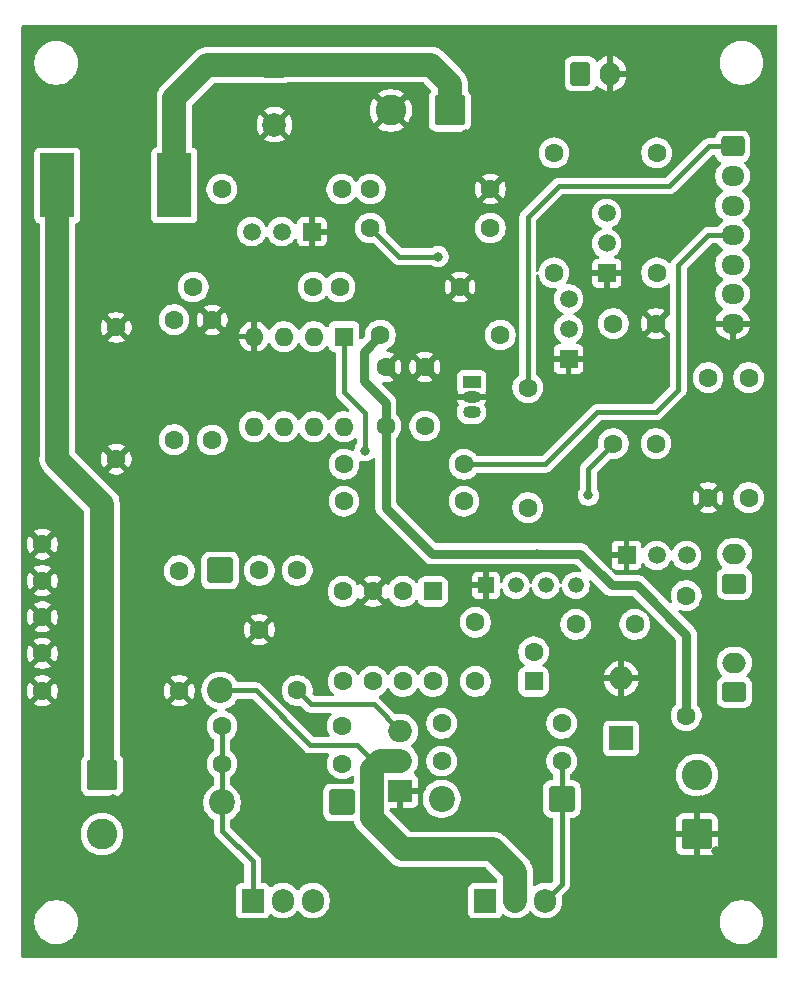
<source format=gtl>
%TF.GenerationSoftware,KiCad,Pcbnew,9.0.3*%
%TF.CreationDate,2025-08-27T16:52:30+03:00*%
%TF.ProjectId,Protection,50726f74-6563-4746-996f-6e2e6b696361,1.0*%
%TF.SameCoordinates,Original*%
%TF.FileFunction,Copper,L1,Top*%
%TF.FilePolarity,Positive*%
%FSLAX46Y46*%
G04 Gerber Fmt 4.6, Leading zero omitted, Abs format (unit mm)*
G04 Created by KiCad (PCBNEW 9.0.3) date 2025-08-27 16:52:30*
%MOMM*%
%LPD*%
G01*
G04 APERTURE LIST*
G04 Aperture macros list*
%AMRoundRect*
0 Rectangle with rounded corners*
0 $1 Rounding radius*
0 $2 $3 $4 $5 $6 $7 $8 $9 X,Y pos of 4 corners*
0 Add a 4 corners polygon primitive as box body*
4,1,4,$2,$3,$4,$5,$6,$7,$8,$9,$2,$3,0*
0 Add four circle primitives for the rounded corners*
1,1,$1+$1,$2,$3*
1,1,$1+$1,$4,$5*
1,1,$1+$1,$6,$7*
1,1,$1+$1,$8,$9*
0 Add four rect primitives between the rounded corners*
20,1,$1+$1,$2,$3,$4,$5,0*
20,1,$1+$1,$4,$5,$6,$7,0*
20,1,$1+$1,$6,$7,$8,$9,0*
20,1,$1+$1,$8,$9,$2,$3,0*%
G04 Aperture macros list end*
%TA.AperFunction,ComponentPad*%
%ADD10RoundRect,0.249999X-0.850001X0.850001X-0.850001X-0.850001X0.850001X-0.850001X0.850001X0.850001X0*%
%TD*%
%TA.AperFunction,ComponentPad*%
%ADD11C,2.200000*%
%TD*%
%TA.AperFunction,ComponentPad*%
%ADD12R,1.500000X1.500000*%
%TD*%
%TA.AperFunction,ComponentPad*%
%ADD13C,1.500000*%
%TD*%
%TA.AperFunction,ComponentPad*%
%ADD14RoundRect,0.250000X-0.750000X0.750000X-0.750000X-0.750000X0.750000X-0.750000X0.750000X0.750000X0*%
%TD*%
%TA.AperFunction,ComponentPad*%
%ADD15C,2.000000*%
%TD*%
%TA.AperFunction,ComponentPad*%
%ADD16C,1.600000*%
%TD*%
%TA.AperFunction,ComponentPad*%
%ADD17R,1.338000X1.338000*%
%TD*%
%TA.AperFunction,ComponentPad*%
%ADD18C,1.338000*%
%TD*%
%TA.AperFunction,ComponentPad*%
%ADD19RoundRect,0.250000X0.750000X-0.600000X0.750000X0.600000X-0.750000X0.600000X-0.750000X-0.600000X0*%
%TD*%
%TA.AperFunction,ComponentPad*%
%ADD20O,2.000000X1.700000*%
%TD*%
%TA.AperFunction,ComponentPad*%
%ADD21R,1.500000X1.050000*%
%TD*%
%TA.AperFunction,ComponentPad*%
%ADD22O,1.500000X1.050000*%
%TD*%
%TA.AperFunction,ComponentPad*%
%ADD23RoundRect,0.250000X-0.550000X0.550000X-0.550000X-0.550000X0.550000X-0.550000X0.550000X0.550000X0*%
%TD*%
%TA.AperFunction,ComponentPad*%
%ADD24RoundRect,0.250000X1.050000X-1.050000X1.050000X1.050000X-1.050000X1.050000X-1.050000X-1.050000X0*%
%TD*%
%TA.AperFunction,ComponentPad*%
%ADD25C,2.600000*%
%TD*%
%TA.AperFunction,ComponentPad*%
%ADD26RoundRect,0.250000X-0.725000X0.600000X-0.725000X-0.600000X0.725000X-0.600000X0.725000X0.600000X0*%
%TD*%
%TA.AperFunction,ComponentPad*%
%ADD27O,1.950000X1.700000*%
%TD*%
%TA.AperFunction,ComponentPad*%
%ADD28RoundRect,0.250000X0.550000X-0.550000X0.550000X0.550000X-0.550000X0.550000X-0.550000X-0.550000X0*%
%TD*%
%TA.AperFunction,ComponentPad*%
%ADD29RoundRect,0.249999X0.850001X0.850001X-0.850001X0.850001X-0.850001X-0.850001X0.850001X-0.850001X0*%
%TD*%
%TA.AperFunction,SMDPad,CuDef*%
%ADD30R,2.900000X5.400000*%
%TD*%
%TA.AperFunction,ComponentPad*%
%ADD31R,1.905000X2.000000*%
%TD*%
%TA.AperFunction,ComponentPad*%
%ADD32O,1.905000X2.000000*%
%TD*%
%TA.AperFunction,ComponentPad*%
%ADD33R,1.600000X1.600000*%
%TD*%
%TA.AperFunction,ComponentPad*%
%ADD34O,1.600000X1.600000*%
%TD*%
%TA.AperFunction,ComponentPad*%
%ADD35RoundRect,0.250000X1.050000X1.050000X-1.050000X1.050000X-1.050000X-1.050000X1.050000X-1.050000X0*%
%TD*%
%TA.AperFunction,ComponentPad*%
%ADD36RoundRect,0.250000X-0.600000X-0.750000X0.600000X-0.750000X0.600000X0.750000X-0.600000X0.750000X0*%
%TD*%
%TA.AperFunction,ComponentPad*%
%ADD37O,1.700000X2.000000*%
%TD*%
%TA.AperFunction,ComponentPad*%
%ADD38R,2.000000X2.000000*%
%TD*%
%TA.AperFunction,ComponentPad*%
%ADD39O,2.000000X2.000000*%
%TD*%
%TA.AperFunction,ComponentPad*%
%ADD40R,2.000000X1.905000*%
%TD*%
%TA.AperFunction,ComponentPad*%
%ADD41O,2.000000X1.905000*%
%TD*%
%TA.AperFunction,ComponentPad*%
%ADD42RoundRect,0.250000X-1.050000X1.050000X-1.050000X-1.050000X1.050000X-1.050000X1.050000X1.050000X0*%
%TD*%
%TA.AperFunction,ViaPad*%
%ADD43C,0.800000*%
%TD*%
%TA.AperFunction,Conductor*%
%ADD44C,0.800000*%
%TD*%
%TA.AperFunction,Conductor*%
%ADD45C,2.000000*%
%TD*%
%TA.AperFunction,Conductor*%
%ADD46C,0.400000*%
%TD*%
G04 APERTURE END LIST*
D10*
%TO.P,D4,1,A*%
%TO.N,Net-(C11-+)*%
X94860000Y-112800000D03*
D11*
%TO.P,D4,2,K*%
%TO.N,Net-(D1-K)*%
X94860000Y-122960000D03*
%TD*%
D12*
%TO.P,Q4,1,E*%
%TO.N,GND*%
X124350000Y-94890000D03*
D13*
%TO.P,Q4,2,B*%
%TO.N,Net-(Q4-B)*%
X124350000Y-92350000D03*
%TO.P,Q4,3,C*%
%TO.N,Net-(Q3-B)*%
X124350000Y-89810000D03*
%TD*%
D14*
%TO.P,C3,1,+*%
%TO.N,Net-(C3-+)*%
X99450000Y-70057323D03*
D15*
%TO.P,C3,2,-*%
%TO.N,GND*%
X99450000Y-75057323D03*
%TD*%
D16*
%TO.P,R19,1,+*%
%TO.N,Net-(D3-K)*%
X95020000Y-125970000D03*
%TO.P,R19,2,-*%
%TO.N,Net-(R19--)*%
X105180000Y-125970000D03*
%TD*%
%TO.P,C11,1,+*%
%TO.N,Net-(C11-+)*%
X98170000Y-112800000D03*
%TO.P,C11,2,-*%
%TO.N,GND*%
X98170000Y-117800000D03*
%TD*%
%TO.P,C10,1,+*%
%TO.N,Net-(C10-+)*%
X84800000Y-110575000D03*
%TO.P,C10,2,-*%
%TO.N,GND*%
X79800000Y-110575000D03*
%TD*%
%TO.P,R14,1,+*%
%TO.N,Net-(Q4-B)*%
X131750000Y-102050000D03*
%TO.P,R14,2,-*%
%TO.N,GND*%
X131750000Y-91890000D03*
%TD*%
D17*
%TO.P,PS1,1,-VIN*%
%TO.N,GND*%
X117350000Y-114060000D03*
D18*
%TO.P,PS1,2,+VIN*%
%TO.N,+5V*%
X119890000Y-114060000D03*
%TO.P,PS1,3,-VOUT*%
%TO.N,GNDS*%
X122430000Y-114060000D03*
%TO.P,PS1,4,+VOUT*%
%TO.N,+15V*%
X124970000Y-114060000D03*
%TD*%
D16*
%TO.P,R7,1,+*%
%TO.N,+5V*%
X105330000Y-106935000D03*
%TO.P,R7,2,-*%
%TO.N,/OverVoltage*%
X115490000Y-106935000D03*
%TD*%
%TO.P,R5,1,+*%
%TO.N,Net-(R4--)*%
X94180000Y-101740000D03*
%TO.P,R5,2,-*%
%TO.N,GND*%
X94180000Y-91580000D03*
%TD*%
%TO.P,R12,1,+*%
%TO.N,+5V*%
X123120000Y-77440000D03*
%TO.P,R12,2,-*%
%TO.N,Net-(Q3-B)*%
X123120000Y-87600000D03*
%TD*%
%TO.P,R9,1,+*%
%TO.N,GNDS*%
X123770000Y-128930000D03*
%TO.P,R9,2,-*%
%TO.N,Net-(D5-K)*%
X113610000Y-128930000D03*
%TD*%
%TO.P,R8,1,+*%
%TO.N,+5V*%
X105330000Y-103810000D03*
%TO.P,R8,2,-*%
%TO.N,/UnderVoltage*%
X115490000Y-103810000D03*
%TD*%
%TO.P,C8,1,+*%
%TO.N,Net-(C10-+)*%
X84800000Y-116725000D03*
%TO.P,C8,2,-*%
%TO.N,GND*%
X79800000Y-116725000D03*
%TD*%
D19*
%TO.P,J2,1*%
%TO.N,+5V*%
X138390000Y-123110000D03*
D20*
%TO.P,J2,2*%
%TO.N,Net-(J2-Pad2)*%
X138390000Y-120610000D03*
%TD*%
D21*
%TO.P,U1,1,REF*%
%TO.N,Net-(C1-+)*%
X116145000Y-96845000D03*
D22*
%TO.P,U1,2,A*%
%TO.N,GND*%
X116145000Y-98115000D03*
%TO.P,U1,3,K*%
%TO.N,Net-(C1-+)*%
X116145000Y-99385000D03*
%TD*%
D16*
%TO.P,C7,1,+*%
%TO.N,Net-(C10-+)*%
X84800000Y-119825000D03*
%TO.P,C7,2,-*%
%TO.N,GND*%
X79800000Y-119825000D03*
%TD*%
%TO.P,R10,1,+*%
%TO.N,Net-(C11-+)*%
X128150000Y-102050000D03*
%TO.P,R10,2,-*%
%TO.N,Net-(Q4-B)*%
X128150000Y-91890000D03*
%TD*%
%TO.P,R1,1,+*%
%TO.N,+5V*%
X108425000Y-92865000D03*
%TO.P,R1,2,-*%
%TO.N,Net-(C1-+)*%
X118585000Y-92865000D03*
%TD*%
%TO.P,R13,1,+*%
%TO.N,+5V*%
X131810000Y-77440000D03*
%TO.P,R13,2,-*%
%TO.N,/Crowbar*%
X131810000Y-87600000D03*
%TD*%
D19*
%TO.P,J6,1*%
%TO.N,Net-(J2-Pad2)*%
X138390000Y-113910000D03*
D20*
%TO.P,J6,2*%
%TO.N,Net-(R22-+)*%
X138390000Y-111410000D03*
%TD*%
D16*
%TO.P,R16,1,+*%
%TO.N,Net-(Q5-B)*%
X107580000Y-80510000D03*
%TO.P,R16,2,-*%
%TO.N,GND*%
X117740000Y-80510000D03*
%TD*%
%TO.P,C5,1,+*%
%TO.N,Net-(C10-+)*%
X81050000Y-92225000D03*
%TO.P,C5,2,-*%
%TO.N,GND*%
X86050000Y-92225000D03*
%TD*%
%TO.P,R15,1,+*%
%TO.N,Net-(D6-K)*%
X94990000Y-80510000D03*
%TO.P,R15,2,-*%
%TO.N,Net-(Q5-B)*%
X105150000Y-80510000D03*
%TD*%
%TO.P,R22,1,+*%
%TO.N,Net-(R22-+)*%
X139590000Y-106630000D03*
%TO.P,R22,2,-*%
%TO.N,Net-(Q1-B)*%
X139590000Y-96470000D03*
%TD*%
D23*
%TO.P,U3,1,NC*%
%TO.N,unconnected-(U3-NC-Pad1)*%
X112870000Y-114575000D03*
D16*
%TO.P,U3,2,A*%
%TO.N,Net-(R20-+)*%
X110330000Y-114575000D03*
%TO.P,U3,3,C*%
%TO.N,GND*%
X107790000Y-114575000D03*
%TO.P,U3,4,NC*%
%TO.N,unconnected-(U3-NC-Pad4)*%
X105250000Y-114575000D03*
%TO.P,U3,5,VEE*%
%TO.N,GNDS*%
X105250000Y-122195000D03*
%TO.P,U3,6,VO*%
%TO.N,Net-(R19--)*%
X107790000Y-122195000D03*
%TO.P,U3,7,VO*%
X110330000Y-122195000D03*
%TO.P,U3,8,VCC*%
%TO.N,+15V*%
X112870000Y-122195000D03*
%TD*%
D24*
%TO.P,J4,1*%
%TO.N,GND*%
X135217500Y-135120000D03*
D25*
%TO.P,J4,2*%
%TO.N,Net-(D1-K)*%
X135217500Y-130120000D03*
%TD*%
D16*
%TO.P,R24,1,+*%
%TO.N,FN*%
X134310000Y-114920000D03*
%TO.P,R24,2,-*%
%TO.N,+5V*%
X134310000Y-125080000D03*
%TD*%
D12*
%TO.P,Q5,1,E*%
%TO.N,GND*%
X102610000Y-84110000D03*
D13*
%TO.P,Q5,2,B*%
%TO.N,Net-(Q5-B)*%
X100070000Y-84110000D03*
%TO.P,Q5,3,C*%
%TO.N,/FuseBlow*%
X97530000Y-84110000D03*
%TD*%
D16*
%TO.P,C6,1,+*%
%TO.N,Net-(C10-+)*%
X84800000Y-122975000D03*
%TO.P,C6,2,-*%
%TO.N,GND*%
X79800000Y-122975000D03*
%TD*%
%TO.P,C2,1,+*%
%TO.N,+5V*%
X108880000Y-100565000D03*
%TO.P,C2,2,-*%
%TO.N,GND*%
X108880000Y-95565000D03*
%TD*%
%TO.P,R3,1,+*%
%TO.N,Net-(C10-+)*%
X92570000Y-88790000D03*
%TO.P,R3,2,-*%
%TO.N,Net-(R2-+)*%
X102730000Y-88790000D03*
%TD*%
%TO.P,R21,1,+*%
%TO.N,Net-(D5-K)*%
X113610000Y-125740000D03*
%TO.P,R21,2,-*%
%TO.N,Net-(R19--)*%
X123770000Y-125740000D03*
%TD*%
D26*
%TO.P,J5,1*%
%TO.N,ON_OFF*%
X138240000Y-76900000D03*
D27*
%TO.P,J5,2*%
%TO.N,/FuseBlow*%
X138240000Y-79400000D03*
%TO.P,J5,3*%
%TO.N,/Crowbar*%
X138240000Y-81900000D03*
%TO.P,J5,4*%
%TO.N,/UnderVoltage*%
X138240000Y-84400000D03*
%TO.P,J5,5*%
%TO.N,/OverVoltage*%
X138240000Y-86900000D03*
%TO.P,J5,6*%
%TO.N,FN*%
X138240000Y-89400000D03*
%TO.P,J5,7*%
%TO.N,GND*%
X138240000Y-91900000D03*
%TD*%
D28*
%TO.P,C14,1,+*%
%TO.N,+15V*%
X121390000Y-122185113D03*
D16*
%TO.P,C14,2,-*%
%TO.N,GNDS*%
X121390000Y-119685113D03*
%TD*%
%TO.P,R2,1,+*%
%TO.N,Net-(R2-+)*%
X105005000Y-88790000D03*
%TO.P,R2,2,-*%
%TO.N,GND*%
X115165000Y-88790000D03*
%TD*%
D29*
%TO.P,D3,1,A*%
%TO.N,GNDS*%
X105170000Y-132440000D03*
D11*
%TO.P,D3,2,K*%
%TO.N,Net-(D3-K)*%
X95010000Y-132440000D03*
%TD*%
D30*
%TO.P,L1,1,+*%
%TO.N,Net-(C3-+)*%
X90975000Y-80200000D03*
%TO.P,L1,2,-*%
%TO.N,Net-(C10-+)*%
X81075000Y-80200000D03*
%TD*%
D16*
%TO.P,R17,1,+*%
%TO.N,+5V*%
X117740000Y-83810000D03*
%TO.P,R17,2,-*%
%TO.N,/FuseBlow*%
X107580000Y-83810000D03*
%TD*%
D31*
%TO.P,Q8,1,G*%
%TO.N,Net-(D3-K)*%
X97607500Y-140745000D03*
D32*
%TO.P,Q8,2,D*%
%TO.N,Net-(D6-K)*%
X100147500Y-140745000D03*
%TO.P,Q8,3,S*%
%TO.N,GNDS*%
X102687500Y-140745000D03*
%TD*%
D33*
%TO.P,U2,1*%
%TO.N,/OverVoltage*%
X105330000Y-92990000D03*
D34*
%TO.P,U2,2,-*%
%TO.N,Net-(C1-+)*%
X102790000Y-92990000D03*
%TO.P,U2,3,+*%
%TO.N,Net-(R2-+)*%
X100250000Y-92990000D03*
%TO.P,U2,4,V-*%
%TO.N,GND*%
X97710000Y-92990000D03*
%TO.P,U2,5,+*%
%TO.N,Net-(C1-+)*%
X97710000Y-100610000D03*
%TO.P,U2,6,-*%
%TO.N,Net-(R4--)*%
X100250000Y-100610000D03*
%TO.P,U2,7*%
%TO.N,/UnderVoltage*%
X102790000Y-100610000D03*
%TO.P,U2,8,V+*%
%TO.N,+5V*%
X105330000Y-100610000D03*
%TD*%
D16*
%TO.P,C4,1,+*%
%TO.N,Net-(C10-+)*%
X81050000Y-103375000D03*
%TO.P,C4,2,-*%
%TO.N,GND*%
X86050000Y-103375000D03*
%TD*%
%TO.P,C1,1,+*%
%TO.N,Net-(C1-+)*%
X112180000Y-100565000D03*
%TO.P,C1,2,-*%
%TO.N,GND*%
X112180000Y-95565000D03*
%TD*%
%TO.P,R20,1,+*%
%TO.N,Net-(R20-+)*%
X120890000Y-107470000D03*
%TO.P,R20,2,-*%
%TO.N,ON_OFF*%
X120890000Y-97310000D03*
%TD*%
D35*
%TO.P,J1,1*%
%TO.N,Net-(C3-+)*%
X114300000Y-73850000D03*
D25*
%TO.P,J1,2*%
%TO.N,GND*%
X109300000Y-73850000D03*
%TD*%
D16*
%TO.P,R11,1,+*%
%TO.N,Net-(C11-+)*%
X101380000Y-112800000D03*
%TO.P,R11,2,-*%
%TO.N,Net-(Q2-G)*%
X101380000Y-122960000D03*
%TD*%
D12*
%TO.P,Q3,1,E*%
%TO.N,GND*%
X127580000Y-87640000D03*
D13*
%TO.P,Q3,2,B*%
%TO.N,Net-(Q3-B)*%
X127580000Y-85100000D03*
%TO.P,Q3,3,C*%
%TO.N,/Crowbar*%
X127580000Y-82560000D03*
%TD*%
D36*
%TO.P,J3,1*%
%TO.N,+5V*%
X125360000Y-70735000D03*
D37*
%TO.P,J3,2*%
%TO.N,GND*%
X127860000Y-70735000D03*
%TD*%
D16*
%TO.P,R23,1,+*%
%TO.N,GND*%
X136170000Y-106630000D03*
%TO.P,R23,2,-*%
%TO.N,Net-(Q1-B)*%
X136170000Y-96470000D03*
%TD*%
%TO.P,C9,1,+*%
%TO.N,Net-(C10-+)*%
X84800000Y-113655000D03*
%TO.P,C9,2,-*%
%TO.N,GND*%
X79800000Y-113655000D03*
%TD*%
%TO.P,R18,1,+*%
%TO.N,GNDS*%
X105180000Y-129160000D03*
%TO.P,R18,2,-*%
%TO.N,Net-(D3-K)*%
X95020000Y-129160000D03*
%TD*%
%TO.P,R4,1,+*%
%TO.N,Net-(C10-+)*%
X90950000Y-101720000D03*
%TO.P,R4,2,-*%
%TO.N,Net-(R4--)*%
X90950000Y-91560000D03*
%TD*%
%TO.P,R6,1,+*%
%TO.N,Net-(C11-+)*%
X91400000Y-112810000D03*
%TO.P,R6,2,-*%
%TO.N,GND*%
X91400000Y-122970000D03*
%TD*%
%TO.P,C13,1,+*%
%TO.N,+15V*%
X124960000Y-117360000D03*
%TO.P,C13,2,-*%
%TO.N,GNDS*%
X129960000Y-117360000D03*
%TD*%
D12*
%TO.P,Q1,1,E*%
%TO.N,GND*%
X129260000Y-111520000D03*
D13*
%TO.P,Q1,2,B*%
%TO.N,Net-(Q1-B)*%
X131800000Y-111520000D03*
%TO.P,Q1,3,C*%
%TO.N,FN*%
X134340000Y-111520000D03*
%TD*%
D38*
%TO.P,D2,1,K*%
%TO.N,Net-(D1-K)*%
X128810000Y-127020000D03*
D39*
%TO.P,D2,2,A*%
%TO.N,GND*%
X128810000Y-121940000D03*
%TD*%
D16*
%TO.P,C15,1,+*%
%TO.N,+15V*%
X116470000Y-122190000D03*
%TO.P,C15,2,-*%
%TO.N,GNDS*%
X116470000Y-117190000D03*
%TD*%
D29*
%TO.P,D5,1,A*%
%TO.N,GNDS*%
X123770000Y-132130000D03*
D11*
%TO.P,D5,2,K*%
%TO.N,Net-(D5-K)*%
X113610000Y-132130000D03*
%TD*%
D40*
%TO.P,Q2,1,K*%
%TO.N,GND*%
X110110000Y-131470000D03*
D41*
%TO.P,Q2,2,A*%
%TO.N,Net-(D1-K)*%
X110110000Y-128930000D03*
%TO.P,Q2,3,G*%
%TO.N,Net-(Q2-G)*%
X110110000Y-126390000D03*
%TD*%
D42*
%TO.P,F1,1,+*%
%TO.N,Net-(C10-+)*%
X84862500Y-130120000D03*
D25*
%TO.P,F1,2,-*%
%TO.N,Net-(D6-K)*%
X84862500Y-135120000D03*
%TD*%
D31*
%TO.P,Q6,1,G*%
%TO.N,Net-(D5-K)*%
X117287500Y-140745000D03*
D32*
%TO.P,Q6,2,D*%
%TO.N,Net-(D1-K)*%
X119827500Y-140745000D03*
%TO.P,Q6,3,S*%
%TO.N,GNDS*%
X122367500Y-140745000D03*
%TD*%
D43*
%TO.N,GND*%
X140532099Y-119397866D03*
X91551355Y-107542968D03*
X99360770Y-128623696D03*
X133366477Y-133357362D03*
X106292617Y-77840275D03*
X102673019Y-90910658D03*
X101951093Y-135499017D03*
X78744991Y-134026369D03*
X88881253Y-72825968D03*
X84850000Y-67760000D03*
X98251764Y-114852505D03*
X115800223Y-90920811D03*
X93493482Y-142265021D03*
X111872783Y-81844345D03*
X106539278Y-139171703D03*
X127545623Y-140265000D03*
X101297723Y-77591234D03*
X83811906Y-102192740D03*
X82605853Y-121528675D03*
X131908027Y-124250980D03*
X96437883Y-77388761D03*
X138660318Y-135005580D03*
X91348051Y-142447190D03*
X101856018Y-120985637D03*
X97788401Y-81285121D03*
X83380762Y-137499539D03*
X109399191Y-82685178D03*
X134896772Y-144879362D03*
X83984482Y-79167241D03*
X122152722Y-69513207D03*
X127082406Y-68097293D03*
X136568746Y-126203779D03*
X84479719Y-98619794D03*
X78878845Y-87948821D03*
X91595459Y-120843482D03*
X110670499Y-144713010D03*
X110302501Y-80602951D03*
X79319668Y-75241585D03*
X113573350Y-67305754D03*
X104688250Y-67425653D03*
X115827183Y-67789822D03*
X103366952Y-119534419D03*
X98676771Y-95180157D03*
X111294317Y-74616236D03*
X122476389Y-71634036D03*
X86009124Y-142522877D03*
X110507120Y-76549049D03*
X97955531Y-90960507D03*
X134226730Y-69446362D03*
X108306487Y-141026156D03*
X124187661Y-67877210D03*
X115874122Y-131154059D03*
X88848865Y-85552970D03*
X81748734Y-115514473D03*
X136336533Y-116780876D03*
X85083808Y-70848973D03*
X93274138Y-116427845D03*
X86299072Y-79349719D03*
X95582682Y-86605128D03*
X117134492Y-132890343D03*
X78550000Y-77770000D03*
X92051968Y-67570109D03*
X85742115Y-84888785D03*
X78940624Y-96821273D03*
X100264613Y-109245830D03*
X125555720Y-82719144D03*
X79407731Y-131453442D03*
X85426203Y-137722378D03*
X138001645Y-132536146D03*
X137021375Y-100670826D03*
X95282115Y-109646358D03*
X103108934Y-114842217D03*
X131628254Y-68860363D03*
X92861578Y-131987998D03*
X106189859Y-116680959D03*
X95122883Y-95770522D03*
X102675559Y-133365022D03*
X134109115Y-139761550D03*
X128466798Y-130304369D03*
X121764176Y-129637225D03*
X107139201Y-87567204D03*
X107346743Y-67387256D03*
X135435703Y-73154955D03*
X88881054Y-68136751D03*
X120357025Y-73261603D03*
X126181633Y-136599506D03*
X105379817Y-74963364D03*
X140100163Y-133053351D03*
X138358478Y-127334149D03*
X108764914Y-143125886D03*
X87529144Y-87314476D03*
X129550209Y-136887689D03*
X137355415Y-102896519D03*
X119020665Y-127855496D03*
X84707830Y-140792154D03*
X127345070Y-96694312D03*
X141173117Y-80395745D03*
X139280410Y-74604700D03*
X82408630Y-108687448D03*
X97935971Y-143753086D03*
X95784586Y-144343001D03*
X128837183Y-143135514D03*
X102728089Y-72133496D03*
X93777601Y-74818525D03*
X87348599Y-144659248D03*
X96926170Y-119852105D03*
X128112459Y-108823728D03*
X106554008Y-73334373D03*
X94102635Y-67644201D03*
X138826575Y-93976398D03*
X118100945Y-68207261D03*
X110618728Y-120019345D03*
X81529707Y-76587081D03*
X129597244Y-68460537D03*
X123570000Y-99360000D03*
X79858909Y-128550188D03*
X133735586Y-76539487D03*
X136822285Y-136579428D03*
X103147850Y-75179430D03*
X141227028Y-113657731D03*
X120735057Y-101347495D03*
X95687031Y-142264323D03*
X82191953Y-74428830D03*
X84387129Y-81188931D03*
X81894238Y-123532943D03*
X97093067Y-129651131D03*
X117624602Y-78419459D03*
X94848197Y-118912953D03*
X134693510Y-142075639D03*
X91307956Y-110761357D03*
X97151357Y-88555219D03*
X117244699Y-126419379D03*
X135553030Y-132201435D03*
X141512039Y-87988879D03*
X85976372Y-75756375D03*
X86180827Y-101010735D03*
X106543844Y-144478214D03*
X78955822Y-105707346D03*
X113860000Y-92890000D03*
X86159647Y-73565568D03*
X121376166Y-127624870D03*
X97087544Y-132270429D03*
X79589968Y-136859961D03*
X123444507Y-144549445D03*
X108154266Y-76281098D03*
X78787252Y-93213714D03*
X102123211Y-143733259D03*
X88571639Y-70686616D03*
X87890000Y-80990000D03*
X116793748Y-69954875D03*
X109945656Y-78512807D03*
X84762570Y-88468615D03*
X78748520Y-83160863D03*
X80200133Y-107312696D03*
X127177320Y-117707555D03*
X82533262Y-117913781D03*
X130118471Y-108902567D03*
X126339933Y-94355783D03*
X81456380Y-126008890D03*
X126838209Y-123241598D03*
X111470010Y-90723081D03*
X105361684Y-141106938D03*
X82259563Y-111664519D03*
X96866033Y-106929756D03*
X120458306Y-77521267D03*
X90505827Y-144458978D03*
X128140202Y-89643580D03*
X139391009Y-130023160D03*
X87991687Y-77326932D03*
X90411304Y-138830870D03*
X88746302Y-75198214D03*
X92299070Y-137882079D03*
X114648881Y-81789675D03*
X110874904Y-93016905D03*
X120140093Y-68532050D03*
X104879921Y-82856822D03*
X79617404Y-125003810D03*
X98358022Y-78984751D03*
X113725278Y-90261434D03*
X97909882Y-126093066D03*
X95390777Y-114842989D03*
X128507732Y-132326409D03*
X93392951Y-104355323D03*
X115669958Y-79629094D03*
X119490429Y-70585813D03*
X125163066Y-108318820D03*
X136160456Y-93858258D03*
X134690879Y-67442446D03*
X90888567Y-131585114D03*
X91409376Y-127295527D03*
X98144980Y-110297334D03*
X96240145Y-117161260D03*
X112911731Y-120082169D03*
X131059184Y-142813843D03*
X92715508Y-129395105D03*
X78826646Y-102047296D03*
X127737950Y-74141494D03*
X86967964Y-69140971D03*
X129953651Y-144987036D03*
X132498184Y-73738258D03*
X129199254Y-119341484D03*
X83162643Y-92913182D03*
X85740882Y-132156520D03*
X84888603Y-94761833D03*
X132315532Y-107528561D03*
X129444383Y-124202780D03*
X136081403Y-90847986D03*
X78643969Y-81096059D03*
X90540000Y-84460000D03*
X130842014Y-139992466D03*
X141367728Y-77879911D03*
X134265749Y-127587501D03*
X98875138Y-67535566D03*
X138039331Y-138703184D03*
X83672693Y-96389748D03*
X101266012Y-131140814D03*
X129149204Y-72611141D03*
X115367869Y-119908698D03*
X100070653Y-143287063D03*
X88124635Y-138016172D03*
X99096464Y-132274156D03*
X114618899Y-138613914D03*
X140454430Y-128170648D03*
X100375761Y-105651790D03*
X93745479Y-106721985D03*
X125847018Y-143462925D03*
X131820023Y-120779833D03*
X137088270Y-129048942D03*
X130156677Y-89003036D03*
X115679979Y-75822708D03*
X98717050Y-76943690D03*
X93992946Y-120809728D03*
X127559168Y-144869279D03*
X99013165Y-134731348D03*
X94803782Y-139091301D03*
X106337925Y-112886700D03*
X93650000Y-78320000D03*
X112445641Y-88663835D03*
X141523073Y-116056131D03*
X112046330Y-72323303D03*
X93530000Y-76670000D03*
X99523589Y-120657537D03*
X96311027Y-67681851D03*
X78681686Y-90519735D03*
X132602230Y-135480103D03*
X117740000Y-98100000D03*
X118792838Y-130139803D03*
X84180464Y-90807587D03*
X83812332Y-77142049D03*
X81255031Y-138272330D03*
X115132450Y-113389474D03*
X140561642Y-123101326D03*
X140759293Y-110713525D03*
X129340188Y-96928914D03*
X95618227Y-90120459D03*
X92518791Y-118579892D03*
X132636919Y-71279433D03*
X119574165Y-117214577D03*
X87372886Y-140534603D03*
X118472328Y-75810770D03*
X96702928Y-74266595D03*
X131132865Y-75432497D03*
X104290949Y-142884299D03*
X118720000Y-89260000D03*
X124405465Y-123212164D03*
X139662934Y-125601927D03*
X138270667Y-98868730D03*
X111028999Y-67607634D03*
X131929192Y-137651458D03*
X141486803Y-130251189D03*
X98354033Y-72309577D03*
X88882676Y-132483587D03*
X113184938Y-105825161D03*
X120741777Y-132280884D03*
X112565314Y-77641512D03*
X101985500Y-67405671D03*
X140508787Y-135829866D03*
X122879170Y-108885684D03*
X104007050Y-77163741D03*
X101075945Y-115918078D03*
X140420714Y-85507520D03*
X111669769Y-133638656D03*
X86190723Y-82924739D03*
X140757635Y-83197692D03*
X91543172Y-105343457D03*
X92910689Y-124390396D03*
X123286701Y-96989460D03*
X99112166Y-107315942D03*
X89565382Y-141249207D03*
X117982278Y-72408994D03*
X83347800Y-85458397D03*
X136120882Y-139825148D03*
X113581966Y-79814923D03*
X100821598Y-73144593D03*
X103831745Y-116774818D03*
X93294455Y-108895147D03*
X101415904Y-117996916D03*
X113890000Y-98100000D03*
X116876966Y-129210448D03*
%TO.N,+5V*%
X121700000Y-111380000D03*
%TO.N,Net-(C11-+)*%
X126030000Y-106430000D03*
%TO.N,/OverVoltage*%
X107100000Y-102670000D03*
%TO.N,/FuseBlow*%
X113310000Y-86220000D03*
%TD*%
D44*
%TO.N,+5V*%
X125310000Y-111380000D02*
X127990000Y-114060000D01*
X112790000Y-111380000D02*
X121700000Y-111380000D01*
X107010000Y-96740000D02*
X107010000Y-94280000D01*
X108880000Y-100565000D02*
X108880000Y-107470000D01*
X108880000Y-98610000D02*
X107010000Y-96740000D01*
X108880000Y-100565000D02*
X108880000Y-98610000D01*
X107010000Y-94280000D02*
X108425000Y-92865000D01*
X134310000Y-118230000D02*
X134310000Y-125080000D01*
X108880000Y-107470000D02*
X112790000Y-111380000D01*
X130140000Y-114060000D02*
X134310000Y-118230000D01*
X127990000Y-114060000D02*
X130140000Y-114060000D01*
X121700000Y-111380000D02*
X125310000Y-111380000D01*
D45*
%TO.N,Net-(C3-+)*%
X93730000Y-70020000D02*
X90975000Y-72775000D01*
X112690000Y-69960000D02*
X99547323Y-69960000D01*
X90975000Y-72775000D02*
X90975000Y-80200000D01*
X99547323Y-69960000D02*
X99450000Y-70057323D01*
X99412677Y-70020000D02*
X93730000Y-70020000D01*
X99450000Y-70057323D02*
X99412677Y-70020000D01*
X114300000Y-71570000D02*
X112690000Y-69960000D01*
X114300000Y-73850000D02*
X114300000Y-71570000D01*
%TO.N,Net-(C10-+)*%
X84862500Y-107187500D02*
X84862500Y-129620000D01*
X81075000Y-103350000D02*
X81050000Y-103375000D01*
X81050000Y-103375000D02*
X84862500Y-107187500D01*
X81075000Y-80200000D02*
X81075000Y-103350000D01*
D46*
%TO.N,Net-(C11-+)*%
X126030000Y-106430000D02*
X126030000Y-104170000D01*
X126030000Y-104170000D02*
X128150000Y-102050000D01*
%TO.N,Net-(D1-K)*%
X102480000Y-127590000D02*
X106420000Y-127590000D01*
D45*
X108350000Y-128930000D02*
X110110000Y-128930000D01*
D46*
X106420000Y-127590000D02*
X107760000Y-128930000D01*
X94860000Y-122960000D02*
X97850000Y-122960000D01*
X97850000Y-122960000D02*
X102480000Y-127590000D01*
D45*
X119827500Y-140745000D02*
X119827500Y-138297500D01*
X107680000Y-133750000D02*
X107680000Y-129600000D01*
X117940000Y-136410000D02*
X110340000Y-136410000D01*
X107680000Y-129600000D02*
X108350000Y-128930000D01*
X119827500Y-138297500D02*
X117940000Y-136410000D01*
D46*
X107760000Y-128930000D02*
X110110000Y-128930000D01*
D45*
X110340000Y-136410000D02*
X107680000Y-133750000D01*
D46*
%TO.N,/OverVoltage*%
X107100000Y-99480000D02*
X107100000Y-102670000D01*
X105330000Y-97710000D02*
X107100000Y-99480000D01*
X105330000Y-92990000D02*
X105330000Y-97710000D01*
%TO.N,/FuseBlow*%
X109990000Y-86220000D02*
X107580000Y-83810000D01*
X113310000Y-86220000D02*
X109990000Y-86220000D01*
%TO.N,/UnderVoltage*%
X136190000Y-84400000D02*
X138240000Y-84400000D01*
X122370000Y-103810000D02*
X126800000Y-99380000D01*
X115490000Y-103810000D02*
X122370000Y-103810000D01*
X133650000Y-86940000D02*
X136190000Y-84400000D01*
X133650000Y-97490000D02*
X133650000Y-86940000D01*
X131760000Y-99380000D02*
X133650000Y-97490000D01*
X126800000Y-99380000D02*
X131760000Y-99380000D01*
%TO.N,ON_OFF*%
X136230000Y-76900000D02*
X132880000Y-80250000D01*
X138240000Y-76900000D02*
X136230000Y-76900000D01*
X132880000Y-80250000D02*
X123520000Y-80250000D01*
X120890000Y-82880000D02*
X120890000Y-97310000D01*
X123520000Y-80250000D02*
X120890000Y-82880000D01*
%TO.N,Net-(Q2-G)*%
X110110000Y-126390000D02*
X107860000Y-124140000D01*
X107860000Y-124140000D02*
X102560000Y-124140000D01*
X102560000Y-124140000D02*
X101380000Y-122960000D01*
%TO.N,GNDS*%
X123770000Y-128930000D02*
X123770000Y-132130000D01*
X123770000Y-139342500D02*
X122367500Y-140745000D01*
X123770000Y-132130000D02*
X123770000Y-139342500D01*
%TO.N,Net-(D3-K)*%
X95020000Y-134830000D02*
X97607500Y-137417500D01*
X97607500Y-137417500D02*
X97607500Y-140745000D01*
X95020000Y-125970000D02*
X95020000Y-134830000D01*
%TD*%
%TA.AperFunction,Conductor*%
%TO.N,GND*%
G36*
X141967539Y-66645185D02*
G01*
X142013294Y-66697989D01*
X142024500Y-66749500D01*
X142024500Y-145500500D01*
X142004815Y-145567539D01*
X141952011Y-145613294D01*
X141900500Y-145624500D01*
X78149500Y-145624500D01*
X78082461Y-145604815D01*
X78036706Y-145552011D01*
X78025500Y-145500500D01*
X78025500Y-142448711D01*
X79124500Y-142448711D01*
X79124500Y-142691288D01*
X79156161Y-142931785D01*
X79218947Y-143166104D01*
X79311773Y-143390205D01*
X79311776Y-143390212D01*
X79433064Y-143600289D01*
X79433066Y-143600292D01*
X79433067Y-143600293D01*
X79580733Y-143792736D01*
X79580739Y-143792743D01*
X79752256Y-143964260D01*
X79752262Y-143964265D01*
X79944711Y-144111936D01*
X80154788Y-144233224D01*
X80378900Y-144326054D01*
X80613211Y-144388838D01*
X80793586Y-144412584D01*
X80853711Y-144420500D01*
X80853712Y-144420500D01*
X81096289Y-144420500D01*
X81144388Y-144414167D01*
X81336789Y-144388838D01*
X81571100Y-144326054D01*
X81795212Y-144233224D01*
X82005289Y-144111936D01*
X82197738Y-143964265D01*
X82369265Y-143792738D01*
X82516936Y-143600289D01*
X82638224Y-143390212D01*
X82731054Y-143166100D01*
X82793838Y-142931789D01*
X82825500Y-142691288D01*
X82825500Y-142448712D01*
X82825500Y-142448711D01*
X137149500Y-142448711D01*
X137149500Y-142691288D01*
X137181161Y-142931785D01*
X137243947Y-143166104D01*
X137336773Y-143390205D01*
X137336776Y-143390212D01*
X137458064Y-143600289D01*
X137458066Y-143600292D01*
X137458067Y-143600293D01*
X137605733Y-143792736D01*
X137605739Y-143792743D01*
X137777256Y-143964260D01*
X137777262Y-143964265D01*
X137969711Y-144111936D01*
X138179788Y-144233224D01*
X138403900Y-144326054D01*
X138638211Y-144388838D01*
X138818586Y-144412584D01*
X138878711Y-144420500D01*
X138878712Y-144420500D01*
X139121289Y-144420500D01*
X139169388Y-144414167D01*
X139361789Y-144388838D01*
X139596100Y-144326054D01*
X139820212Y-144233224D01*
X140030289Y-144111936D01*
X140222738Y-143964265D01*
X140394265Y-143792738D01*
X140541936Y-143600289D01*
X140663224Y-143390212D01*
X140756054Y-143166100D01*
X140818838Y-142931789D01*
X140850500Y-142691288D01*
X140850500Y-142448712D01*
X140818838Y-142208211D01*
X140756054Y-141973900D01*
X140663224Y-141749788D01*
X140541936Y-141539711D01*
X140394265Y-141347262D01*
X140394260Y-141347256D01*
X140222743Y-141175739D01*
X140222736Y-141175733D01*
X140030293Y-141028067D01*
X140030292Y-141028066D01*
X140030289Y-141028064D01*
X139820347Y-140906854D01*
X139820214Y-140906777D01*
X139820205Y-140906773D01*
X139596104Y-140813947D01*
X139361785Y-140751161D01*
X139121289Y-140719500D01*
X139121288Y-140719500D01*
X138878712Y-140719500D01*
X138878711Y-140719500D01*
X138638214Y-140751161D01*
X138403895Y-140813947D01*
X138179794Y-140906773D01*
X138179785Y-140906777D01*
X137969706Y-141028067D01*
X137777263Y-141175733D01*
X137777256Y-141175739D01*
X137605739Y-141347256D01*
X137605733Y-141347263D01*
X137458067Y-141539706D01*
X137336777Y-141749785D01*
X137336773Y-141749794D01*
X137243947Y-141973895D01*
X137181161Y-142208214D01*
X137149500Y-142448711D01*
X82825500Y-142448711D01*
X82793838Y-142208211D01*
X82731054Y-141973900D01*
X82638224Y-141749788D01*
X82516936Y-141539711D01*
X82369265Y-141347262D01*
X82369260Y-141347256D01*
X82197743Y-141175739D01*
X82197736Y-141175733D01*
X82005293Y-141028067D01*
X82005292Y-141028066D01*
X82005289Y-141028064D01*
X81795347Y-140906854D01*
X81795214Y-140906777D01*
X81795205Y-140906773D01*
X81571104Y-140813947D01*
X81336785Y-140751161D01*
X81096289Y-140719500D01*
X81096288Y-140719500D01*
X80853712Y-140719500D01*
X80853711Y-140719500D01*
X80613214Y-140751161D01*
X80378895Y-140813947D01*
X80154794Y-140906773D01*
X80154785Y-140906777D01*
X79944706Y-141028067D01*
X79752263Y-141175733D01*
X79752256Y-141175739D01*
X79580739Y-141347256D01*
X79580733Y-141347263D01*
X79433067Y-141539706D01*
X79311777Y-141749785D01*
X79311773Y-141749794D01*
X79218947Y-141973895D01*
X79156161Y-142208214D01*
X79124500Y-142448711D01*
X78025500Y-142448711D01*
X78025500Y-135001995D01*
X83062000Y-135001995D01*
X83062000Y-135238004D01*
X83062001Y-135238020D01*
X83092806Y-135472010D01*
X83153894Y-135699993D01*
X83244214Y-135918045D01*
X83244219Y-135918056D01*
X83315177Y-136040957D01*
X83362227Y-136122450D01*
X83362229Y-136122453D01*
X83362230Y-136122454D01*
X83505906Y-136309697D01*
X83505912Y-136309704D01*
X83672795Y-136476587D01*
X83672802Y-136476593D01*
X83689133Y-136489124D01*
X83860050Y-136620273D01*
X83991418Y-136696118D01*
X84064443Y-136738280D01*
X84064448Y-136738282D01*
X84064451Y-136738284D01*
X84282507Y-136828606D01*
X84510486Y-136889693D01*
X84744489Y-136920500D01*
X84744496Y-136920500D01*
X84980504Y-136920500D01*
X84980511Y-136920500D01*
X85214514Y-136889693D01*
X85442493Y-136828606D01*
X85660549Y-136738284D01*
X85864950Y-136620273D01*
X86052199Y-136476592D01*
X86219092Y-136309699D01*
X86362773Y-136122450D01*
X86480784Y-135918049D01*
X86571106Y-135699993D01*
X86632193Y-135472014D01*
X86663000Y-135238011D01*
X86663000Y-135001989D01*
X86632193Y-134767986D01*
X86571106Y-134540007D01*
X86480784Y-134321951D01*
X86480782Y-134321948D01*
X86480780Y-134321943D01*
X86438618Y-134248918D01*
X86362773Y-134117550D01*
X86253248Y-133974814D01*
X86219093Y-133930302D01*
X86219087Y-133930295D01*
X86052204Y-133763412D01*
X86052197Y-133763406D01*
X85864954Y-133619730D01*
X85864953Y-133619729D01*
X85864950Y-133619727D01*
X85783457Y-133572677D01*
X85660556Y-133501719D01*
X85660545Y-133501714D01*
X85442493Y-133411394D01*
X85216346Y-133350798D01*
X85214514Y-133350307D01*
X85214513Y-133350306D01*
X85214510Y-133350306D01*
X84980520Y-133319501D01*
X84980517Y-133319500D01*
X84980511Y-133319500D01*
X84744489Y-133319500D01*
X84744483Y-133319500D01*
X84744479Y-133319501D01*
X84510489Y-133350306D01*
X84282506Y-133411394D01*
X84064454Y-133501714D01*
X84064443Y-133501719D01*
X83860045Y-133619730D01*
X83672802Y-133763406D01*
X83672795Y-133763412D01*
X83505912Y-133930295D01*
X83505906Y-133930302D01*
X83362230Y-134117545D01*
X83244219Y-134321943D01*
X83244214Y-134321954D01*
X83153894Y-134540006D01*
X83092806Y-134767989D01*
X83062001Y-135001979D01*
X83062000Y-135001995D01*
X78025500Y-135001995D01*
X78025500Y-122872682D01*
X78500000Y-122872682D01*
X78500000Y-123077317D01*
X78532009Y-123279417D01*
X78595244Y-123474031D01*
X78688141Y-123656350D01*
X78688147Y-123656359D01*
X78720523Y-123700921D01*
X78720524Y-123700922D01*
X79400000Y-123021446D01*
X79400000Y-123027661D01*
X79427259Y-123129394D01*
X79479920Y-123220606D01*
X79554394Y-123295080D01*
X79645606Y-123347741D01*
X79747339Y-123375000D01*
X79753553Y-123375000D01*
X79074076Y-124054474D01*
X79118650Y-124086859D01*
X79300968Y-124179755D01*
X79495582Y-124242990D01*
X79697683Y-124275000D01*
X79902317Y-124275000D01*
X80104417Y-124242990D01*
X80299031Y-124179755D01*
X80481349Y-124086859D01*
X80525921Y-124054474D01*
X79846447Y-123375000D01*
X79852661Y-123375000D01*
X79954394Y-123347741D01*
X80045606Y-123295080D01*
X80120080Y-123220606D01*
X80172741Y-123129394D01*
X80200000Y-123027661D01*
X80200000Y-123021447D01*
X80879474Y-123700921D01*
X80911859Y-123656349D01*
X81004755Y-123474031D01*
X81067990Y-123279417D01*
X81100000Y-123077317D01*
X81100000Y-122872682D01*
X81067990Y-122670582D01*
X81004755Y-122475968D01*
X80911859Y-122293650D01*
X80879474Y-122249077D01*
X80879474Y-122249076D01*
X80200000Y-122928551D01*
X80200000Y-122922339D01*
X80172741Y-122820606D01*
X80120080Y-122729394D01*
X80045606Y-122654920D01*
X79954394Y-122602259D01*
X79852661Y-122575000D01*
X79846446Y-122575000D01*
X80525922Y-121895524D01*
X80525921Y-121895523D01*
X80481359Y-121863147D01*
X80481350Y-121863141D01*
X80299031Y-121770244D01*
X80104417Y-121707009D01*
X79902317Y-121675000D01*
X79697683Y-121675000D01*
X79495582Y-121707009D01*
X79300968Y-121770244D01*
X79118644Y-121863143D01*
X79074077Y-121895523D01*
X79074077Y-121895524D01*
X79753554Y-122575000D01*
X79747339Y-122575000D01*
X79645606Y-122602259D01*
X79554394Y-122654920D01*
X79479920Y-122729394D01*
X79427259Y-122820606D01*
X79400000Y-122922339D01*
X79400000Y-122928553D01*
X78720524Y-122249077D01*
X78720523Y-122249077D01*
X78688143Y-122293644D01*
X78595244Y-122475968D01*
X78532009Y-122670582D01*
X78500000Y-122872682D01*
X78025500Y-122872682D01*
X78025500Y-119722682D01*
X78500000Y-119722682D01*
X78500000Y-119927317D01*
X78532009Y-120129417D01*
X78595244Y-120324031D01*
X78688141Y-120506350D01*
X78688147Y-120506359D01*
X78720523Y-120550921D01*
X78720524Y-120550922D01*
X79400000Y-119871446D01*
X79400000Y-119877661D01*
X79427259Y-119979394D01*
X79479920Y-120070606D01*
X79554394Y-120145080D01*
X79645606Y-120197741D01*
X79747339Y-120225000D01*
X79753553Y-120225000D01*
X79074076Y-120904474D01*
X79118650Y-120936859D01*
X79300968Y-121029755D01*
X79495582Y-121092990D01*
X79697683Y-121125000D01*
X79902317Y-121125000D01*
X80104417Y-121092990D01*
X80299031Y-121029755D01*
X80481349Y-120936859D01*
X80525921Y-120904474D01*
X79846447Y-120225000D01*
X79852661Y-120225000D01*
X79954394Y-120197741D01*
X80045606Y-120145080D01*
X80120080Y-120070606D01*
X80172741Y-119979394D01*
X80200000Y-119877661D01*
X80200000Y-119871447D01*
X80879474Y-120550921D01*
X80911859Y-120506349D01*
X81004755Y-120324031D01*
X81067990Y-120129417D01*
X81100000Y-119927317D01*
X81100000Y-119722682D01*
X81067990Y-119520582D01*
X81004755Y-119325968D01*
X80911859Y-119143650D01*
X80879474Y-119099077D01*
X80879474Y-119099076D01*
X80200000Y-119778551D01*
X80200000Y-119772339D01*
X80172741Y-119670606D01*
X80120080Y-119579394D01*
X80045606Y-119504920D01*
X79954394Y-119452259D01*
X79852661Y-119425000D01*
X79846446Y-119425000D01*
X80525922Y-118745524D01*
X80525921Y-118745523D01*
X80481359Y-118713147D01*
X80481350Y-118713141D01*
X80299031Y-118620244D01*
X80104417Y-118557009D01*
X79902317Y-118525000D01*
X79697683Y-118525000D01*
X79495582Y-118557009D01*
X79300968Y-118620244D01*
X79118644Y-118713143D01*
X79074077Y-118745523D01*
X79074077Y-118745524D01*
X79753554Y-119425000D01*
X79747339Y-119425000D01*
X79645606Y-119452259D01*
X79554394Y-119504920D01*
X79479920Y-119579394D01*
X79427259Y-119670606D01*
X79400000Y-119772339D01*
X79400000Y-119778553D01*
X78720524Y-119099077D01*
X78720523Y-119099077D01*
X78688143Y-119143644D01*
X78595244Y-119325968D01*
X78532009Y-119520582D01*
X78500000Y-119722682D01*
X78025500Y-119722682D01*
X78025500Y-116622682D01*
X78500000Y-116622682D01*
X78500000Y-116827317D01*
X78532009Y-117029417D01*
X78595244Y-117224031D01*
X78688141Y-117406350D01*
X78688147Y-117406359D01*
X78720523Y-117450921D01*
X78720524Y-117450922D01*
X79400000Y-116771446D01*
X79400000Y-116777661D01*
X79427259Y-116879394D01*
X79479920Y-116970606D01*
X79554394Y-117045080D01*
X79645606Y-117097741D01*
X79747339Y-117125000D01*
X79753553Y-117125000D01*
X79074076Y-117804474D01*
X79118650Y-117836859D01*
X79300968Y-117929755D01*
X79495582Y-117992990D01*
X79697683Y-118025000D01*
X79902317Y-118025000D01*
X80104417Y-117992990D01*
X80299031Y-117929755D01*
X80481349Y-117836859D01*
X80525921Y-117804474D01*
X79846447Y-117125000D01*
X79852661Y-117125000D01*
X79954394Y-117097741D01*
X80045606Y-117045080D01*
X80120080Y-116970606D01*
X80172741Y-116879394D01*
X80200000Y-116777661D01*
X80200000Y-116771447D01*
X80879474Y-117450921D01*
X80911859Y-117406349D01*
X81004755Y-117224031D01*
X81067990Y-117029417D01*
X81100000Y-116827317D01*
X81100000Y-116622682D01*
X81067990Y-116420582D01*
X81004755Y-116225968D01*
X80911859Y-116043650D01*
X80879474Y-115999077D01*
X80879474Y-115999076D01*
X80200000Y-116678551D01*
X80200000Y-116672339D01*
X80172741Y-116570606D01*
X80120080Y-116479394D01*
X80045606Y-116404920D01*
X79954394Y-116352259D01*
X79852661Y-116325000D01*
X79846446Y-116325000D01*
X80525922Y-115645524D01*
X80525921Y-115645523D01*
X80481359Y-115613147D01*
X80481350Y-115613141D01*
X80299031Y-115520244D01*
X80104417Y-115457009D01*
X79902317Y-115425000D01*
X79697683Y-115425000D01*
X79495582Y-115457009D01*
X79300968Y-115520244D01*
X79118644Y-115613143D01*
X79074077Y-115645523D01*
X79074077Y-115645524D01*
X79753554Y-116325000D01*
X79747339Y-116325000D01*
X79645606Y-116352259D01*
X79554394Y-116404920D01*
X79479920Y-116479394D01*
X79427259Y-116570606D01*
X79400000Y-116672339D01*
X79400000Y-116678553D01*
X78720524Y-115999077D01*
X78720523Y-115999077D01*
X78688143Y-116043644D01*
X78595244Y-116225968D01*
X78532009Y-116420582D01*
X78500000Y-116622682D01*
X78025500Y-116622682D01*
X78025500Y-113552682D01*
X78500000Y-113552682D01*
X78500000Y-113757317D01*
X78532009Y-113959417D01*
X78595244Y-114154031D01*
X78688141Y-114336350D01*
X78688147Y-114336359D01*
X78720523Y-114380921D01*
X78720524Y-114380922D01*
X79400000Y-113701446D01*
X79400000Y-113707661D01*
X79427259Y-113809394D01*
X79479920Y-113900606D01*
X79554394Y-113975080D01*
X79645606Y-114027741D01*
X79747339Y-114055000D01*
X79753553Y-114055000D01*
X79074076Y-114734474D01*
X79118650Y-114766859D01*
X79300968Y-114859755D01*
X79495582Y-114922990D01*
X79697683Y-114955000D01*
X79902317Y-114955000D01*
X80104417Y-114922990D01*
X80299031Y-114859755D01*
X80481349Y-114766859D01*
X80525921Y-114734474D01*
X79846447Y-114055000D01*
X79852661Y-114055000D01*
X79954394Y-114027741D01*
X80045606Y-113975080D01*
X80120080Y-113900606D01*
X80172741Y-113809394D01*
X80200000Y-113707661D01*
X80200000Y-113701447D01*
X80879474Y-114380921D01*
X80911859Y-114336349D01*
X81004755Y-114154031D01*
X81067990Y-113959417D01*
X81100000Y-113757317D01*
X81100000Y-113552682D01*
X81067990Y-113350582D01*
X81004755Y-113155968D01*
X80911859Y-112973650D01*
X80879474Y-112929077D01*
X80879474Y-112929076D01*
X80200000Y-113608551D01*
X80200000Y-113602339D01*
X80172741Y-113500606D01*
X80120080Y-113409394D01*
X80045606Y-113334920D01*
X79954394Y-113282259D01*
X79852661Y-113255000D01*
X79846446Y-113255000D01*
X80525922Y-112575524D01*
X80525921Y-112575523D01*
X80481359Y-112543147D01*
X80481350Y-112543141D01*
X80299031Y-112450244D01*
X80104417Y-112387009D01*
X79902317Y-112355000D01*
X79697683Y-112355000D01*
X79495582Y-112387009D01*
X79300968Y-112450244D01*
X79118644Y-112543143D01*
X79074077Y-112575523D01*
X79074077Y-112575524D01*
X79753554Y-113255000D01*
X79747339Y-113255000D01*
X79645606Y-113282259D01*
X79554394Y-113334920D01*
X79479920Y-113409394D01*
X79427259Y-113500606D01*
X79400000Y-113602339D01*
X79400000Y-113608553D01*
X78720524Y-112929077D01*
X78720523Y-112929077D01*
X78688143Y-112973644D01*
X78595244Y-113155968D01*
X78532009Y-113350582D01*
X78500000Y-113552682D01*
X78025500Y-113552682D01*
X78025500Y-110472682D01*
X78500000Y-110472682D01*
X78500000Y-110677317D01*
X78532009Y-110879417D01*
X78595244Y-111074031D01*
X78688141Y-111256350D01*
X78688147Y-111256359D01*
X78720523Y-111300921D01*
X78720524Y-111300922D01*
X79400000Y-110621446D01*
X79400000Y-110627661D01*
X79427259Y-110729394D01*
X79479920Y-110820606D01*
X79554394Y-110895080D01*
X79645606Y-110947741D01*
X79747339Y-110975000D01*
X79753553Y-110975000D01*
X79074076Y-111654474D01*
X79118650Y-111686859D01*
X79300968Y-111779755D01*
X79495582Y-111842990D01*
X79697683Y-111875000D01*
X79902317Y-111875000D01*
X80104417Y-111842990D01*
X80299031Y-111779755D01*
X80481349Y-111686859D01*
X80525921Y-111654474D01*
X79846447Y-110975000D01*
X79852661Y-110975000D01*
X79954394Y-110947741D01*
X80045606Y-110895080D01*
X80120080Y-110820606D01*
X80172741Y-110729394D01*
X80200000Y-110627661D01*
X80200000Y-110621447D01*
X80879474Y-111300921D01*
X80911859Y-111256349D01*
X81004755Y-111074031D01*
X81067990Y-110879417D01*
X81100000Y-110677317D01*
X81100000Y-110472682D01*
X81067990Y-110270582D01*
X81004755Y-110075968D01*
X80911859Y-109893650D01*
X80879474Y-109849077D01*
X80879474Y-109849076D01*
X80200000Y-110528551D01*
X80200000Y-110522339D01*
X80172741Y-110420606D01*
X80120080Y-110329394D01*
X80045606Y-110254920D01*
X79954394Y-110202259D01*
X79852661Y-110175000D01*
X79846446Y-110175000D01*
X80525922Y-109495524D01*
X80525921Y-109495523D01*
X80481359Y-109463147D01*
X80481350Y-109463141D01*
X80299031Y-109370244D01*
X80104417Y-109307009D01*
X79902317Y-109275000D01*
X79697683Y-109275000D01*
X79495582Y-109307009D01*
X79300968Y-109370244D01*
X79118644Y-109463143D01*
X79074077Y-109495523D01*
X79074077Y-109495524D01*
X79753554Y-110175000D01*
X79747339Y-110175000D01*
X79645606Y-110202259D01*
X79554394Y-110254920D01*
X79479920Y-110329394D01*
X79427259Y-110420606D01*
X79400000Y-110522339D01*
X79400000Y-110528553D01*
X78720524Y-109849077D01*
X78720523Y-109849077D01*
X78688143Y-109893644D01*
X78595244Y-110075968D01*
X78532009Y-110270582D01*
X78500000Y-110472682D01*
X78025500Y-110472682D01*
X78025500Y-77452135D01*
X79124500Y-77452135D01*
X79124500Y-82947870D01*
X79124501Y-82947876D01*
X79130908Y-83007483D01*
X79181202Y-83142328D01*
X79181206Y-83142335D01*
X79267452Y-83257544D01*
X79267455Y-83257547D01*
X79382664Y-83343793D01*
X79382673Y-83343798D01*
X79493832Y-83385257D01*
X79549766Y-83427127D01*
X79574184Y-83492592D01*
X79574500Y-83501439D01*
X79574500Y-103089304D01*
X79572973Y-103108702D01*
X79549500Y-103256902D01*
X79549500Y-103493097D01*
X79586446Y-103726368D01*
X79659433Y-103950996D01*
X79766657Y-104161434D01*
X79905484Y-104352511D01*
X83325681Y-107772708D01*
X83359166Y-107834031D01*
X83362000Y-107860389D01*
X83362000Y-128407769D01*
X83342315Y-128474808D01*
X83325682Y-128495450D01*
X83219787Y-128601345D01*
X83127687Y-128750663D01*
X83127685Y-128750668D01*
X83107394Y-128811902D01*
X83072501Y-128917203D01*
X83072501Y-128917204D01*
X83072500Y-128917204D01*
X83062000Y-129019983D01*
X83062000Y-129019996D01*
X83062001Y-131220000D01*
X83062001Y-131220018D01*
X83072500Y-131322796D01*
X83072501Y-131322799D01*
X83097205Y-131397350D01*
X83127686Y-131489334D01*
X83219788Y-131638656D01*
X83343844Y-131762712D01*
X83493166Y-131854814D01*
X83659703Y-131909999D01*
X83762491Y-131920500D01*
X85962508Y-131920499D01*
X86065297Y-131909999D01*
X86231834Y-131854814D01*
X86381156Y-131762712D01*
X86505212Y-131638656D01*
X86597314Y-131489334D01*
X86652499Y-131322797D01*
X86663000Y-131220009D01*
X86662999Y-129019992D01*
X86652499Y-128917203D01*
X86597314Y-128750666D01*
X86505212Y-128601344D01*
X86399318Y-128495450D01*
X86365834Y-128434127D01*
X86363000Y-128407769D01*
X86363000Y-122867682D01*
X90100000Y-122867682D01*
X90100000Y-123072317D01*
X90132009Y-123274417D01*
X90195244Y-123469031D01*
X90288141Y-123651350D01*
X90288147Y-123651359D01*
X90320523Y-123695921D01*
X90320524Y-123695922D01*
X91000000Y-123016446D01*
X91000000Y-123022661D01*
X91027259Y-123124394D01*
X91079920Y-123215606D01*
X91154394Y-123290080D01*
X91245606Y-123342741D01*
X91347339Y-123370000D01*
X91353553Y-123370000D01*
X90674076Y-124049474D01*
X90718650Y-124081859D01*
X90900968Y-124174755D01*
X91095582Y-124237990D01*
X91297683Y-124270000D01*
X91502317Y-124270000D01*
X91704417Y-124237990D01*
X91899031Y-124174755D01*
X92081349Y-124081859D01*
X92125921Y-124049474D01*
X91446447Y-123370000D01*
X91452661Y-123370000D01*
X91554394Y-123342741D01*
X91645606Y-123290080D01*
X91720080Y-123215606D01*
X91772741Y-123124394D01*
X91800000Y-123022661D01*
X91800000Y-123016447D01*
X92479474Y-123695921D01*
X92511859Y-123651349D01*
X92604755Y-123469031D01*
X92667990Y-123274417D01*
X92700000Y-123072317D01*
X92700000Y-122867681D01*
X92696972Y-122848563D01*
X92694671Y-122834038D01*
X93259500Y-122834038D01*
X93259500Y-123085962D01*
X93275498Y-123186966D01*
X93298910Y-123334785D01*
X93376760Y-123574383D01*
X93491132Y-123798848D01*
X93639201Y-124002649D01*
X93639205Y-124002654D01*
X93817345Y-124180794D01*
X93817350Y-124180798D01*
X93995117Y-124309952D01*
X94021155Y-124328870D01*
X94150574Y-124394812D01*
X94245616Y-124443239D01*
X94245618Y-124443239D01*
X94245621Y-124443241D01*
X94485215Y-124521090D01*
X94503204Y-124523939D01*
X94566338Y-124553866D01*
X94603270Y-124613177D01*
X94602274Y-124683040D01*
X94563665Y-124741273D01*
X94525165Y-124762656D01*
X94525274Y-124762919D01*
X94522988Y-124763865D01*
X94522136Y-124764339D01*
X94520784Y-124764778D01*
X94520782Y-124764778D01*
X94338386Y-124857715D01*
X94172786Y-124978028D01*
X94028028Y-125122786D01*
X93907715Y-125288386D01*
X93814781Y-125470776D01*
X93751522Y-125665465D01*
X93719500Y-125867648D01*
X93719500Y-126072351D01*
X93751522Y-126274534D01*
X93814781Y-126469223D01*
X93907715Y-126651613D01*
X94028028Y-126817213D01*
X94172784Y-126961969D01*
X94268385Y-127031426D01*
X94311051Y-127086755D01*
X94319500Y-127131744D01*
X94319500Y-127998255D01*
X94299815Y-128065294D01*
X94268385Y-128098573D01*
X94172787Y-128168028D01*
X94172782Y-128168032D01*
X94028028Y-128312786D01*
X93907715Y-128478386D01*
X93814781Y-128660776D01*
X93751522Y-128855465D01*
X93719500Y-129057648D01*
X93719500Y-129262351D01*
X93751522Y-129464534D01*
X93814781Y-129659223D01*
X93907715Y-129841613D01*
X94028028Y-130007213D01*
X94172784Y-130151969D01*
X94268385Y-130221426D01*
X94311051Y-130276755D01*
X94319500Y-130321744D01*
X94319500Y-130919556D01*
X94299815Y-130986595D01*
X94251796Y-131030040D01*
X94171153Y-131071130D01*
X93967350Y-131219201D01*
X93967345Y-131219205D01*
X93789205Y-131397345D01*
X93789201Y-131397350D01*
X93641132Y-131601151D01*
X93526760Y-131825616D01*
X93448910Y-132065214D01*
X93409500Y-132314038D01*
X93409500Y-132565961D01*
X93448910Y-132814785D01*
X93526760Y-133054383D01*
X93641132Y-133278848D01*
X93789201Y-133482649D01*
X93789205Y-133482654D01*
X93967345Y-133660794D01*
X93967350Y-133660798D01*
X94171153Y-133808869D01*
X94171155Y-133808870D01*
X94251794Y-133849957D01*
X94302590Y-133897931D01*
X94319500Y-133960442D01*
X94319500Y-134761006D01*
X94319500Y-134898994D01*
X94319500Y-134898996D01*
X94319499Y-134898996D01*
X94346418Y-135034322D01*
X94346421Y-135034332D01*
X94399222Y-135161807D01*
X94475887Y-135276545D01*
X94475888Y-135276546D01*
X96870681Y-137671338D01*
X96904166Y-137732661D01*
X96907000Y-137759019D01*
X96907000Y-139120500D01*
X96887315Y-139187539D01*
X96834511Y-139233294D01*
X96783001Y-139244500D01*
X96607130Y-139244500D01*
X96607123Y-139244501D01*
X96547516Y-139250908D01*
X96412671Y-139301202D01*
X96412664Y-139301206D01*
X96297455Y-139387452D01*
X96297452Y-139387455D01*
X96211206Y-139502664D01*
X96211202Y-139502671D01*
X96160908Y-139637517D01*
X96154501Y-139697116D01*
X96154500Y-139697135D01*
X96154500Y-141792870D01*
X96154501Y-141792876D01*
X96160908Y-141852483D01*
X96211202Y-141987328D01*
X96211206Y-141987335D01*
X96297452Y-142102544D01*
X96297455Y-142102547D01*
X96412664Y-142188793D01*
X96412671Y-142188797D01*
X96547517Y-142239091D01*
X96547516Y-142239091D01*
X96554444Y-142239835D01*
X96607127Y-142245500D01*
X98607872Y-142245499D01*
X98667483Y-142239091D01*
X98802331Y-142188796D01*
X98917546Y-142102546D01*
X99003796Y-141987331D01*
X99014190Y-141959460D01*
X99056060Y-141903527D01*
X99121523Y-141879108D01*
X99189797Y-141893958D01*
X99203246Y-141902465D01*
X99385962Y-142035217D01*
X99518099Y-142102544D01*
X99589744Y-142139049D01*
X99807251Y-142209721D01*
X99807252Y-142209721D01*
X99807255Y-142209722D01*
X100033146Y-142245500D01*
X100033147Y-142245500D01*
X100261853Y-142245500D01*
X100261854Y-142245500D01*
X100487745Y-142209722D01*
X100487748Y-142209721D01*
X100487749Y-142209721D01*
X100705255Y-142139049D01*
X100705255Y-142139048D01*
X100705258Y-142139048D01*
X100909038Y-142035217D01*
X101094066Y-141900786D01*
X101255786Y-141739066D01*
X101317183Y-141654559D01*
X101372512Y-141611896D01*
X101442125Y-141605917D01*
X101503920Y-141638523D01*
X101517814Y-141654556D01*
X101579214Y-141739066D01*
X101740934Y-141900786D01*
X101925962Y-142035217D01*
X102058099Y-142102544D01*
X102129744Y-142139049D01*
X102347251Y-142209721D01*
X102347252Y-142209721D01*
X102347255Y-142209722D01*
X102573146Y-142245500D01*
X102573147Y-142245500D01*
X102801853Y-142245500D01*
X102801854Y-142245500D01*
X103027745Y-142209722D01*
X103027748Y-142209721D01*
X103027749Y-142209721D01*
X103245255Y-142139049D01*
X103245255Y-142139048D01*
X103245258Y-142139048D01*
X103449038Y-142035217D01*
X103634066Y-141900786D01*
X103795786Y-141739066D01*
X103930217Y-141554038D01*
X104034048Y-141350258D01*
X104035023Y-141347256D01*
X104104721Y-141132749D01*
X104104721Y-141132748D01*
X104104722Y-141132745D01*
X104140500Y-140906854D01*
X104140500Y-140583146D01*
X104104722Y-140357255D01*
X104104721Y-140357251D01*
X104104721Y-140357250D01*
X104034049Y-140139744D01*
X104034048Y-140139742D01*
X103930217Y-139935962D01*
X103795786Y-139750934D01*
X103634066Y-139589214D01*
X103449038Y-139454783D01*
X103245255Y-139350950D01*
X103027748Y-139280278D01*
X102828409Y-139248706D01*
X102801854Y-139244500D01*
X102573146Y-139244500D01*
X102546591Y-139248706D01*
X102347253Y-139280278D01*
X102347250Y-139280278D01*
X102129744Y-139350950D01*
X101925961Y-139454783D01*
X101821694Y-139530538D01*
X101740934Y-139589214D01*
X101740932Y-139589216D01*
X101740931Y-139589216D01*
X101579215Y-139750932D01*
X101517818Y-139835438D01*
X101462487Y-139878103D01*
X101392874Y-139884082D01*
X101331079Y-139851476D01*
X101317182Y-139835438D01*
X101283474Y-139789043D01*
X101255786Y-139750934D01*
X101094066Y-139589214D01*
X100909038Y-139454783D01*
X100705255Y-139350950D01*
X100487748Y-139280278D01*
X100288409Y-139248706D01*
X100261854Y-139244500D01*
X100033146Y-139244500D01*
X100006591Y-139248706D01*
X99807253Y-139280278D01*
X99807250Y-139280278D01*
X99589744Y-139350950D01*
X99385961Y-139454783D01*
X99203259Y-139587525D01*
X99137452Y-139611005D01*
X99069398Y-139595180D01*
X99020703Y-139545074D01*
X99014190Y-139530538D01*
X99010760Y-139521342D01*
X99003796Y-139502669D01*
X99003793Y-139502664D01*
X98917547Y-139387455D01*
X98917544Y-139387452D01*
X98802335Y-139301206D01*
X98802328Y-139301202D01*
X98667482Y-139250908D01*
X98667483Y-139250908D01*
X98607883Y-139244501D01*
X98607881Y-139244500D01*
X98607873Y-139244500D01*
X98607865Y-139244500D01*
X98432000Y-139244500D01*
X98364961Y-139224815D01*
X98319206Y-139172011D01*
X98308000Y-139120500D01*
X98308000Y-137348504D01*
X98281081Y-137213177D01*
X98281080Y-137213176D01*
X98281080Y-137213172D01*
X98228275Y-137085689D01*
X98180479Y-137014157D01*
X98151614Y-136970957D01*
X98151612Y-136970954D01*
X95756819Y-134576161D01*
X95723334Y-134514838D01*
X95720500Y-134488480D01*
X95720500Y-133950251D01*
X95740185Y-133883212D01*
X95788204Y-133839767D01*
X95848845Y-133808870D01*
X96052656Y-133660793D01*
X96230793Y-133482656D01*
X96378870Y-133278845D01*
X96493241Y-133054379D01*
X96571090Y-132814785D01*
X96610500Y-132565962D01*
X96610500Y-132314038D01*
X96571090Y-132065215D01*
X96493241Y-131825621D01*
X96493239Y-131825618D01*
X96493239Y-131825616D01*
X96420211Y-131682292D01*
X96378870Y-131601155D01*
X96316726Y-131515621D01*
X96230798Y-131397350D01*
X96230794Y-131397345D01*
X96052654Y-131219205D01*
X96052649Y-131219201D01*
X95848846Y-131071130D01*
X95788204Y-131040231D01*
X95737409Y-130992257D01*
X95720500Y-130929747D01*
X95720500Y-130321744D01*
X95740185Y-130254705D01*
X95771615Y-130221426D01*
X95867215Y-130151969D01*
X95867215Y-130151968D01*
X95867219Y-130151966D01*
X96011966Y-130007219D01*
X96011968Y-130007215D01*
X96011971Y-130007213D01*
X96096106Y-129891409D01*
X96132287Y-129841610D01*
X96225220Y-129659219D01*
X96288477Y-129464534D01*
X96320500Y-129262352D01*
X96320500Y-129057648D01*
X96300329Y-128930295D01*
X96288477Y-128855465D01*
X96254424Y-128750663D01*
X96225220Y-128660781D01*
X96225218Y-128660778D01*
X96225218Y-128660776D01*
X96153743Y-128520500D01*
X96132287Y-128478390D01*
X96121682Y-128463793D01*
X96011971Y-128312786D01*
X95867217Y-128168032D01*
X95867212Y-128168028D01*
X95771615Y-128098573D01*
X95728949Y-128043243D01*
X95720500Y-127998255D01*
X95720500Y-127131744D01*
X95740185Y-127064705D01*
X95771615Y-127031426D01*
X95867215Y-126961969D01*
X95867215Y-126961968D01*
X95867219Y-126961966D01*
X96011966Y-126817219D01*
X96011968Y-126817215D01*
X96011971Y-126817213D01*
X96102495Y-126692615D01*
X96132287Y-126651610D01*
X96225220Y-126469219D01*
X96288477Y-126274534D01*
X96320500Y-126072352D01*
X96320500Y-125867648D01*
X96306249Y-125777671D01*
X96288477Y-125665465D01*
X96225218Y-125470776D01*
X96181275Y-125384534D01*
X96132287Y-125288390D01*
X96124556Y-125277749D01*
X96011971Y-125122786D01*
X95867213Y-124978028D01*
X95701613Y-124857715D01*
X95701612Y-124857714D01*
X95701610Y-124857713D01*
X95644653Y-124828691D01*
X95519223Y-124764781D01*
X95364955Y-124714656D01*
X95307280Y-124675218D01*
X95280082Y-124610859D01*
X95291997Y-124542013D01*
X95339241Y-124490537D01*
X95364950Y-124478796D01*
X95474379Y-124443241D01*
X95698845Y-124328870D01*
X95902656Y-124180793D01*
X96080793Y-124002656D01*
X96228870Y-123798845D01*
X96264863Y-123728205D01*
X96312838Y-123677409D01*
X96375348Y-123660500D01*
X97508481Y-123660500D01*
X97575520Y-123680185D01*
X97596162Y-123696819D01*
X102033453Y-128134111D01*
X102033454Y-128134112D01*
X102148192Y-128210777D01*
X102272666Y-128262335D01*
X102275672Y-128263580D01*
X102275676Y-128263580D01*
X102275677Y-128263581D01*
X102411003Y-128290500D01*
X102411006Y-128290500D01*
X102411007Y-128290500D01*
X103961434Y-128290500D01*
X104028473Y-128310185D01*
X104074228Y-128362989D01*
X104084172Y-128432147D01*
X104069188Y-128473673D01*
X104069925Y-128474049D01*
X103974781Y-128660776D01*
X103911522Y-128855465D01*
X103879500Y-129057648D01*
X103879500Y-129262351D01*
X103911522Y-129464534D01*
X103974781Y-129659223D01*
X104067715Y-129841613D01*
X104188028Y-130007213D01*
X104332786Y-130151971D01*
X104451225Y-130238020D01*
X104498390Y-130272287D01*
X104593147Y-130320568D01*
X104680776Y-130365218D01*
X104680778Y-130365218D01*
X104680781Y-130365220D01*
X104767981Y-130393553D01*
X104875465Y-130428477D01*
X104976557Y-130444488D01*
X105077648Y-130460500D01*
X105077649Y-130460500D01*
X105282351Y-130460500D01*
X105282352Y-130460500D01*
X105484534Y-130428477D01*
X105679219Y-130365220D01*
X105861610Y-130272287D01*
X105963202Y-130198477D01*
X105982615Y-130184373D01*
X106048421Y-130160893D01*
X106116475Y-130176719D01*
X106165170Y-130226825D01*
X106179500Y-130284691D01*
X106179500Y-130715500D01*
X106159815Y-130782539D01*
X106107011Y-130828294D01*
X106055500Y-130839500D01*
X104269982Y-130839500D01*
X104167203Y-130850000D01*
X104167202Y-130850001D01*
X104084669Y-130877349D01*
X104000667Y-130905185D01*
X104000662Y-130905187D01*
X103851342Y-130997289D01*
X103727289Y-131121342D01*
X103635187Y-131270662D01*
X103635185Y-131270667D01*
X103628396Y-131291155D01*
X103580001Y-131437202D01*
X103580001Y-131437203D01*
X103580000Y-131437203D01*
X103569500Y-131539982D01*
X103569500Y-133340017D01*
X103580000Y-133442796D01*
X103623050Y-133572710D01*
X103635186Y-133609335D01*
X103727288Y-133758656D01*
X103851344Y-133882712D01*
X104000665Y-133974814D01*
X104167202Y-134029999D01*
X104269990Y-134040500D01*
X104269995Y-134040500D01*
X106070005Y-134040500D01*
X106070010Y-134040500D01*
X106093001Y-134038151D01*
X106161693Y-134050917D01*
X106212580Y-134098796D01*
X106223535Y-134123185D01*
X106289432Y-134325992D01*
X106396657Y-134536434D01*
X106535483Y-134727510D01*
X109362490Y-137554517D01*
X109553566Y-137693343D01*
X109652992Y-137744003D01*
X109764003Y-137800566D01*
X109764005Y-137800566D01*
X109764008Y-137800568D01*
X109884412Y-137839689D01*
X109988631Y-137873553D01*
X110221903Y-137910500D01*
X110221908Y-137910500D01*
X110458092Y-137910500D01*
X117267111Y-137910500D01*
X117334150Y-137930185D01*
X117354792Y-137946819D01*
X118290681Y-138882708D01*
X118305384Y-138909635D01*
X118321977Y-138935454D01*
X118322868Y-138941654D01*
X118324166Y-138944031D01*
X118327000Y-138970389D01*
X118327000Y-139120500D01*
X118307315Y-139187539D01*
X118254511Y-139233294D01*
X118203000Y-139244500D01*
X116287129Y-139244500D01*
X116287123Y-139244501D01*
X116227516Y-139250908D01*
X116092671Y-139301202D01*
X116092664Y-139301206D01*
X115977455Y-139387452D01*
X115977452Y-139387455D01*
X115891206Y-139502664D01*
X115891202Y-139502671D01*
X115840908Y-139637517D01*
X115834501Y-139697116D01*
X115834500Y-139697135D01*
X115834500Y-141792870D01*
X115834501Y-141792876D01*
X115840908Y-141852483D01*
X115891202Y-141987328D01*
X115891206Y-141987335D01*
X115977452Y-142102544D01*
X115977455Y-142102547D01*
X116092664Y-142188793D01*
X116092671Y-142188797D01*
X116227517Y-142239091D01*
X116227516Y-142239091D01*
X116234444Y-142239835D01*
X116287127Y-142245500D01*
X118287872Y-142245499D01*
X118347483Y-142239091D01*
X118482331Y-142188796D01*
X118597546Y-142102546D01*
X118683796Y-141987331D01*
X118683798Y-141987326D01*
X118690901Y-141968283D01*
X118732771Y-141912349D01*
X118798235Y-141887931D01*
X118866509Y-141902782D01*
X118879957Y-141911289D01*
X119041067Y-142028343D01*
X119140491Y-142079002D01*
X119251503Y-142135566D01*
X119251505Y-142135566D01*
X119251508Y-142135568D01*
X119371912Y-142174689D01*
X119476131Y-142208553D01*
X119709403Y-142245500D01*
X119709408Y-142245500D01*
X119945597Y-142245500D01*
X120178868Y-142208553D01*
X120179921Y-142208211D01*
X120403492Y-142135568D01*
X120613933Y-142028343D01*
X120805010Y-141889517D01*
X120972017Y-141722510D01*
X121009284Y-141671215D01*
X121064613Y-141628552D01*
X121134226Y-141622573D01*
X121196021Y-141655179D01*
X121209917Y-141671214D01*
X121259214Y-141739066D01*
X121420934Y-141900786D01*
X121605962Y-142035217D01*
X121738099Y-142102544D01*
X121809744Y-142139049D01*
X122027251Y-142209721D01*
X122027252Y-142209721D01*
X122027255Y-142209722D01*
X122253146Y-142245500D01*
X122253147Y-142245500D01*
X122481853Y-142245500D01*
X122481854Y-142245500D01*
X122707745Y-142209722D01*
X122707748Y-142209721D01*
X122707749Y-142209721D01*
X122925255Y-142139049D01*
X122925255Y-142139048D01*
X122925258Y-142139048D01*
X123129038Y-142035217D01*
X123314066Y-141900786D01*
X123475786Y-141739066D01*
X123610217Y-141554038D01*
X123714048Y-141350258D01*
X123715023Y-141347256D01*
X123784721Y-141132749D01*
X123784721Y-141132748D01*
X123784722Y-141132745D01*
X123820500Y-140906854D01*
X123820500Y-140583146D01*
X123789298Y-140386145D01*
X123798253Y-140316851D01*
X123824090Y-140279066D01*
X124314111Y-139789046D01*
X124314112Y-139789045D01*
X124314112Y-139789044D01*
X124314114Y-139789043D01*
X124390775Y-139674311D01*
X124443580Y-139546828D01*
X124470500Y-139411493D01*
X124470500Y-139273506D01*
X124470500Y-134020013D01*
X133417500Y-134020013D01*
X133417500Y-134870000D01*
X134617499Y-134870000D01*
X134592479Y-134930402D01*
X134567500Y-135055981D01*
X134567500Y-135184019D01*
X134592479Y-135309598D01*
X134617499Y-135370000D01*
X133417501Y-135370000D01*
X133417501Y-136219986D01*
X133427994Y-136322697D01*
X133483141Y-136489119D01*
X133483143Y-136489124D01*
X133575184Y-136638345D01*
X133699154Y-136762315D01*
X133848375Y-136854356D01*
X133848380Y-136854358D01*
X134014802Y-136909505D01*
X134014809Y-136909506D01*
X134117519Y-136919999D01*
X134967499Y-136919999D01*
X134967500Y-136919998D01*
X134967500Y-135720001D01*
X135027902Y-135745021D01*
X135153481Y-135770000D01*
X135281519Y-135770000D01*
X135407098Y-135745021D01*
X135467500Y-135720001D01*
X135467500Y-136919999D01*
X136317472Y-136919999D01*
X136317486Y-136919998D01*
X136420197Y-136909505D01*
X136586619Y-136854358D01*
X136586624Y-136854356D01*
X136735845Y-136762315D01*
X136859815Y-136638345D01*
X136951856Y-136489124D01*
X136951858Y-136489119D01*
X137007005Y-136322697D01*
X137007006Y-136322690D01*
X137017499Y-136219986D01*
X137017500Y-136219973D01*
X137017500Y-135370000D01*
X135817501Y-135370000D01*
X135842521Y-135309598D01*
X135867500Y-135184019D01*
X135867500Y-135055981D01*
X135842521Y-134930402D01*
X135817501Y-134870000D01*
X137017499Y-134870000D01*
X137017499Y-134020028D01*
X137017498Y-134020013D01*
X137007005Y-133917302D01*
X136951858Y-133750880D01*
X136951856Y-133750875D01*
X136859815Y-133601654D01*
X136735845Y-133477684D01*
X136586624Y-133385643D01*
X136586619Y-133385641D01*
X136420197Y-133330494D01*
X136420190Y-133330493D01*
X136317486Y-133320000D01*
X135467500Y-133320000D01*
X135467500Y-134519998D01*
X135407098Y-134494979D01*
X135281519Y-134470000D01*
X135153481Y-134470000D01*
X135027902Y-134494979D01*
X134967500Y-134519998D01*
X134967500Y-133320000D01*
X134117528Y-133320000D01*
X134117512Y-133320001D01*
X134014802Y-133330494D01*
X133848380Y-133385641D01*
X133848375Y-133385643D01*
X133699154Y-133477684D01*
X133575184Y-133601654D01*
X133483143Y-133750875D01*
X133483141Y-133750880D01*
X133427994Y-133917302D01*
X133427993Y-133917309D01*
X133417500Y-134020013D01*
X124470500Y-134020013D01*
X124470500Y-133854500D01*
X124490185Y-133787461D01*
X124542989Y-133741706D01*
X124594500Y-133730500D01*
X124670005Y-133730500D01*
X124670010Y-133730500D01*
X124772798Y-133719999D01*
X124939335Y-133664814D01*
X125088656Y-133572712D01*
X125212712Y-133448656D01*
X125304814Y-133299335D01*
X125359999Y-133132798D01*
X125370500Y-133030010D01*
X125370500Y-131229990D01*
X125359999Y-131127202D01*
X125304814Y-130960665D01*
X125212712Y-130811344D01*
X125088656Y-130687288D01*
X124939335Y-130595186D01*
X124772798Y-130540001D01*
X124772796Y-130540000D01*
X124670017Y-130529500D01*
X124670010Y-130529500D01*
X124594500Y-130529500D01*
X124527461Y-130509815D01*
X124481706Y-130457011D01*
X124470500Y-130405500D01*
X124470500Y-130091744D01*
X124471563Y-130088121D01*
X124470715Y-130084441D01*
X124481332Y-130054852D01*
X124490185Y-130024705D01*
X124493409Y-130021198D01*
X124494314Y-130018677D01*
X124511025Y-130001995D01*
X133417000Y-130001995D01*
X133417000Y-130238004D01*
X133417001Y-130238020D01*
X133447806Y-130472010D01*
X133508894Y-130699993D01*
X133599214Y-130918045D01*
X133599219Y-130918056D01*
X133663787Y-131029890D01*
X133717227Y-131122450D01*
X133717229Y-131122453D01*
X133717230Y-131122454D01*
X133860906Y-131309697D01*
X133860912Y-131309704D01*
X134027795Y-131476587D01*
X134027802Y-131476593D01*
X134137806Y-131561001D01*
X134215050Y-131620273D01*
X134322470Y-131682292D01*
X134419443Y-131738280D01*
X134419448Y-131738282D01*
X134419451Y-131738284D01*
X134637507Y-131828606D01*
X134865486Y-131889693D01*
X135099489Y-131920500D01*
X135099496Y-131920500D01*
X135335504Y-131920500D01*
X135335511Y-131920500D01*
X135569514Y-131889693D01*
X135797493Y-131828606D01*
X136015549Y-131738284D01*
X136219950Y-131620273D01*
X136407199Y-131476592D01*
X136574092Y-131309699D01*
X136717773Y-131122450D01*
X136835784Y-130918049D01*
X136926106Y-130699993D01*
X136987193Y-130472014D01*
X137018000Y-130238011D01*
X137018000Y-130001989D01*
X136987193Y-129767986D01*
X136926106Y-129540007D01*
X136835784Y-129321951D01*
X136835782Y-129321948D01*
X136835780Y-129321943D01*
X136785314Y-129234534D01*
X136717773Y-129117550D01*
X136574092Y-128930301D01*
X136574087Y-128930295D01*
X136407204Y-128763412D01*
X136407197Y-128763406D01*
X136219954Y-128619730D01*
X136219953Y-128619729D01*
X136219950Y-128619727D01*
X136138457Y-128572677D01*
X136015556Y-128501719D01*
X136015545Y-128501714D01*
X135797493Y-128411394D01*
X135671171Y-128377546D01*
X135569514Y-128350307D01*
X135569513Y-128350306D01*
X135569510Y-128350306D01*
X135335520Y-128319501D01*
X135335517Y-128319500D01*
X135335511Y-128319500D01*
X135099489Y-128319500D01*
X135099483Y-128319500D01*
X135099479Y-128319501D01*
X134865489Y-128350306D01*
X134637506Y-128411394D01*
X134419454Y-128501714D01*
X134419443Y-128501719D01*
X134215045Y-128619730D01*
X134027802Y-128763406D01*
X134027795Y-128763412D01*
X133860912Y-128930295D01*
X133860906Y-128930302D01*
X133717230Y-129117545D01*
X133599219Y-129321943D01*
X133599214Y-129321954D01*
X133508894Y-129540006D01*
X133447806Y-129767989D01*
X133417001Y-130001979D01*
X133417000Y-130001995D01*
X124511025Y-130001995D01*
X124511499Y-130001522D01*
X124518958Y-129993411D01*
X124520283Y-129992392D01*
X124617219Y-129921966D01*
X124761966Y-129777219D01*
X124761968Y-129777215D01*
X124761971Y-129777213D01*
X124847697Y-129659219D01*
X124882287Y-129611610D01*
X124975220Y-129429219D01*
X125038477Y-129234534D01*
X125070500Y-129032352D01*
X125070500Y-128827648D01*
X125044762Y-128665147D01*
X125038477Y-128625465D01*
X124998268Y-128501716D01*
X124975220Y-128430781D01*
X124975218Y-128430778D01*
X124975218Y-128430776D01*
X124915098Y-128312786D01*
X124882287Y-128248390D01*
X124854960Y-128210777D01*
X124761971Y-128082786D01*
X124617213Y-127938028D01*
X124451613Y-127817715D01*
X124451612Y-127817714D01*
X124451610Y-127817713D01*
X124388355Y-127785483D01*
X124269223Y-127724781D01*
X124074534Y-127661522D01*
X123892663Y-127632717D01*
X123872352Y-127629500D01*
X123667648Y-127629500D01*
X123647337Y-127632717D01*
X123465465Y-127661522D01*
X123270776Y-127724781D01*
X123088386Y-127817715D01*
X122922786Y-127938028D01*
X122778028Y-128082786D01*
X122657715Y-128248386D01*
X122564781Y-128430776D01*
X122501522Y-128625465D01*
X122469500Y-128827648D01*
X122469500Y-129032351D01*
X122501522Y-129234534D01*
X122564781Y-129429223D01*
X122657715Y-129611613D01*
X122778028Y-129777213D01*
X122922784Y-129921969D01*
X123018385Y-129991426D01*
X123061051Y-130046755D01*
X123069500Y-130091744D01*
X123069500Y-130405500D01*
X123049815Y-130472539D01*
X122997011Y-130518294D01*
X122945500Y-130529500D01*
X122869982Y-130529500D01*
X122767203Y-130540000D01*
X122767202Y-130540001D01*
X122684669Y-130567349D01*
X122600667Y-130595185D01*
X122600662Y-130595187D01*
X122451342Y-130687289D01*
X122327289Y-130811342D01*
X122235187Y-130960662D01*
X122235185Y-130960667D01*
X122224717Y-130992257D01*
X122180001Y-131127202D01*
X122180001Y-131127203D01*
X122180000Y-131127203D01*
X122169500Y-131229982D01*
X122169500Y-133030017D01*
X122180000Y-133132796D01*
X122235185Y-133299332D01*
X122235187Y-133299337D01*
X122260279Y-133340017D01*
X122327288Y-133448656D01*
X122451344Y-133572712D01*
X122600665Y-133664814D01*
X122767202Y-133719999D01*
X122869990Y-133730500D01*
X122945500Y-133730500D01*
X123012539Y-133750185D01*
X123058294Y-133802989D01*
X123069500Y-133854500D01*
X123069500Y-139000980D01*
X123060855Y-139030420D01*
X123054332Y-139060407D01*
X123050577Y-139065422D01*
X123049815Y-139068019D01*
X123033181Y-139088661D01*
X122862478Y-139259363D01*
X122801155Y-139292848D01*
X122736482Y-139289614D01*
X122707746Y-139280278D01*
X122522318Y-139250909D01*
X122481854Y-139244500D01*
X122253146Y-139244500D01*
X122226591Y-139248706D01*
X122027253Y-139280278D01*
X122027250Y-139280278D01*
X121809744Y-139350950D01*
X121605958Y-139454785D01*
X121524885Y-139513688D01*
X121459079Y-139537168D01*
X121391025Y-139521342D01*
X121342330Y-139471237D01*
X121328000Y-139413370D01*
X121328000Y-138179402D01*
X121307847Y-138052166D01*
X121291053Y-137946132D01*
X121279475Y-137910500D01*
X121279475Y-137910499D01*
X121218069Y-137721510D01*
X121218067Y-137721507D01*
X121211011Y-137707657D01*
X121110843Y-137511066D01*
X120972017Y-137319990D01*
X118917510Y-135265483D01*
X118726434Y-135126657D01*
X118515996Y-135019433D01*
X118291368Y-134946446D01*
X118058097Y-134909500D01*
X118058092Y-134909500D01*
X111012889Y-134909500D01*
X110945850Y-134889815D01*
X110925208Y-134873181D01*
X109216819Y-133164792D01*
X109202115Y-133137864D01*
X109185523Y-133112046D01*
X109184631Y-133105845D01*
X109183334Y-133103469D01*
X109180500Y-133077111D01*
X109180500Y-133046500D01*
X109200185Y-132979461D01*
X109252989Y-132933706D01*
X109304500Y-132922500D01*
X109860000Y-132922500D01*
X109860000Y-131960747D01*
X109897708Y-131982518D01*
X110037591Y-132020000D01*
X110182409Y-132020000D01*
X110322292Y-131982518D01*
X110360000Y-131960747D01*
X110360000Y-132922500D01*
X111157828Y-132922500D01*
X111157844Y-132922499D01*
X111217372Y-132916098D01*
X111217379Y-132916096D01*
X111352086Y-132865854D01*
X111352093Y-132865850D01*
X111467187Y-132779690D01*
X111467190Y-132779687D01*
X111553350Y-132664593D01*
X111553354Y-132664586D01*
X111603596Y-132529879D01*
X111603598Y-132529872D01*
X111609999Y-132470344D01*
X111610000Y-132470327D01*
X111610000Y-132004038D01*
X112009500Y-132004038D01*
X112009500Y-132255962D01*
X112043452Y-132470327D01*
X112048910Y-132504785D01*
X112126760Y-132744383D01*
X112241132Y-132968848D01*
X112389201Y-133172649D01*
X112389205Y-133172654D01*
X112567345Y-133350794D01*
X112567350Y-133350798D01*
X112741995Y-133477684D01*
X112771155Y-133498870D01*
X112914184Y-133571747D01*
X112995616Y-133613239D01*
X112995618Y-133613239D01*
X112995621Y-133613241D01*
X113235215Y-133691090D01*
X113484038Y-133730500D01*
X113484039Y-133730500D01*
X113735961Y-133730500D01*
X113735962Y-133730500D01*
X113984785Y-133691090D01*
X114224379Y-133613241D01*
X114448845Y-133498870D01*
X114652656Y-133350793D01*
X114830793Y-133172656D01*
X114978870Y-132968845D01*
X115093241Y-132744379D01*
X115171090Y-132504785D01*
X115210500Y-132255962D01*
X115210500Y-132004038D01*
X115171090Y-131755215D01*
X115093241Y-131515621D01*
X115093239Y-131515618D01*
X115093239Y-131515616D01*
X115032976Y-131397344D01*
X114978870Y-131291155D01*
X114926597Y-131219207D01*
X114830798Y-131087350D01*
X114830794Y-131087345D01*
X114652654Y-130909205D01*
X114652649Y-130909201D01*
X114448848Y-130761132D01*
X114448847Y-130761131D01*
X114448845Y-130761130D01*
X114328857Y-130699993D01*
X114224383Y-130646760D01*
X113984785Y-130568910D01*
X113735962Y-130529500D01*
X113484038Y-130529500D01*
X113417738Y-130540001D01*
X113235214Y-130568910D01*
X112995616Y-130646760D01*
X112771151Y-130761132D01*
X112567350Y-130909201D01*
X112567345Y-130909205D01*
X112389205Y-131087345D01*
X112389201Y-131087350D01*
X112241132Y-131291151D01*
X112126760Y-131515616D01*
X112048910Y-131755214D01*
X112022731Y-131920499D01*
X112009500Y-132004038D01*
X111610000Y-132004038D01*
X111610000Y-131720000D01*
X110600748Y-131720000D01*
X110622518Y-131682292D01*
X110660000Y-131542409D01*
X110660000Y-131397591D01*
X110622518Y-131257708D01*
X110600748Y-131220000D01*
X111610000Y-131220000D01*
X111610000Y-130469672D01*
X111609999Y-130469655D01*
X111603598Y-130410127D01*
X111603596Y-130410120D01*
X111553354Y-130275413D01*
X111553350Y-130275406D01*
X111467190Y-130160312D01*
X111467187Y-130160309D01*
X111352093Y-130074149D01*
X111352087Y-130074146D01*
X111332976Y-130067018D01*
X111277043Y-130025146D01*
X111252626Y-129959682D01*
X111267478Y-129891409D01*
X111275980Y-129877967D01*
X111393343Y-129716433D01*
X111500568Y-129505992D01*
X111573553Y-129281368D01*
X111580971Y-129234534D01*
X111610500Y-129048097D01*
X111610500Y-128827648D01*
X112309500Y-128827648D01*
X112309500Y-129032351D01*
X112341522Y-129234534D01*
X112404781Y-129429223D01*
X112497715Y-129611613D01*
X112618028Y-129777213D01*
X112762786Y-129921971D01*
X112895893Y-130018677D01*
X112928390Y-130042287D01*
X113025455Y-130091744D01*
X113110776Y-130135218D01*
X113110778Y-130135218D01*
X113110781Y-130135220D01*
X113215137Y-130169127D01*
X113305465Y-130198477D01*
X113399325Y-130213343D01*
X113507648Y-130230500D01*
X113507649Y-130230500D01*
X113712351Y-130230500D01*
X113712352Y-130230500D01*
X113914534Y-130198477D01*
X114109219Y-130135220D01*
X114291610Y-130042287D01*
X114405307Y-129959682D01*
X114457213Y-129921971D01*
X114457215Y-129921968D01*
X114457219Y-129921966D01*
X114601966Y-129777219D01*
X114601968Y-129777215D01*
X114601971Y-129777213D01*
X114687697Y-129659219D01*
X114722287Y-129611610D01*
X114815220Y-129429219D01*
X114878477Y-129234534D01*
X114910500Y-129032352D01*
X114910500Y-128827648D01*
X114884762Y-128665147D01*
X114878477Y-128625465D01*
X114838268Y-128501716D01*
X114815220Y-128430781D01*
X114815218Y-128430778D01*
X114815218Y-128430776D01*
X114755098Y-128312786D01*
X114722287Y-128248390D01*
X114694960Y-128210777D01*
X114601971Y-128082786D01*
X114457213Y-127938028D01*
X114291613Y-127817715D01*
X114291612Y-127817714D01*
X114291610Y-127817713D01*
X114228355Y-127785483D01*
X114109223Y-127724781D01*
X113914534Y-127661522D01*
X113732663Y-127632717D01*
X113712352Y-127629500D01*
X113507648Y-127629500D01*
X113487337Y-127632717D01*
X113305465Y-127661522D01*
X113110776Y-127724781D01*
X112928386Y-127817715D01*
X112762786Y-127938028D01*
X112618028Y-128082786D01*
X112497715Y-128248386D01*
X112404781Y-128430776D01*
X112341522Y-128625465D01*
X112309500Y-128827648D01*
X111610500Y-128827648D01*
X111610500Y-128811902D01*
X111573553Y-128578631D01*
X111525513Y-128430781D01*
X111500568Y-128354008D01*
X111500566Y-128354005D01*
X111500566Y-128354003D01*
X111427587Y-128210775D01*
X111393343Y-128143567D01*
X111254517Y-127952490D01*
X111087510Y-127785483D01*
X111036215Y-127748215D01*
X110993551Y-127692886D01*
X110987572Y-127623272D01*
X111020178Y-127561477D01*
X111036206Y-127547588D01*
X111104066Y-127498286D01*
X111265786Y-127336566D01*
X111400217Y-127151538D01*
X111504048Y-126947758D01*
X111546463Y-126817219D01*
X111574721Y-126730249D01*
X111574721Y-126730248D01*
X111574722Y-126730245D01*
X111610500Y-126504354D01*
X111610500Y-126275646D01*
X111574722Y-126049755D01*
X111574721Y-126049751D01*
X111574721Y-126049750D01*
X111504049Y-125832244D01*
X111431099Y-125689071D01*
X111404897Y-125637648D01*
X112309500Y-125637648D01*
X112309500Y-125842351D01*
X112341522Y-126044534D01*
X112404781Y-126239223D01*
X112460450Y-126348477D01*
X112476766Y-126380500D01*
X112497715Y-126421613D01*
X112618028Y-126587213D01*
X112762786Y-126731971D01*
X112917749Y-126844556D01*
X112928390Y-126852287D01*
X113001425Y-126889500D01*
X113110776Y-126945218D01*
X113110778Y-126945218D01*
X113110781Y-126945220D01*
X113184652Y-126969222D01*
X113305465Y-127008477D01*
X113406557Y-127024488D01*
X113507648Y-127040500D01*
X113507649Y-127040500D01*
X113712351Y-127040500D01*
X113712352Y-127040500D01*
X113914534Y-127008477D01*
X114109219Y-126945220D01*
X114291610Y-126852287D01*
X114420807Y-126758421D01*
X114457213Y-126731971D01*
X114457215Y-126731968D01*
X114457219Y-126731966D01*
X114601966Y-126587219D01*
X114601968Y-126587215D01*
X114601971Y-126587213D01*
X114687697Y-126469219D01*
X114722287Y-126421610D01*
X114815220Y-126239219D01*
X114878477Y-126044534D01*
X114910500Y-125842352D01*
X114910500Y-125637648D01*
X122469500Y-125637648D01*
X122469500Y-125842351D01*
X122501522Y-126044534D01*
X122564781Y-126239223D01*
X122620450Y-126348477D01*
X122636766Y-126380500D01*
X122657715Y-126421613D01*
X122778028Y-126587213D01*
X122922786Y-126731971D01*
X123077749Y-126844556D01*
X123088390Y-126852287D01*
X123161425Y-126889500D01*
X123270776Y-126945218D01*
X123270778Y-126945218D01*
X123270781Y-126945220D01*
X123344652Y-126969222D01*
X123465465Y-127008477D01*
X123566557Y-127024488D01*
X123667648Y-127040500D01*
X123667649Y-127040500D01*
X123872351Y-127040500D01*
X123872352Y-127040500D01*
X124074534Y-127008477D01*
X124269219Y-126945220D01*
X124451610Y-126852287D01*
X124580807Y-126758421D01*
X124617213Y-126731971D01*
X124617215Y-126731968D01*
X124617219Y-126731966D01*
X124761966Y-126587219D01*
X124761968Y-126587215D01*
X124761971Y-126587213D01*
X124847697Y-126469219D01*
X124882287Y-126421610D01*
X124975220Y-126239219D01*
X125038477Y-126044534D01*
X125049944Y-125972135D01*
X127309500Y-125972135D01*
X127309500Y-128067870D01*
X127309501Y-128067876D01*
X127315908Y-128127483D01*
X127366202Y-128262328D01*
X127366206Y-128262335D01*
X127452452Y-128377544D01*
X127452455Y-128377547D01*
X127567664Y-128463793D01*
X127567671Y-128463797D01*
X127702517Y-128514091D01*
X127702516Y-128514091D01*
X127709444Y-128514835D01*
X127762127Y-128520500D01*
X129857872Y-128520499D01*
X129917483Y-128514091D01*
X130052331Y-128463796D01*
X130167546Y-128377546D01*
X130253796Y-128262331D01*
X130304091Y-128127483D01*
X130310500Y-128067873D01*
X130310499Y-125972128D01*
X130304091Y-125912517D01*
X130297565Y-125895021D01*
X130253797Y-125777671D01*
X130253793Y-125777664D01*
X130167547Y-125662455D01*
X130167544Y-125662452D01*
X130052335Y-125576206D01*
X130052328Y-125576202D01*
X129917482Y-125525908D01*
X129917483Y-125525908D01*
X129857883Y-125519501D01*
X129857881Y-125519500D01*
X129857873Y-125519500D01*
X129857864Y-125519500D01*
X127762129Y-125519500D01*
X127762123Y-125519501D01*
X127702516Y-125525908D01*
X127567671Y-125576202D01*
X127567664Y-125576206D01*
X127452455Y-125662452D01*
X127452452Y-125662455D01*
X127366206Y-125777664D01*
X127366202Y-125777671D01*
X127315908Y-125912517D01*
X127311197Y-125956344D01*
X127309501Y-125972123D01*
X127309500Y-125972135D01*
X125049944Y-125972135D01*
X125053544Y-125949408D01*
X125070500Y-125842351D01*
X125070500Y-125637648D01*
X125038477Y-125435465D01*
X124990688Y-125288386D01*
X124975220Y-125240781D01*
X124975218Y-125240778D01*
X124975218Y-125240776D01*
X124915096Y-125122782D01*
X124882287Y-125058390D01*
X124833223Y-124990858D01*
X124761971Y-124892786D01*
X124617213Y-124748028D01*
X124451613Y-124627715D01*
X124451612Y-124627714D01*
X124451610Y-124627713D01*
X124359501Y-124580781D01*
X124269223Y-124534781D01*
X124074534Y-124471522D01*
X123895959Y-124443239D01*
X123872352Y-124439500D01*
X123667648Y-124439500D01*
X123644041Y-124443239D01*
X123465465Y-124471522D01*
X123270776Y-124534781D01*
X123088386Y-124627715D01*
X122922786Y-124748028D01*
X122778028Y-124892786D01*
X122657715Y-125058386D01*
X122564781Y-125240776D01*
X122501522Y-125435465D01*
X122469500Y-125637648D01*
X114910500Y-125637648D01*
X114891787Y-125519500D01*
X114878477Y-125435465D01*
X114830688Y-125288386D01*
X114815220Y-125240781D01*
X114815218Y-125240778D01*
X114815218Y-125240776D01*
X114755096Y-125122782D01*
X114722287Y-125058390D01*
X114673223Y-124990858D01*
X114601971Y-124892786D01*
X114457213Y-124748028D01*
X114291613Y-124627715D01*
X114291612Y-124627714D01*
X114291610Y-124627713D01*
X114199501Y-124580781D01*
X114109223Y-124534781D01*
X113914534Y-124471522D01*
X113735959Y-124443239D01*
X113712352Y-124439500D01*
X113507648Y-124439500D01*
X113484041Y-124443239D01*
X113305465Y-124471522D01*
X113110776Y-124534781D01*
X112928386Y-124627715D01*
X112762786Y-124748028D01*
X112618028Y-124892786D01*
X112497715Y-125058386D01*
X112404781Y-125240776D01*
X112341522Y-125435465D01*
X112309500Y-125637648D01*
X111404897Y-125637648D01*
X111400216Y-125628461D01*
X111265786Y-125443434D01*
X111104066Y-125281714D01*
X110919038Y-125147283D01*
X110732390Y-125052181D01*
X110715255Y-125043450D01*
X110497748Y-124972778D01*
X110328326Y-124945944D01*
X110271854Y-124937000D01*
X109948146Y-124937000D01*
X109751144Y-124968201D01*
X109681851Y-124959246D01*
X109644066Y-124933409D01*
X108306546Y-123595888D01*
X108301835Y-123592022D01*
X108303065Y-123590522D01*
X108264013Y-123543798D01*
X108255302Y-123474474D01*
X108285453Y-123411445D01*
X108321409Y-123383817D01*
X108471610Y-123307287D01*
X108530455Y-123264534D01*
X108637213Y-123186971D01*
X108637215Y-123186968D01*
X108637219Y-123186966D01*
X108781966Y-123042219D01*
X108781968Y-123042215D01*
X108781971Y-123042213D01*
X108902284Y-122876614D01*
X108902285Y-122876613D01*
X108902287Y-122876610D01*
X108949516Y-122783917D01*
X108997489Y-122733123D01*
X109065310Y-122716328D01*
X109131445Y-122738865D01*
X109170483Y-122783917D01*
X109203422Y-122848563D01*
X109217715Y-122876614D01*
X109338028Y-123042213D01*
X109482786Y-123186971D01*
X109603148Y-123274417D01*
X109648390Y-123307287D01*
X109764607Y-123366503D01*
X109830776Y-123400218D01*
X109830778Y-123400218D01*
X109830781Y-123400220D01*
X109904990Y-123424332D01*
X110025465Y-123463477D01*
X110092100Y-123474031D01*
X110227648Y-123495500D01*
X110227649Y-123495500D01*
X110432351Y-123495500D01*
X110432352Y-123495500D01*
X110634534Y-123463477D01*
X110829219Y-123400220D01*
X111011610Y-123307287D01*
X111125110Y-123224825D01*
X111177213Y-123186971D01*
X111177215Y-123186968D01*
X111177219Y-123186966D01*
X111321966Y-123042219D01*
X111321968Y-123042215D01*
X111321971Y-123042213D01*
X111442284Y-122876614D01*
X111442285Y-122876613D01*
X111442287Y-122876610D01*
X111489516Y-122783917D01*
X111537489Y-122733123D01*
X111605310Y-122716328D01*
X111671445Y-122738865D01*
X111710483Y-122783917D01*
X111743422Y-122848563D01*
X111757715Y-122876614D01*
X111878028Y-123042213D01*
X112022786Y-123186971D01*
X112143148Y-123274417D01*
X112188390Y-123307287D01*
X112304607Y-123366503D01*
X112370776Y-123400218D01*
X112370778Y-123400218D01*
X112370781Y-123400220D01*
X112444990Y-123424332D01*
X112565465Y-123463477D01*
X112632100Y-123474031D01*
X112767648Y-123495500D01*
X112767649Y-123495500D01*
X112972351Y-123495500D01*
X112972352Y-123495500D01*
X113174534Y-123463477D01*
X113369219Y-123400220D01*
X113551610Y-123307287D01*
X113665110Y-123224825D01*
X113717213Y-123186971D01*
X113717215Y-123186968D01*
X113717219Y-123186966D01*
X113861966Y-123042219D01*
X113861968Y-123042215D01*
X113861971Y-123042213D01*
X113949063Y-122922339D01*
X113982287Y-122876610D01*
X114075220Y-122694219D01*
X114138477Y-122499534D01*
X114170500Y-122297352D01*
X114170500Y-122092648D01*
X114169708Y-122087648D01*
X115169500Y-122087648D01*
X115169500Y-122292351D01*
X115201522Y-122494534D01*
X115264781Y-122689223D01*
X115328691Y-122814653D01*
X115355711Y-122867681D01*
X115357715Y-122871613D01*
X115478028Y-123037213D01*
X115622786Y-123181971D01*
X115750030Y-123274417D01*
X115788390Y-123302287D01*
X115904607Y-123361503D01*
X115970776Y-123395218D01*
X115970778Y-123395218D01*
X115970781Y-123395220D01*
X116048822Y-123420577D01*
X116165465Y-123458477D01*
X116266465Y-123474474D01*
X116367648Y-123490500D01*
X116367649Y-123490500D01*
X116572351Y-123490500D01*
X116572352Y-123490500D01*
X116774534Y-123458477D01*
X116969219Y-123395220D01*
X117151610Y-123302287D01*
X117258228Y-123224825D01*
X117317213Y-123181971D01*
X117317215Y-123181968D01*
X117317219Y-123181966D01*
X117461966Y-123037219D01*
X117461968Y-123037215D01*
X117461971Y-123037213D01*
X117514732Y-122964590D01*
X117582287Y-122871610D01*
X117675220Y-122689219D01*
X117738477Y-122494534D01*
X117770500Y-122292352D01*
X117770500Y-122087648D01*
X117738477Y-121885466D01*
X117717797Y-121821821D01*
X117700960Y-121770001D01*
X117675220Y-121690781D01*
X117675218Y-121690778D01*
X117675218Y-121690776D01*
X117641503Y-121624607D01*
X117582287Y-121508390D01*
X117559306Y-121476759D01*
X117461971Y-121342786D01*
X117317213Y-121198028D01*
X117151613Y-121077715D01*
X117151612Y-121077714D01*
X117151610Y-121077713D01*
X117094653Y-121048691D01*
X116969223Y-120984781D01*
X116774534Y-120921522D01*
X116599995Y-120893878D01*
X116572352Y-120889500D01*
X116367648Y-120889500D01*
X116343329Y-120893351D01*
X116165465Y-120921522D01*
X115970776Y-120984781D01*
X115788386Y-121077715D01*
X115622786Y-121198028D01*
X115478028Y-121342786D01*
X115357715Y-121508386D01*
X115264781Y-121690776D01*
X115201522Y-121885465D01*
X115169500Y-122087648D01*
X114169708Y-122087648D01*
X114138477Y-121890466D01*
X114136852Y-121885466D01*
X114099414Y-121770244D01*
X114075220Y-121695781D01*
X114075218Y-121695778D01*
X114075218Y-121695776D01*
X114027585Y-121602292D01*
X113982287Y-121513390D01*
X113965136Y-121489784D01*
X113861971Y-121347786D01*
X113717213Y-121203028D01*
X113551613Y-121082715D01*
X113551612Y-121082714D01*
X113551610Y-121082713D01*
X113494653Y-121053691D01*
X113369223Y-120989781D01*
X113174534Y-120926522D01*
X112999995Y-120898878D01*
X112972352Y-120894500D01*
X112767648Y-120894500D01*
X112743329Y-120898351D01*
X112565465Y-120926522D01*
X112370776Y-120989781D01*
X112188386Y-121082715D01*
X112022786Y-121203028D01*
X111878028Y-121347786D01*
X111757715Y-121513386D01*
X111710485Y-121606080D01*
X111662510Y-121656876D01*
X111594689Y-121673671D01*
X111528554Y-121651134D01*
X111489515Y-121606080D01*
X111487585Y-121602292D01*
X111442287Y-121513390D01*
X111425136Y-121489784D01*
X111321971Y-121347786D01*
X111177213Y-121203028D01*
X111011613Y-121082715D01*
X111011612Y-121082714D01*
X111011610Y-121082713D01*
X110954653Y-121053691D01*
X110829223Y-120989781D01*
X110634534Y-120926522D01*
X110459995Y-120898878D01*
X110432352Y-120894500D01*
X110227648Y-120894500D01*
X110203329Y-120898351D01*
X110025465Y-120926522D01*
X109830776Y-120989781D01*
X109648386Y-121082715D01*
X109482786Y-121203028D01*
X109338028Y-121347786D01*
X109217715Y-121513386D01*
X109170485Y-121606080D01*
X109122510Y-121656876D01*
X109054689Y-121673671D01*
X108988554Y-121651134D01*
X108949515Y-121606080D01*
X108947585Y-121602292D01*
X108902287Y-121513390D01*
X108885136Y-121489784D01*
X108781971Y-121347786D01*
X108637213Y-121203028D01*
X108471613Y-121082715D01*
X108471612Y-121082714D01*
X108471610Y-121082713D01*
X108414653Y-121053691D01*
X108289223Y-120989781D01*
X108094534Y-120926522D01*
X107919995Y-120898878D01*
X107892352Y-120894500D01*
X107687648Y-120894500D01*
X107663329Y-120898351D01*
X107485465Y-120926522D01*
X107290776Y-120989781D01*
X107108386Y-121082715D01*
X106942786Y-121203028D01*
X106798028Y-121347786D01*
X106677715Y-121513386D01*
X106630485Y-121606080D01*
X106582510Y-121656876D01*
X106514689Y-121673671D01*
X106448554Y-121651134D01*
X106409515Y-121606080D01*
X106407585Y-121602292D01*
X106362287Y-121513390D01*
X106345136Y-121489784D01*
X106241971Y-121347786D01*
X106097213Y-121203028D01*
X105931613Y-121082715D01*
X105931612Y-121082714D01*
X105931610Y-121082713D01*
X105874653Y-121053691D01*
X105749223Y-120989781D01*
X105554534Y-120926522D01*
X105379995Y-120898878D01*
X105352352Y-120894500D01*
X105147648Y-120894500D01*
X105123329Y-120898351D01*
X104945465Y-120926522D01*
X104750776Y-120989781D01*
X104568386Y-121082715D01*
X104402786Y-121203028D01*
X104258028Y-121347786D01*
X104137715Y-121513386D01*
X104044781Y-121695776D01*
X103981522Y-121890465D01*
X103949500Y-122092648D01*
X103949500Y-122297351D01*
X103981522Y-122499534D01*
X104044781Y-122694223D01*
X104091093Y-122785114D01*
X104135165Y-122871610D01*
X104137715Y-122876613D01*
X104258028Y-123042213D01*
X104402786Y-123186971D01*
X104441616Y-123215182D01*
X104484282Y-123270511D01*
X104490261Y-123340125D01*
X104457656Y-123401920D01*
X104396817Y-123436277D01*
X104368731Y-123439500D01*
X102901519Y-123439500D01*
X102872078Y-123430855D01*
X102842092Y-123424332D01*
X102837076Y-123420577D01*
X102834480Y-123419815D01*
X102813838Y-123403181D01*
X102696805Y-123286148D01*
X102663320Y-123224825D01*
X102662013Y-123179068D01*
X102676760Y-123085962D01*
X102680500Y-123062352D01*
X102680500Y-122857648D01*
X102679061Y-122848563D01*
X102648477Y-122655465D01*
X102603097Y-122515802D01*
X102585220Y-122460781D01*
X102585218Y-122460778D01*
X102585218Y-122460776D01*
X102544116Y-122380110D01*
X102492287Y-122278390D01*
X102470989Y-122249076D01*
X102371971Y-122112786D01*
X102227213Y-121968028D01*
X102061613Y-121847715D01*
X102061612Y-121847714D01*
X102061610Y-121847713D01*
X101998485Y-121815549D01*
X101879223Y-121754781D01*
X101684534Y-121691522D01*
X101509995Y-121663878D01*
X101482352Y-121659500D01*
X101277648Y-121659500D01*
X101253329Y-121663351D01*
X101075465Y-121691522D01*
X100880776Y-121754781D01*
X100698386Y-121847715D01*
X100532786Y-121968028D01*
X100388028Y-122112786D01*
X100267715Y-122278386D01*
X100174781Y-122460776D01*
X100111522Y-122655465D01*
X100079500Y-122857648D01*
X100079500Y-123062351D01*
X100111522Y-123264534D01*
X100174781Y-123459223D01*
X100217875Y-123543798D01*
X100244416Y-123595888D01*
X100267715Y-123641613D01*
X100388028Y-123807213D01*
X100532786Y-123951971D01*
X100666990Y-124049474D01*
X100698390Y-124072287D01*
X100784792Y-124116311D01*
X100880776Y-124165218D01*
X100880778Y-124165218D01*
X100880781Y-124165220D01*
X100985137Y-124199127D01*
X101075465Y-124228477D01*
X101167096Y-124242990D01*
X101277648Y-124260500D01*
X101277649Y-124260500D01*
X101482350Y-124260500D01*
X101482352Y-124260500D01*
X101599068Y-124242013D01*
X101668362Y-124250967D01*
X101706148Y-124276805D01*
X102113453Y-124684111D01*
X102113454Y-124684112D01*
X102228192Y-124760777D01*
X102355667Y-124813578D01*
X102355672Y-124813580D01*
X102355676Y-124813580D01*
X102355677Y-124813581D01*
X102491003Y-124840500D01*
X102491006Y-124840500D01*
X102491007Y-124840500D01*
X104170953Y-124840500D01*
X104237992Y-124860185D01*
X104283747Y-124912989D01*
X104293691Y-124982147D01*
X104264666Y-125045703D01*
X104258634Y-125052181D01*
X104188032Y-125122782D01*
X104188028Y-125122786D01*
X104067715Y-125288386D01*
X103974781Y-125470776D01*
X103911522Y-125665465D01*
X103879500Y-125867648D01*
X103879500Y-126072351D01*
X103911522Y-126274534D01*
X103974781Y-126469223D01*
X104067715Y-126651613D01*
X104097504Y-126692615D01*
X104120984Y-126758421D01*
X104105158Y-126826475D01*
X104055052Y-126875170D01*
X103997186Y-126889500D01*
X102821519Y-126889500D01*
X102754480Y-126869815D01*
X102733838Y-126853181D01*
X98296546Y-122415888D01*
X98296545Y-122415887D01*
X98181807Y-122339222D01*
X98054332Y-122286421D01*
X98054322Y-122286418D01*
X97918996Y-122259500D01*
X97918994Y-122259500D01*
X97918993Y-122259500D01*
X96375348Y-122259500D01*
X96308309Y-122239815D01*
X96264863Y-122191795D01*
X96244735Y-122152292D01*
X96228870Y-122121155D01*
X96149862Y-122012409D01*
X96080798Y-121917350D01*
X96080794Y-121917345D01*
X95902654Y-121739205D01*
X95902649Y-121739201D01*
X95698848Y-121591132D01*
X95698847Y-121591131D01*
X95698845Y-121591130D01*
X95628747Y-121555413D01*
X95474383Y-121476760D01*
X95234785Y-121398910D01*
X95015617Y-121364197D01*
X94985962Y-121359500D01*
X94734038Y-121359500D01*
X94704383Y-121364197D01*
X94485214Y-121398910D01*
X94245616Y-121476760D01*
X94021151Y-121591132D01*
X93817350Y-121739201D01*
X93817345Y-121739205D01*
X93639205Y-121917345D01*
X93639201Y-121917350D01*
X93491132Y-122121151D01*
X93376760Y-122345616D01*
X93298910Y-122585214D01*
X93288662Y-122649920D01*
X93259500Y-122834038D01*
X92694671Y-122834038D01*
X92667990Y-122665582D01*
X92604755Y-122470968D01*
X92511859Y-122288650D01*
X92479474Y-122244077D01*
X92479474Y-122244076D01*
X91800000Y-122923551D01*
X91800000Y-122917339D01*
X91772741Y-122815606D01*
X91720080Y-122724394D01*
X91645606Y-122649920D01*
X91554394Y-122597259D01*
X91452661Y-122570000D01*
X91446446Y-122570000D01*
X92125922Y-121890524D01*
X92125921Y-121890523D01*
X92081359Y-121858147D01*
X92081350Y-121858141D01*
X91899031Y-121765244D01*
X91704417Y-121702009D01*
X91502317Y-121670000D01*
X91297683Y-121670000D01*
X91095582Y-121702009D01*
X90900968Y-121765244D01*
X90718644Y-121858143D01*
X90674077Y-121890523D01*
X90674077Y-121890524D01*
X91353554Y-122570000D01*
X91347339Y-122570000D01*
X91245606Y-122597259D01*
X91154394Y-122649920D01*
X91079920Y-122724394D01*
X91027259Y-122815606D01*
X91000000Y-122917339D01*
X91000000Y-122923553D01*
X90320524Y-122244077D01*
X90320523Y-122244077D01*
X90288143Y-122288644D01*
X90195244Y-122470968D01*
X90132009Y-122665582D01*
X90100000Y-122867682D01*
X86363000Y-122867682D01*
X86363000Y-119582759D01*
X120089500Y-119582759D01*
X120089500Y-119787464D01*
X120121522Y-119989647D01*
X120184781Y-120184336D01*
X120277715Y-120366726D01*
X120398028Y-120532326D01*
X120542782Y-120677080D01*
X120542787Y-120677084D01*
X120598640Y-120717664D01*
X120641306Y-120772994D01*
X120647285Y-120842607D01*
X120614679Y-120904402D01*
X120564761Y-120935687D01*
X120520669Y-120950298D01*
X120520666Y-120950299D01*
X120520663Y-120950300D01*
X120371342Y-121042402D01*
X120247289Y-121166455D01*
X120155187Y-121315776D01*
X120155185Y-121315781D01*
X120144580Y-121347786D01*
X120100001Y-121482316D01*
X120100001Y-121482317D01*
X120100000Y-121482317D01*
X120089500Y-121585096D01*
X120089500Y-122785114D01*
X120089501Y-122785131D01*
X120100000Y-122887909D01*
X120100001Y-122887912D01*
X120127203Y-122970000D01*
X120155186Y-123054447D01*
X120247288Y-123203769D01*
X120371344Y-123327825D01*
X120520666Y-123419927D01*
X120687203Y-123475112D01*
X120789991Y-123485613D01*
X121990008Y-123485612D01*
X122092797Y-123475112D01*
X122259334Y-123419927D01*
X122408656Y-123327825D01*
X122532712Y-123203769D01*
X122624814Y-123054447D01*
X122679999Y-122887910D01*
X122690500Y-122785122D01*
X122690499Y-121690000D01*
X127330898Y-121690000D01*
X128319252Y-121690000D01*
X128297482Y-121727708D01*
X128260000Y-121867591D01*
X128260000Y-122012409D01*
X128297482Y-122152292D01*
X128319252Y-122190000D01*
X127330898Y-122190000D01*
X127346934Y-122291247D01*
X127419897Y-122515802D01*
X127527085Y-122726171D01*
X127665866Y-122917186D01*
X127832813Y-123084133D01*
X128023828Y-123222914D01*
X128234195Y-123330102D01*
X128458744Y-123403063D01*
X128458750Y-123403065D01*
X128560000Y-123419101D01*
X128560000Y-122430747D01*
X128597708Y-122452518D01*
X128737591Y-122490000D01*
X128882409Y-122490000D01*
X129022292Y-122452518D01*
X129060000Y-122430747D01*
X129060000Y-123419100D01*
X129161249Y-123403065D01*
X129161255Y-123403063D01*
X129385804Y-123330102D01*
X129596171Y-123222914D01*
X129787186Y-123084133D01*
X129954133Y-122917186D01*
X130092914Y-122726171D01*
X130200102Y-122515802D01*
X130273065Y-122291247D01*
X130289102Y-122190000D01*
X129300748Y-122190000D01*
X129322518Y-122152292D01*
X129360000Y-122012409D01*
X129360000Y-121867591D01*
X129322518Y-121727708D01*
X129300748Y-121690000D01*
X130289102Y-121690000D01*
X130273065Y-121588752D01*
X130200102Y-121364197D01*
X130092914Y-121153828D01*
X129954133Y-120962813D01*
X129787186Y-120795866D01*
X129596171Y-120657085D01*
X129385802Y-120549897D01*
X129161247Y-120476934D01*
X129060000Y-120460897D01*
X129060000Y-121449252D01*
X129022292Y-121427482D01*
X128882409Y-121390000D01*
X128737591Y-121390000D01*
X128597708Y-121427482D01*
X128560000Y-121449252D01*
X128560000Y-120460897D01*
X128458752Y-120476934D01*
X128234197Y-120549897D01*
X128023828Y-120657085D01*
X127832813Y-120795866D01*
X127665866Y-120962813D01*
X127527085Y-121153828D01*
X127419897Y-121364197D01*
X127346934Y-121588752D01*
X127330898Y-121690000D01*
X122690499Y-121690000D01*
X122690499Y-121585105D01*
X122682662Y-121508390D01*
X122679999Y-121482316D01*
X122679998Y-121482313D01*
X122640858Y-121364197D01*
X122624814Y-121315779D01*
X122532712Y-121166457D01*
X122408656Y-121042401D01*
X122259334Y-120950299D01*
X122215239Y-120935687D01*
X122157795Y-120895915D01*
X122130972Y-120831399D01*
X122143287Y-120762623D01*
X122181359Y-120717663D01*
X122183253Y-120716287D01*
X122237219Y-120677079D01*
X122381966Y-120532332D01*
X122381968Y-120532328D01*
X122381971Y-120532326D01*
X122434732Y-120459703D01*
X122502287Y-120366723D01*
X122595220Y-120184332D01*
X122658477Y-119989647D01*
X122690500Y-119787465D01*
X122690500Y-119582761D01*
X122690046Y-119579896D01*
X122658477Y-119380578D01*
X122595218Y-119185889D01*
X122550984Y-119099076D01*
X122502287Y-119003503D01*
X122494556Y-118992862D01*
X122381971Y-118837899D01*
X122237213Y-118693141D01*
X122071613Y-118572828D01*
X122071612Y-118572827D01*
X122071610Y-118572826D01*
X121979554Y-118525921D01*
X121889223Y-118479894D01*
X121694534Y-118416635D01*
X121519995Y-118388991D01*
X121492352Y-118384613D01*
X121287648Y-118384613D01*
X121263329Y-118388464D01*
X121085465Y-118416635D01*
X120890776Y-118479894D01*
X120708386Y-118572828D01*
X120542786Y-118693141D01*
X120398028Y-118837899D01*
X120277715Y-119003499D01*
X120184781Y-119185889D01*
X120121522Y-119380578D01*
X120089500Y-119582759D01*
X86363000Y-119582759D01*
X86363000Y-117697682D01*
X96870000Y-117697682D01*
X96870000Y-117902317D01*
X96902009Y-118104417D01*
X96965244Y-118299031D01*
X97058141Y-118481350D01*
X97058147Y-118481359D01*
X97090523Y-118525921D01*
X97090524Y-118525922D01*
X97770000Y-117846446D01*
X97770000Y-117852661D01*
X97797259Y-117954394D01*
X97849920Y-118045606D01*
X97924394Y-118120080D01*
X98015606Y-118172741D01*
X98117339Y-118200000D01*
X98123553Y-118200000D01*
X97444076Y-118879474D01*
X97488650Y-118911859D01*
X97670968Y-119004755D01*
X97865582Y-119067990D01*
X98067683Y-119100000D01*
X98272317Y-119100000D01*
X98474417Y-119067990D01*
X98669031Y-119004755D01*
X98851349Y-118911859D01*
X98895921Y-118879474D01*
X98216447Y-118200000D01*
X98222661Y-118200000D01*
X98324394Y-118172741D01*
X98415606Y-118120080D01*
X98490080Y-118045606D01*
X98542741Y-117954394D01*
X98570000Y-117852661D01*
X98570000Y-117846447D01*
X99249474Y-118525921D01*
X99281859Y-118481349D01*
X99374755Y-118299031D01*
X99437990Y-118104417D01*
X99470000Y-117902317D01*
X99470000Y-117697682D01*
X99437990Y-117495582D01*
X99374755Y-117300968D01*
X99292264Y-117139071D01*
X99292263Y-117139069D01*
X99281861Y-117118652D01*
X99259334Y-117087648D01*
X115169500Y-117087648D01*
X115169500Y-117292351D01*
X115201522Y-117494534D01*
X115264781Y-117689223D01*
X115321225Y-117799999D01*
X115351401Y-117859223D01*
X115357715Y-117871613D01*
X115478028Y-118037213D01*
X115622786Y-118181971D01*
X115777749Y-118294556D01*
X115788390Y-118302287D01*
X115885900Y-118351971D01*
X115970776Y-118395218D01*
X115970778Y-118395218D01*
X115970781Y-118395220D01*
X116036690Y-118416635D01*
X116165465Y-118458477D01*
X116266557Y-118474488D01*
X116367648Y-118490500D01*
X116367649Y-118490500D01*
X116572351Y-118490500D01*
X116572352Y-118490500D01*
X116774534Y-118458477D01*
X116969219Y-118395220D01*
X117151610Y-118302287D01*
X117282461Y-118207219D01*
X117317213Y-118181971D01*
X117317215Y-118181968D01*
X117317219Y-118181966D01*
X117461966Y-118037219D01*
X117461968Y-118037215D01*
X117461971Y-118037213D01*
X117522141Y-117954394D01*
X117582287Y-117871610D01*
X117675220Y-117689219D01*
X117738477Y-117494534D01*
X117770500Y-117292352D01*
X117770500Y-117257648D01*
X123659500Y-117257648D01*
X123659500Y-117462351D01*
X123691522Y-117664534D01*
X123754781Y-117859223D01*
X123847715Y-118041613D01*
X123968028Y-118207213D01*
X124112786Y-118351971D01*
X124201792Y-118416636D01*
X124278390Y-118472287D01*
X124394607Y-118531503D01*
X124460776Y-118565218D01*
X124460778Y-118565218D01*
X124460781Y-118565220D01*
X124565137Y-118599127D01*
X124655465Y-118628477D01*
X124756557Y-118644488D01*
X124857648Y-118660500D01*
X124857649Y-118660500D01*
X125062351Y-118660500D01*
X125062352Y-118660500D01*
X125264534Y-118628477D01*
X125459219Y-118565220D01*
X125641610Y-118472287D01*
X125734590Y-118404732D01*
X125807213Y-118351971D01*
X125807215Y-118351968D01*
X125807219Y-118351966D01*
X125951966Y-118207219D01*
X125951968Y-118207215D01*
X125951971Y-118207213D01*
X126026655Y-118104417D01*
X126072287Y-118041610D01*
X126165220Y-117859219D01*
X126228477Y-117664534D01*
X126260500Y-117462352D01*
X126260500Y-117257648D01*
X128659500Y-117257648D01*
X128659500Y-117462351D01*
X128691522Y-117664534D01*
X128754781Y-117859223D01*
X128847715Y-118041613D01*
X128968028Y-118207213D01*
X129112786Y-118351971D01*
X129201792Y-118416636D01*
X129278390Y-118472287D01*
X129394607Y-118531503D01*
X129460776Y-118565218D01*
X129460778Y-118565218D01*
X129460781Y-118565220D01*
X129565137Y-118599127D01*
X129655465Y-118628477D01*
X129756557Y-118644488D01*
X129857648Y-118660500D01*
X129857649Y-118660500D01*
X130062351Y-118660500D01*
X130062352Y-118660500D01*
X130264534Y-118628477D01*
X130459219Y-118565220D01*
X130641610Y-118472287D01*
X130734590Y-118404732D01*
X130807213Y-118351971D01*
X130807215Y-118351968D01*
X130807219Y-118351966D01*
X130951966Y-118207219D01*
X130951968Y-118207215D01*
X130951971Y-118207213D01*
X131026655Y-118104417D01*
X131072287Y-118041610D01*
X131165220Y-117859219D01*
X131228477Y-117664534D01*
X131260500Y-117462352D01*
X131260500Y-117257648D01*
X131228477Y-117055466D01*
X131225102Y-117045080D01*
X131199127Y-116965137D01*
X131165220Y-116860781D01*
X131165218Y-116860778D01*
X131165218Y-116860776D01*
X131122868Y-116777661D01*
X131072287Y-116678390D01*
X131031813Y-116622682D01*
X130951971Y-116512786D01*
X130807213Y-116368028D01*
X130641613Y-116247715D01*
X130641612Y-116247714D01*
X130641610Y-116247713D01*
X130584653Y-116218691D01*
X130459223Y-116154781D01*
X130264534Y-116091522D01*
X130089995Y-116063878D01*
X130062352Y-116059500D01*
X129857648Y-116059500D01*
X129833329Y-116063351D01*
X129655465Y-116091522D01*
X129460776Y-116154781D01*
X129278386Y-116247715D01*
X129112786Y-116368028D01*
X128968028Y-116512786D01*
X128847715Y-116678386D01*
X128754781Y-116860776D01*
X128691522Y-117055465D01*
X128659500Y-117257648D01*
X126260500Y-117257648D01*
X126228477Y-117055466D01*
X126225102Y-117045080D01*
X126199127Y-116965137D01*
X126165220Y-116860781D01*
X126165218Y-116860778D01*
X126165218Y-116860776D01*
X126122868Y-116777661D01*
X126072287Y-116678390D01*
X126031813Y-116622682D01*
X125951971Y-116512786D01*
X125807213Y-116368028D01*
X125641613Y-116247715D01*
X125641612Y-116247714D01*
X125641610Y-116247713D01*
X125584653Y-116218691D01*
X125459223Y-116154781D01*
X125264534Y-116091522D01*
X125089995Y-116063878D01*
X125062352Y-116059500D01*
X124857648Y-116059500D01*
X124833329Y-116063351D01*
X124655465Y-116091522D01*
X124460776Y-116154781D01*
X124278386Y-116247715D01*
X124112786Y-116368028D01*
X123968028Y-116512786D01*
X123847715Y-116678386D01*
X123754781Y-116860776D01*
X123691522Y-117055465D01*
X123659500Y-117257648D01*
X117770500Y-117257648D01*
X117770500Y-117087648D01*
X117738477Y-116885466D01*
X117730456Y-116860781D01*
X117684884Y-116720524D01*
X117675220Y-116690781D01*
X117675218Y-116690778D01*
X117675218Y-116690776D01*
X117626541Y-116595244D01*
X117582287Y-116508390D01*
X117574556Y-116497749D01*
X117461971Y-116342786D01*
X117317213Y-116198028D01*
X117151613Y-116077715D01*
X117151612Y-116077714D01*
X117151610Y-116077713D01*
X117062451Y-116032284D01*
X116969223Y-115984781D01*
X116774534Y-115921522D01*
X116599995Y-115893878D01*
X116572352Y-115889500D01*
X116367648Y-115889500D01*
X116343329Y-115893351D01*
X116165465Y-115921522D01*
X115970776Y-115984781D01*
X115788386Y-116077715D01*
X115622786Y-116198028D01*
X115478028Y-116342786D01*
X115357715Y-116508386D01*
X115264781Y-116690776D01*
X115201522Y-116885465D01*
X115169500Y-117087648D01*
X99259334Y-117087648D01*
X99249474Y-117074077D01*
X99249474Y-117074076D01*
X98570000Y-117753551D01*
X98570000Y-117747339D01*
X98542741Y-117645606D01*
X98490080Y-117554394D01*
X98415606Y-117479920D01*
X98324394Y-117427259D01*
X98222661Y-117400000D01*
X98216446Y-117400000D01*
X98895922Y-116720524D01*
X98895921Y-116720523D01*
X98851359Y-116688147D01*
X98851350Y-116688141D01*
X98669031Y-116595244D01*
X98474417Y-116532009D01*
X98272317Y-116500000D01*
X98067683Y-116500000D01*
X97865582Y-116532009D01*
X97670968Y-116595244D01*
X97488644Y-116688143D01*
X97444077Y-116720523D01*
X97444077Y-116720524D01*
X98123554Y-117400000D01*
X98117339Y-117400000D01*
X98015606Y-117427259D01*
X97924394Y-117479920D01*
X97849920Y-117554394D01*
X97797259Y-117645606D01*
X97770000Y-117747339D01*
X97770000Y-117753553D01*
X97090524Y-117074077D01*
X97090523Y-117074077D01*
X97058143Y-117118644D01*
X96965244Y-117300968D01*
X96902009Y-117495582D01*
X96870000Y-117697682D01*
X86363000Y-117697682D01*
X86363000Y-114472648D01*
X103949500Y-114472648D01*
X103949500Y-114677351D01*
X103981522Y-114879534D01*
X104044781Y-115074223D01*
X104096135Y-115175009D01*
X104137585Y-115256359D01*
X104137715Y-115256613D01*
X104258028Y-115422213D01*
X104402786Y-115566971D01*
X104523226Y-115654474D01*
X104568390Y-115687287D01*
X104684607Y-115746503D01*
X104750776Y-115780218D01*
X104750778Y-115780218D01*
X104750781Y-115780220D01*
X104841856Y-115809812D01*
X104945465Y-115843477D01*
X105046557Y-115859488D01*
X105147648Y-115875500D01*
X105147649Y-115875500D01*
X105352351Y-115875500D01*
X105352352Y-115875500D01*
X105554534Y-115843477D01*
X105749219Y-115780220D01*
X105931610Y-115687287D01*
X106049531Y-115601613D01*
X106097213Y-115566971D01*
X106097215Y-115566968D01*
X106097219Y-115566966D01*
X106241966Y-115422219D01*
X106241968Y-115422215D01*
X106241971Y-115422213D01*
X106341020Y-115285882D01*
X106362287Y-115256610D01*
X106409795Y-115163369D01*
X106457769Y-115112573D01*
X106525590Y-115095778D01*
X106591725Y-115118315D01*
X106630765Y-115163369D01*
X106678141Y-115256350D01*
X106678147Y-115256359D01*
X106710523Y-115300921D01*
X106710524Y-115300922D01*
X107390000Y-114621446D01*
X107390000Y-114627661D01*
X107417259Y-114729394D01*
X107469920Y-114820606D01*
X107544394Y-114895080D01*
X107635606Y-114947741D01*
X107737339Y-114975000D01*
X107743553Y-114975000D01*
X107064076Y-115654474D01*
X107108650Y-115686859D01*
X107290968Y-115779755D01*
X107485582Y-115842990D01*
X107687683Y-115875000D01*
X107892317Y-115875000D01*
X108094417Y-115842990D01*
X108289031Y-115779755D01*
X108471349Y-115686859D01*
X108515921Y-115654474D01*
X107836447Y-114975000D01*
X107842661Y-114975000D01*
X107944394Y-114947741D01*
X108035606Y-114895080D01*
X108110080Y-114820606D01*
X108162741Y-114729394D01*
X108190000Y-114627661D01*
X108190000Y-114621447D01*
X108869474Y-115300921D01*
X108901861Y-115256347D01*
X108901861Y-115256346D01*
X108949234Y-115163371D01*
X108997208Y-115112575D01*
X109065028Y-115095779D01*
X109131164Y-115118316D01*
X109170203Y-115163369D01*
X109217713Y-115256611D01*
X109338028Y-115422213D01*
X109482786Y-115566971D01*
X109603226Y-115654474D01*
X109648390Y-115687287D01*
X109764607Y-115746503D01*
X109830776Y-115780218D01*
X109830778Y-115780218D01*
X109830781Y-115780220D01*
X109921856Y-115809812D01*
X110025465Y-115843477D01*
X110126557Y-115859488D01*
X110227648Y-115875500D01*
X110227649Y-115875500D01*
X110432351Y-115875500D01*
X110432352Y-115875500D01*
X110634534Y-115843477D01*
X110829219Y-115780220D01*
X111011610Y-115687287D01*
X111129531Y-115601613D01*
X111177213Y-115566971D01*
X111177215Y-115566968D01*
X111177219Y-115566966D01*
X111321966Y-115422219D01*
X111390021Y-115328547D01*
X111445349Y-115285882D01*
X111514963Y-115279902D01*
X111576758Y-115312507D01*
X111608044Y-115362427D01*
X111635186Y-115444334D01*
X111727288Y-115593656D01*
X111851344Y-115717712D01*
X112000666Y-115809814D01*
X112167203Y-115864999D01*
X112269991Y-115875500D01*
X113470008Y-115875499D01*
X113572797Y-115864999D01*
X113739334Y-115809814D01*
X113888656Y-115717712D01*
X114012712Y-115593656D01*
X114104814Y-115444334D01*
X114159999Y-115277797D01*
X114170500Y-115175009D01*
X114170499Y-113974992D01*
X114169780Y-113967958D01*
X114159999Y-113872203D01*
X114159998Y-113872200D01*
X114139186Y-113809394D01*
X114104814Y-113705666D01*
X114012712Y-113556344D01*
X113888656Y-113432288D01*
X113772330Y-113360538D01*
X113739336Y-113340187D01*
X113739331Y-113340185D01*
X113723442Y-113334920D01*
X113572797Y-113285001D01*
X113572795Y-113285000D01*
X113470010Y-113274500D01*
X112269998Y-113274500D01*
X112269981Y-113274501D01*
X112167203Y-113285000D01*
X112167200Y-113285001D01*
X112000668Y-113340185D01*
X112000663Y-113340187D01*
X111851342Y-113432289D01*
X111727289Y-113556342D01*
X111635187Y-113705663D01*
X111635186Y-113705666D01*
X111608045Y-113787571D01*
X111568271Y-113845016D01*
X111503755Y-113871838D01*
X111434979Y-113859522D01*
X111390021Y-113821452D01*
X111321966Y-113727781D01*
X111177219Y-113583034D01*
X111177213Y-113583028D01*
X111011613Y-113462715D01*
X111011612Y-113462714D01*
X111011610Y-113462713D01*
X110951898Y-113432288D01*
X110829223Y-113369781D01*
X110634534Y-113306522D01*
X110459995Y-113278878D01*
X110432352Y-113274500D01*
X110227648Y-113274500D01*
X110203329Y-113278351D01*
X110025465Y-113306522D01*
X109830776Y-113369781D01*
X109648386Y-113462715D01*
X109482786Y-113583028D01*
X109338028Y-113727786D01*
X109217713Y-113893388D01*
X109170203Y-113986630D01*
X109122228Y-114037426D01*
X109054407Y-114054220D01*
X108988272Y-114031682D01*
X108949234Y-113986628D01*
X108901861Y-113893652D01*
X108869474Y-113849077D01*
X108869474Y-113849076D01*
X108190000Y-114528551D01*
X108190000Y-114522339D01*
X108162741Y-114420606D01*
X108110080Y-114329394D01*
X108035606Y-114254920D01*
X107944394Y-114202259D01*
X107842661Y-114175000D01*
X107836446Y-114175000D01*
X108515922Y-113495524D01*
X108515921Y-113495523D01*
X108471359Y-113463147D01*
X108471350Y-113463141D01*
X108289031Y-113370244D01*
X108094417Y-113307009D01*
X107892317Y-113275000D01*
X107687683Y-113275000D01*
X107485582Y-113307009D01*
X107290968Y-113370244D01*
X107108644Y-113463143D01*
X107064077Y-113495523D01*
X107064077Y-113495524D01*
X107743554Y-114175000D01*
X107737339Y-114175000D01*
X107635606Y-114202259D01*
X107544394Y-114254920D01*
X107469920Y-114329394D01*
X107417259Y-114420606D01*
X107390000Y-114522339D01*
X107390000Y-114528553D01*
X106710524Y-113849077D01*
X106710523Y-113849077D01*
X106678143Y-113893644D01*
X106630765Y-113986630D01*
X106582790Y-114037426D01*
X106514969Y-114054221D01*
X106448834Y-114031683D01*
X106409795Y-113986630D01*
X106380580Y-113929292D01*
X106362287Y-113893390D01*
X106362285Y-113893387D01*
X106362284Y-113893385D01*
X106241971Y-113727786D01*
X106097213Y-113583028D01*
X105931613Y-113462715D01*
X105931612Y-113462714D01*
X105931610Y-113462713D01*
X105871898Y-113432288D01*
X105749223Y-113369781D01*
X105554534Y-113306522D01*
X105379995Y-113278878D01*
X105352352Y-113274500D01*
X105147648Y-113274500D01*
X105123329Y-113278351D01*
X104945465Y-113306522D01*
X104750776Y-113369781D01*
X104568386Y-113462715D01*
X104402786Y-113583028D01*
X104258028Y-113727786D01*
X104137715Y-113893386D01*
X104044781Y-114075776D01*
X103981522Y-114270465D01*
X103949500Y-114472648D01*
X86363000Y-114472648D01*
X86363000Y-112707648D01*
X90099500Y-112707648D01*
X90099500Y-112912352D01*
X90101536Y-112925207D01*
X90131522Y-113114534D01*
X90194781Y-113309223D01*
X90245822Y-113409394D01*
X90282619Y-113481613D01*
X90287715Y-113491613D01*
X90408028Y-113657213D01*
X90552786Y-113801971D01*
X90678616Y-113893390D01*
X90718390Y-113922287D01*
X90810721Y-113969332D01*
X90900776Y-114015218D01*
X90900778Y-114015218D01*
X90900781Y-114015220D01*
X90939317Y-114027741D01*
X91095465Y-114078477D01*
X91196557Y-114094488D01*
X91297648Y-114110500D01*
X91297649Y-114110500D01*
X91502351Y-114110500D01*
X91502352Y-114110500D01*
X91704534Y-114078477D01*
X91899219Y-114015220D01*
X92081610Y-113922287D01*
X92217865Y-113823293D01*
X92247213Y-113801971D01*
X92247215Y-113801968D01*
X92247219Y-113801966D01*
X92391966Y-113657219D01*
X92391968Y-113657215D01*
X92391971Y-113657213D01*
X92467916Y-113552682D01*
X92512287Y-113491610D01*
X92605220Y-113309219D01*
X92668477Y-113114534D01*
X92700500Y-112912352D01*
X92700500Y-112707648D01*
X92692043Y-112654251D01*
X92668477Y-112505465D01*
X92626857Y-112377372D01*
X92605220Y-112310781D01*
X92605218Y-112310778D01*
X92605218Y-112310776D01*
X92554865Y-112211954D01*
X92512287Y-112128390D01*
X92492050Y-112100536D01*
X92397007Y-111969718D01*
X92391971Y-111962787D01*
X92391967Y-111962782D01*
X92329167Y-111899982D01*
X93259500Y-111899982D01*
X93259500Y-113700017D01*
X93270000Y-113802796D01*
X93325185Y-113969332D01*
X93325187Y-113969337D01*
X93347319Y-114005218D01*
X93417288Y-114118656D01*
X93541344Y-114242712D01*
X93690665Y-114334814D01*
X93857202Y-114389999D01*
X93959990Y-114400500D01*
X93959995Y-114400500D01*
X95760005Y-114400500D01*
X95760010Y-114400500D01*
X95862798Y-114389999D01*
X96029335Y-114334814D01*
X96178656Y-114242712D01*
X96302712Y-114118656D01*
X96394814Y-113969335D01*
X96449999Y-113802798D01*
X96460500Y-113700010D01*
X96460500Y-112697648D01*
X96869500Y-112697648D01*
X96869500Y-112902351D01*
X96901522Y-113104534D01*
X96964781Y-113299223D01*
X97000733Y-113369781D01*
X97048084Y-113462713D01*
X97057715Y-113481613D01*
X97178028Y-113647213D01*
X97322786Y-113791971D01*
X97462380Y-113893390D01*
X97488390Y-113912287D01*
X97580888Y-113959417D01*
X97670776Y-114005218D01*
X97670778Y-114005218D01*
X97670781Y-114005220D01*
X97740094Y-114027741D01*
X97865465Y-114068477D01*
X97928602Y-114078477D01*
X98067648Y-114100500D01*
X98067649Y-114100500D01*
X98272351Y-114100500D01*
X98272352Y-114100500D01*
X98474534Y-114068477D01*
X98669219Y-114005220D01*
X98851610Y-113912287D01*
X98976636Y-113821451D01*
X99017213Y-113791971D01*
X99017215Y-113791968D01*
X99017219Y-113791966D01*
X99161966Y-113647219D01*
X99161968Y-113647215D01*
X99161971Y-113647213D01*
X99227991Y-113556342D01*
X99282287Y-113481610D01*
X99375220Y-113299219D01*
X99438477Y-113104534D01*
X99470500Y-112902352D01*
X99470500Y-112697648D01*
X100079500Y-112697648D01*
X100079500Y-112902351D01*
X100111522Y-113104534D01*
X100174781Y-113299223D01*
X100210733Y-113369781D01*
X100258084Y-113462713D01*
X100267715Y-113481613D01*
X100388028Y-113647213D01*
X100532786Y-113791971D01*
X100672380Y-113893390D01*
X100698390Y-113912287D01*
X100790888Y-113959417D01*
X100880776Y-114005218D01*
X100880778Y-114005218D01*
X100880781Y-114005220D01*
X100950094Y-114027741D01*
X101075465Y-114068477D01*
X101138602Y-114078477D01*
X101277648Y-114100500D01*
X101277649Y-114100500D01*
X101482351Y-114100500D01*
X101482352Y-114100500D01*
X101684534Y-114068477D01*
X101879219Y-114005220D01*
X102061610Y-113912287D01*
X102186636Y-113821451D01*
X102227213Y-113791971D01*
X102227215Y-113791968D01*
X102227219Y-113791966D01*
X102371966Y-113647219D01*
X102371968Y-113647215D01*
X102371971Y-113647213D01*
X102437991Y-113556342D01*
X102492287Y-113481610D01*
X102585220Y-113299219D01*
X102648477Y-113104534D01*
X102680500Y-112902352D01*
X102680500Y-112697648D01*
X102677528Y-112678882D01*
X102648477Y-112495465D01*
X102596224Y-112334648D01*
X102585220Y-112300781D01*
X102585218Y-112300778D01*
X102585218Y-112300776D01*
X102539959Y-112211951D01*
X102492287Y-112118390D01*
X102464006Y-112079464D01*
X102371971Y-111952786D01*
X102227213Y-111808028D01*
X102061613Y-111687715D01*
X102061612Y-111687714D01*
X102061610Y-111687713D01*
X101996375Y-111654474D01*
X101879223Y-111594781D01*
X101684534Y-111531522D01*
X101509995Y-111503878D01*
X101482352Y-111499500D01*
X101277648Y-111499500D01*
X101253329Y-111503351D01*
X101075465Y-111531522D01*
X100880776Y-111594781D01*
X100698386Y-111687715D01*
X100532786Y-111808028D01*
X100388028Y-111952786D01*
X100267715Y-112118386D01*
X100174781Y-112300776D01*
X100111522Y-112495465D01*
X100079500Y-112697648D01*
X99470500Y-112697648D01*
X99467528Y-112678882D01*
X99438477Y-112495465D01*
X99386224Y-112334648D01*
X99375220Y-112300781D01*
X99375218Y-112300778D01*
X99375218Y-112300776D01*
X99329959Y-112211951D01*
X99282287Y-112118390D01*
X99254006Y-112079464D01*
X99161971Y-111952786D01*
X99017213Y-111808028D01*
X98851613Y-111687715D01*
X98851612Y-111687714D01*
X98851610Y-111687713D01*
X98786375Y-111654474D01*
X98669223Y-111594781D01*
X98474534Y-111531522D01*
X98299995Y-111503878D01*
X98272352Y-111499500D01*
X98067648Y-111499500D01*
X98043329Y-111503351D01*
X97865465Y-111531522D01*
X97670776Y-111594781D01*
X97488386Y-111687715D01*
X97322786Y-111808028D01*
X97178028Y-111952786D01*
X97057715Y-112118386D01*
X96964781Y-112300776D01*
X96901522Y-112495465D01*
X96869500Y-112697648D01*
X96460500Y-112697648D01*
X96460500Y-111899990D01*
X96449999Y-111797202D01*
X96394814Y-111630665D01*
X96302712Y-111481344D01*
X96178656Y-111357288D01*
X96029335Y-111265186D01*
X95862798Y-111210001D01*
X95862796Y-111210000D01*
X95760017Y-111199500D01*
X95760010Y-111199500D01*
X93959990Y-111199500D01*
X93959982Y-111199500D01*
X93857203Y-111210000D01*
X93857202Y-111210001D01*
X93774669Y-111237349D01*
X93690667Y-111265185D01*
X93690662Y-111265187D01*
X93541342Y-111357289D01*
X93417289Y-111481342D01*
X93325187Y-111630662D01*
X93325185Y-111630667D01*
X93306565Y-111686859D01*
X93270001Y-111797202D01*
X93270001Y-111797203D01*
X93270000Y-111797203D01*
X93259500Y-111899982D01*
X92329167Y-111899982D01*
X92247213Y-111818028D01*
X92081613Y-111697715D01*
X92081612Y-111697714D01*
X92081610Y-111697713D01*
X91996749Y-111654474D01*
X91899223Y-111604781D01*
X91704534Y-111541522D01*
X91529995Y-111513878D01*
X91502352Y-111509500D01*
X91297648Y-111509500D01*
X91273329Y-111513351D01*
X91095465Y-111541522D01*
X90900776Y-111604781D01*
X90718386Y-111697715D01*
X90552786Y-111818028D01*
X90408028Y-111962786D01*
X90287715Y-112128386D01*
X90194781Y-112310776D01*
X90131522Y-112505465D01*
X90107957Y-112654251D01*
X90099500Y-112707648D01*
X86363000Y-112707648D01*
X86363000Y-107069402D01*
X86327802Y-106847174D01*
X86327563Y-106845670D01*
X86326053Y-106836132D01*
X86324921Y-106832648D01*
X104029500Y-106832648D01*
X104029500Y-107037352D01*
X104033878Y-107064995D01*
X104061522Y-107239534D01*
X104124781Y-107434223D01*
X104217715Y-107616613D01*
X104338028Y-107782213D01*
X104482786Y-107926971D01*
X104637749Y-108039556D01*
X104648390Y-108047287D01*
X104764607Y-108106503D01*
X104830776Y-108140218D01*
X104830778Y-108140218D01*
X104830781Y-108140220D01*
X104935137Y-108174127D01*
X105025465Y-108203477D01*
X105126557Y-108219488D01*
X105227648Y-108235500D01*
X105227649Y-108235500D01*
X105432351Y-108235500D01*
X105432352Y-108235500D01*
X105634534Y-108203477D01*
X105829219Y-108140220D01*
X106011610Y-108047287D01*
X106119062Y-107969219D01*
X106177213Y-107926971D01*
X106177215Y-107926968D01*
X106177219Y-107926966D01*
X106321966Y-107782219D01*
X106321968Y-107782215D01*
X106321971Y-107782213D01*
X106374818Y-107709474D01*
X106442287Y-107616610D01*
X106535220Y-107434219D01*
X106598477Y-107239534D01*
X106630500Y-107037352D01*
X106630500Y-106832648D01*
X106623490Y-106788390D01*
X106598477Y-106630465D01*
X106535218Y-106435776D01*
X106487084Y-106341309D01*
X106442287Y-106253390D01*
X106425293Y-106230000D01*
X106321971Y-106087786D01*
X106177213Y-105943028D01*
X106011613Y-105822715D01*
X106011612Y-105822714D01*
X106011610Y-105822713D01*
X105933249Y-105782786D01*
X105829223Y-105729781D01*
X105634534Y-105666522D01*
X105454664Y-105638034D01*
X105432352Y-105634500D01*
X105227648Y-105634500D01*
X105205336Y-105638034D01*
X105025465Y-105666522D01*
X104830776Y-105729781D01*
X104648386Y-105822715D01*
X104482786Y-105943028D01*
X104338028Y-106087786D01*
X104217715Y-106253386D01*
X104124781Y-106435776D01*
X104061522Y-106630465D01*
X104036510Y-106788390D01*
X104029500Y-106832648D01*
X86324921Y-106832648D01*
X86253068Y-106611508D01*
X86253066Y-106611505D01*
X86253066Y-106611503D01*
X86163531Y-106435781D01*
X86145843Y-106401066D01*
X86007017Y-106209990D01*
X83069709Y-103272682D01*
X84750000Y-103272682D01*
X84750000Y-103477317D01*
X84782009Y-103679417D01*
X84845244Y-103874031D01*
X84938141Y-104056350D01*
X84938147Y-104056359D01*
X84970523Y-104100921D01*
X84970524Y-104100922D01*
X85650000Y-103421446D01*
X85650000Y-103427661D01*
X85677259Y-103529394D01*
X85729920Y-103620606D01*
X85804394Y-103695080D01*
X85895606Y-103747741D01*
X85997339Y-103775000D01*
X86003553Y-103775000D01*
X85324076Y-104454474D01*
X85368650Y-104486859D01*
X85550968Y-104579755D01*
X85745582Y-104642990D01*
X85947683Y-104675000D01*
X86152317Y-104675000D01*
X86354417Y-104642990D01*
X86549031Y-104579755D01*
X86731349Y-104486859D01*
X86775921Y-104454474D01*
X86096447Y-103775000D01*
X86102661Y-103775000D01*
X86204394Y-103747741D01*
X86295606Y-103695080D01*
X86370080Y-103620606D01*
X86422741Y-103529394D01*
X86450000Y-103427661D01*
X86450000Y-103421447D01*
X87129474Y-104100921D01*
X87161859Y-104056349D01*
X87254755Y-103874031D01*
X87317990Y-103679417D01*
X87350000Y-103477317D01*
X87350000Y-103272682D01*
X87317990Y-103070582D01*
X87254755Y-102875968D01*
X87161859Y-102693650D01*
X87129474Y-102649077D01*
X87129474Y-102649076D01*
X86450000Y-103328551D01*
X86450000Y-103322339D01*
X86422741Y-103220606D01*
X86370080Y-103129394D01*
X86295606Y-103054920D01*
X86204394Y-103002259D01*
X86102661Y-102975000D01*
X86096446Y-102975000D01*
X86775922Y-102295524D01*
X86775921Y-102295523D01*
X86731359Y-102263147D01*
X86731350Y-102263141D01*
X86549031Y-102170244D01*
X86354417Y-102107009D01*
X86152317Y-102075000D01*
X85947683Y-102075000D01*
X85745582Y-102107009D01*
X85550968Y-102170244D01*
X85368644Y-102263143D01*
X85324077Y-102295523D01*
X85324077Y-102295524D01*
X86003554Y-102975000D01*
X85997339Y-102975000D01*
X85895606Y-103002259D01*
X85804394Y-103054920D01*
X85729920Y-103129394D01*
X85677259Y-103220606D01*
X85650000Y-103322339D01*
X85650000Y-103328553D01*
X84970524Y-102649077D01*
X84970523Y-102649077D01*
X84938143Y-102693644D01*
X84845244Y-102875968D01*
X84782009Y-103070582D01*
X84750000Y-103272682D01*
X83069709Y-103272682D01*
X82611819Y-102814792D01*
X82578334Y-102753469D01*
X82575500Y-102727111D01*
X82575500Y-101617648D01*
X89649500Y-101617648D01*
X89649500Y-101822351D01*
X89681522Y-102024534D01*
X89744781Y-102219223D01*
X89837715Y-102401613D01*
X89958028Y-102567213D01*
X90102786Y-102711971D01*
X90244310Y-102814792D01*
X90268390Y-102832287D01*
X90354119Y-102875968D01*
X90450776Y-102925218D01*
X90450778Y-102925218D01*
X90450781Y-102925220D01*
X90512329Y-102945218D01*
X90645465Y-102988477D01*
X90732481Y-103002259D01*
X90847648Y-103020500D01*
X90847649Y-103020500D01*
X91052351Y-103020500D01*
X91052352Y-103020500D01*
X91254534Y-102988477D01*
X91449219Y-102925220D01*
X91631610Y-102832287D01*
X91740095Y-102753469D01*
X91797213Y-102711971D01*
X91797215Y-102711968D01*
X91797219Y-102711966D01*
X91941966Y-102567219D01*
X91941968Y-102567215D01*
X91941971Y-102567213D01*
X92008432Y-102475735D01*
X92062287Y-102401610D01*
X92155220Y-102219219D01*
X92218477Y-102024534D01*
X92250500Y-101822352D01*
X92250500Y-101637648D01*
X92879500Y-101637648D01*
X92879500Y-101842351D01*
X92911522Y-102044534D01*
X92974781Y-102239223D01*
X93021785Y-102331472D01*
X93057522Y-102401610D01*
X93067715Y-102421613D01*
X93188028Y-102587213D01*
X93332786Y-102731971D01*
X93446782Y-102814792D01*
X93498390Y-102852287D01*
X93586574Y-102897219D01*
X93680776Y-102945218D01*
X93680778Y-102945218D01*
X93680781Y-102945220D01*
X93785137Y-102979127D01*
X93875465Y-103008477D01*
X93951375Y-103020500D01*
X94077648Y-103040500D01*
X94077649Y-103040500D01*
X94282351Y-103040500D01*
X94282352Y-103040500D01*
X94484534Y-103008477D01*
X94679219Y-102945220D01*
X94861610Y-102852287D01*
X94990435Y-102758691D01*
X95027213Y-102731971D01*
X95027215Y-102731968D01*
X95027219Y-102731966D01*
X95171966Y-102587219D01*
X95171968Y-102587215D01*
X95171971Y-102587213D01*
X95252963Y-102475735D01*
X95292287Y-102421610D01*
X95385220Y-102239219D01*
X95448477Y-102044534D01*
X95480500Y-101842352D01*
X95480500Y-101637648D01*
X95453530Y-101467366D01*
X95448477Y-101435465D01*
X95419127Y-101345137D01*
X95385220Y-101240781D01*
X95385218Y-101240778D01*
X95385218Y-101240776D01*
X95338008Y-101148123D01*
X95292287Y-101058390D01*
X95277753Y-101038386D01*
X95171971Y-100892786D01*
X95027213Y-100748028D01*
X94861614Y-100627715D01*
X94833246Y-100613261D01*
X94679223Y-100534781D01*
X94595717Y-100507648D01*
X96409500Y-100507648D01*
X96409500Y-100712351D01*
X96441522Y-100914534D01*
X96504781Y-101109223D01*
X96597715Y-101291613D01*
X96718028Y-101457213D01*
X96862786Y-101601971D01*
X97017749Y-101714556D01*
X97028390Y-101722287D01*
X97122460Y-101770218D01*
X97210776Y-101815218D01*
X97210778Y-101815218D01*
X97210781Y-101815220D01*
X97294282Y-101842351D01*
X97405465Y-101878477D01*
X97506557Y-101894488D01*
X97607648Y-101910500D01*
X97607649Y-101910500D01*
X97812351Y-101910500D01*
X97812352Y-101910500D01*
X98014534Y-101878477D01*
X98209219Y-101815220D01*
X98391610Y-101722287D01*
X98508107Y-101637648D01*
X98557213Y-101601971D01*
X98557215Y-101601968D01*
X98557219Y-101601966D01*
X98701966Y-101457219D01*
X98701968Y-101457215D01*
X98701971Y-101457213D01*
X98822284Y-101291614D01*
X98822285Y-101291613D01*
X98822287Y-101291610D01*
X98869516Y-101198917D01*
X98917489Y-101148123D01*
X98985310Y-101131328D01*
X99051445Y-101153865D01*
X99090483Y-101198917D01*
X99114786Y-101246613D01*
X99137715Y-101291614D01*
X99258028Y-101457213D01*
X99402786Y-101601971D01*
X99557749Y-101714556D01*
X99568390Y-101722287D01*
X99662460Y-101770218D01*
X99750776Y-101815218D01*
X99750778Y-101815218D01*
X99750781Y-101815220D01*
X99834282Y-101842351D01*
X99945465Y-101878477D01*
X100046557Y-101894488D01*
X100147648Y-101910500D01*
X100147649Y-101910500D01*
X100352351Y-101910500D01*
X100352352Y-101910500D01*
X100554534Y-101878477D01*
X100749219Y-101815220D01*
X100931610Y-101722287D01*
X101048107Y-101637648D01*
X101097213Y-101601971D01*
X101097215Y-101601968D01*
X101097219Y-101601966D01*
X101241966Y-101457219D01*
X101241968Y-101457215D01*
X101241971Y-101457213D01*
X101362284Y-101291614D01*
X101362285Y-101291613D01*
X101362287Y-101291610D01*
X101409516Y-101198917D01*
X101457489Y-101148123D01*
X101525310Y-101131328D01*
X101591445Y-101153865D01*
X101630483Y-101198917D01*
X101654786Y-101246613D01*
X101677715Y-101291614D01*
X101798028Y-101457213D01*
X101942786Y-101601971D01*
X102097749Y-101714556D01*
X102108390Y-101722287D01*
X102202460Y-101770218D01*
X102290776Y-101815218D01*
X102290778Y-101815218D01*
X102290781Y-101815220D01*
X102374282Y-101842351D01*
X102485465Y-101878477D01*
X102586557Y-101894488D01*
X102687648Y-101910500D01*
X102687649Y-101910500D01*
X102892351Y-101910500D01*
X102892352Y-101910500D01*
X103094534Y-101878477D01*
X103289219Y-101815220D01*
X103471610Y-101722287D01*
X103588107Y-101637648D01*
X103637213Y-101601971D01*
X103637215Y-101601968D01*
X103637219Y-101601966D01*
X103781966Y-101457219D01*
X103781968Y-101457215D01*
X103781971Y-101457213D01*
X103902284Y-101291614D01*
X103902285Y-101291613D01*
X103902287Y-101291610D01*
X103949516Y-101198917D01*
X103997489Y-101148123D01*
X104065310Y-101131328D01*
X104131445Y-101153865D01*
X104170483Y-101198917D01*
X104194786Y-101246613D01*
X104217715Y-101291614D01*
X104338028Y-101457213D01*
X104482786Y-101601971D01*
X104637749Y-101714556D01*
X104648390Y-101722287D01*
X104742460Y-101770218D01*
X104830776Y-101815218D01*
X104830778Y-101815218D01*
X104830781Y-101815220D01*
X104914282Y-101842351D01*
X105025465Y-101878477D01*
X105126557Y-101894488D01*
X105227648Y-101910500D01*
X105227649Y-101910500D01*
X105432351Y-101910500D01*
X105432352Y-101910500D01*
X105634534Y-101878477D01*
X105829219Y-101815220D01*
X106011610Y-101722287D01*
X106128107Y-101637648D01*
X106177213Y-101601971D01*
X106177215Y-101601968D01*
X106177219Y-101601966D01*
X106187819Y-101591366D01*
X106249142Y-101557881D01*
X106318834Y-101562865D01*
X106374767Y-101604737D01*
X106399184Y-101670201D01*
X106399500Y-101679047D01*
X106399500Y-102059899D01*
X106379815Y-102126938D01*
X106378602Y-102128790D01*
X106301988Y-102243449D01*
X106301987Y-102243452D01*
X106234106Y-102407332D01*
X106234103Y-102407341D01*
X106199500Y-102581304D01*
X106199500Y-102591433D01*
X106179815Y-102658472D01*
X106127011Y-102704227D01*
X106057853Y-102714171D01*
X106016324Y-102699192D01*
X106015951Y-102699925D01*
X105829223Y-102604781D01*
X105634534Y-102541522D01*
X105459995Y-102513878D01*
X105432352Y-102509500D01*
X105227648Y-102509500D01*
X105203329Y-102513351D01*
X105025465Y-102541522D01*
X104830776Y-102604781D01*
X104648386Y-102697715D01*
X104482786Y-102818028D01*
X104338028Y-102962786D01*
X104217715Y-103128386D01*
X104124781Y-103310776D01*
X104061522Y-103505465D01*
X104029500Y-103707648D01*
X104029500Y-103912351D01*
X104061522Y-104114534D01*
X104124781Y-104309223D01*
X104147655Y-104354114D01*
X104215292Y-104486859D01*
X104217715Y-104491613D01*
X104338028Y-104657213D01*
X104482786Y-104801971D01*
X104637749Y-104914556D01*
X104648390Y-104922287D01*
X104764607Y-104981503D01*
X104830776Y-105015218D01*
X104830778Y-105015218D01*
X104830781Y-105015220D01*
X104935137Y-105049127D01*
X105025465Y-105078477D01*
X105126557Y-105094488D01*
X105227648Y-105110500D01*
X105227649Y-105110500D01*
X105432351Y-105110500D01*
X105432352Y-105110500D01*
X105634534Y-105078477D01*
X105829219Y-105015220D01*
X106011610Y-104922287D01*
X106104590Y-104854732D01*
X106177213Y-104801971D01*
X106177215Y-104801968D01*
X106177219Y-104801966D01*
X106321966Y-104657219D01*
X106321968Y-104657215D01*
X106321971Y-104657213D01*
X106422424Y-104518949D01*
X106442287Y-104491610D01*
X106535220Y-104309219D01*
X106598477Y-104114534D01*
X106630500Y-103912352D01*
X106630500Y-103707648D01*
X106621501Y-103650834D01*
X106630455Y-103581545D01*
X106675450Y-103528092D01*
X106742202Y-103507452D01*
X106791422Y-103516877D01*
X106837334Y-103535894D01*
X106837337Y-103535894D01*
X106837341Y-103535896D01*
X107011304Y-103570499D01*
X107011307Y-103570500D01*
X107011309Y-103570500D01*
X107188693Y-103570500D01*
X107188694Y-103570499D01*
X107246682Y-103558964D01*
X107362658Y-103535896D01*
X107362661Y-103535894D01*
X107362666Y-103535894D01*
X107526547Y-103468013D01*
X107674035Y-103369464D01*
X107711486Y-103332013D01*
X107767819Y-103275681D01*
X107829142Y-103242196D01*
X107898834Y-103247180D01*
X107954767Y-103289052D01*
X107979184Y-103354516D01*
X107979500Y-103363362D01*
X107979500Y-107558696D01*
X108014103Y-107732658D01*
X108014105Y-107732666D01*
X108048046Y-107814606D01*
X108081987Y-107896547D01*
X108104674Y-107930500D01*
X108109115Y-107937147D01*
X108109118Y-107937152D01*
X108180532Y-108044031D01*
X108180538Y-108044039D01*
X112215961Y-112079462D01*
X112215964Y-112079464D01*
X112247501Y-112100536D01*
X112363453Y-112178013D01*
X112445393Y-112211953D01*
X112527334Y-112245895D01*
X112701303Y-112280499D01*
X112701307Y-112280500D01*
X112701308Y-112280500D01*
X112701309Y-112280500D01*
X121611309Y-112280500D01*
X121788691Y-112280500D01*
X124885638Y-112280500D01*
X124952677Y-112300185D01*
X124973319Y-112316819D01*
X125370342Y-112713842D01*
X125403827Y-112775165D01*
X125398843Y-112844857D01*
X125356971Y-112900790D01*
X125291507Y-112925207D01*
X125248712Y-112919987D01*
X125248605Y-112920436D01*
X125244690Y-112919496D01*
X125244342Y-112919454D01*
X125243858Y-112919296D01*
X125084083Y-112893991D01*
X125062042Y-112890500D01*
X124877958Y-112890500D01*
X124812990Y-112900790D01*
X124696141Y-112919297D01*
X124521063Y-112976183D01*
X124357048Y-113059754D01*
X124281651Y-113114534D01*
X124208122Y-113167956D01*
X124208120Y-113167958D01*
X124208119Y-113167958D01*
X124077958Y-113298119D01*
X124077958Y-113298120D01*
X124077956Y-113298122D01*
X124032609Y-113360537D01*
X123969754Y-113447048D01*
X123886183Y-113611063D01*
X123829296Y-113786141D01*
X123822473Y-113829226D01*
X123792544Y-113892361D01*
X123733232Y-113929292D01*
X123663370Y-113928294D01*
X123605137Y-113889684D01*
X123577527Y-113829226D01*
X123570703Y-113786141D01*
X123542715Y-113700004D01*
X123513818Y-113611068D01*
X123513816Y-113611065D01*
X123513816Y-113611063D01*
X123454945Y-113495523D01*
X123430246Y-113447049D01*
X123322044Y-113298122D01*
X123191878Y-113167956D01*
X123042951Y-113059754D01*
X122878936Y-112976183D01*
X122703858Y-112919297D01*
X122596872Y-112902352D01*
X122522042Y-112890500D01*
X122337958Y-112890500D01*
X122272990Y-112900790D01*
X122156141Y-112919297D01*
X121981063Y-112976183D01*
X121817048Y-113059754D01*
X121741651Y-113114534D01*
X121668122Y-113167956D01*
X121668120Y-113167958D01*
X121668119Y-113167958D01*
X121537958Y-113298119D01*
X121537958Y-113298120D01*
X121537956Y-113298122D01*
X121492609Y-113360537D01*
X121429754Y-113447048D01*
X121346183Y-113611063D01*
X121289296Y-113786141D01*
X121282473Y-113829226D01*
X121252544Y-113892361D01*
X121193232Y-113929292D01*
X121123370Y-113928294D01*
X121065137Y-113889684D01*
X121037527Y-113829226D01*
X121030703Y-113786141D01*
X121002715Y-113700004D01*
X120973818Y-113611068D01*
X120973816Y-113611065D01*
X120973816Y-113611063D01*
X120914945Y-113495523D01*
X120890246Y-113447049D01*
X120782044Y-113298122D01*
X120651878Y-113167956D01*
X120502951Y-113059754D01*
X120338936Y-112976183D01*
X120163858Y-112919297D01*
X120056872Y-112902352D01*
X119982042Y-112890500D01*
X119797958Y-112890500D01*
X119732990Y-112900790D01*
X119616141Y-112919297D01*
X119441063Y-112976183D01*
X119277048Y-113059754D01*
X119201651Y-113114534D01*
X119128122Y-113167956D01*
X119128120Y-113167958D01*
X119128119Y-113167958D01*
X118997958Y-113298119D01*
X118997958Y-113298120D01*
X118997956Y-113298122D01*
X118952609Y-113360537D01*
X118889754Y-113447048D01*
X118806183Y-113611063D01*
X118760931Y-113750335D01*
X118721493Y-113808010D01*
X118657134Y-113835208D01*
X118588288Y-113823293D01*
X118536812Y-113776049D01*
X118519000Y-113712016D01*
X118519000Y-113343172D01*
X118518999Y-113343155D01*
X118512598Y-113283627D01*
X118512596Y-113283620D01*
X118462354Y-113148913D01*
X118462350Y-113148906D01*
X118376190Y-113033812D01*
X118376187Y-113033809D01*
X118261093Y-112947649D01*
X118261086Y-112947645D01*
X118126379Y-112897403D01*
X118126372Y-112897401D01*
X118066844Y-112891000D01*
X117600000Y-112891000D01*
X117600000Y-113725136D01*
X117510184Y-113673282D01*
X117404636Y-113645000D01*
X117295364Y-113645000D01*
X117189816Y-113673282D01*
X117100000Y-113725136D01*
X117100000Y-112891000D01*
X116633155Y-112891000D01*
X116573627Y-112897401D01*
X116573620Y-112897403D01*
X116438913Y-112947645D01*
X116438906Y-112947649D01*
X116323812Y-113033809D01*
X116323809Y-113033812D01*
X116237649Y-113148906D01*
X116237645Y-113148913D01*
X116187403Y-113283620D01*
X116187401Y-113283627D01*
X116181000Y-113343155D01*
X116181000Y-113810000D01*
X117015137Y-113810000D01*
X116963282Y-113899816D01*
X116935000Y-114005364D01*
X116935000Y-114114636D01*
X116963282Y-114220184D01*
X117015137Y-114310000D01*
X116181000Y-114310000D01*
X116181000Y-114776844D01*
X116187401Y-114836372D01*
X116187403Y-114836379D01*
X116237645Y-114971086D01*
X116237649Y-114971093D01*
X116323809Y-115086187D01*
X116323812Y-115086190D01*
X116438906Y-115172350D01*
X116438913Y-115172354D01*
X116573620Y-115222596D01*
X116573627Y-115222598D01*
X116633155Y-115228999D01*
X116633172Y-115229000D01*
X117100000Y-115229000D01*
X117100000Y-114394863D01*
X117189816Y-114446718D01*
X117295364Y-114475000D01*
X117404636Y-114475000D01*
X117510184Y-114446718D01*
X117600000Y-114394863D01*
X117600000Y-115229000D01*
X118066828Y-115229000D01*
X118066844Y-115228999D01*
X118126372Y-115222598D01*
X118126379Y-115222596D01*
X118261086Y-115172354D01*
X118261093Y-115172350D01*
X118376187Y-115086190D01*
X118376190Y-115086187D01*
X118462350Y-114971093D01*
X118462354Y-114971086D01*
X118512596Y-114836379D01*
X118512598Y-114836372D01*
X118518999Y-114776844D01*
X118519000Y-114776827D01*
X118519000Y-114407983D01*
X118538685Y-114340944D01*
X118591489Y-114295189D01*
X118660647Y-114285245D01*
X118724203Y-114314270D01*
X118760931Y-114369664D01*
X118806183Y-114508936D01*
X118869925Y-114634035D01*
X118889754Y-114672951D01*
X118997956Y-114821878D01*
X119128122Y-114952044D01*
X119277049Y-115060246D01*
X119327961Y-115086187D01*
X119441063Y-115143816D01*
X119441065Y-115143816D01*
X119441068Y-115143818D01*
X119616142Y-115200703D01*
X119797958Y-115229500D01*
X119797959Y-115229500D01*
X119982041Y-115229500D01*
X119982042Y-115229500D01*
X120163858Y-115200703D01*
X120338932Y-115143818D01*
X120502951Y-115060246D01*
X120651878Y-114952044D01*
X120782044Y-114821878D01*
X120890246Y-114672951D01*
X120973818Y-114508932D01*
X121030703Y-114333858D01*
X121037527Y-114290772D01*
X121067456Y-114227639D01*
X121126767Y-114190707D01*
X121196630Y-114191705D01*
X121254863Y-114230314D01*
X121282473Y-114290773D01*
X121289297Y-114333858D01*
X121346183Y-114508936D01*
X121409925Y-114634035D01*
X121429754Y-114672951D01*
X121537956Y-114821878D01*
X121668122Y-114952044D01*
X121817049Y-115060246D01*
X121867961Y-115086187D01*
X121981063Y-115143816D01*
X121981065Y-115143816D01*
X121981068Y-115143818D01*
X122156142Y-115200703D01*
X122337958Y-115229500D01*
X122337959Y-115229500D01*
X122522041Y-115229500D01*
X122522042Y-115229500D01*
X122703858Y-115200703D01*
X122878932Y-115143818D01*
X123042951Y-115060246D01*
X123191878Y-114952044D01*
X123322044Y-114821878D01*
X123430246Y-114672951D01*
X123513818Y-114508932D01*
X123570703Y-114333858D01*
X123577527Y-114290772D01*
X123607456Y-114227639D01*
X123666767Y-114190707D01*
X123736630Y-114191705D01*
X123794863Y-114230314D01*
X123822473Y-114290773D01*
X123829297Y-114333858D01*
X123886183Y-114508936D01*
X123949925Y-114634035D01*
X123969754Y-114672951D01*
X124077956Y-114821878D01*
X124208122Y-114952044D01*
X124357049Y-115060246D01*
X124407961Y-115086187D01*
X124521063Y-115143816D01*
X124521065Y-115143816D01*
X124521068Y-115143818D01*
X124696142Y-115200703D01*
X124877958Y-115229500D01*
X124877959Y-115229500D01*
X125062041Y-115229500D01*
X125062042Y-115229500D01*
X125243858Y-115200703D01*
X125418932Y-115143818D01*
X125582951Y-115060246D01*
X125731878Y-114952044D01*
X125862044Y-114821878D01*
X125970246Y-114672951D01*
X126053818Y-114508932D01*
X126110703Y-114333858D01*
X126139500Y-114152042D01*
X126139500Y-113967958D01*
X126110703Y-113786142D01*
X126110550Y-113785671D01*
X126110544Y-113785480D01*
X126109564Y-113781395D01*
X126110421Y-113781189D01*
X126108546Y-113715831D01*
X126144618Y-113655993D01*
X126207315Y-113625157D01*
X126276731Y-113633112D01*
X126316157Y-113659657D01*
X127290536Y-114634035D01*
X127385895Y-114729394D01*
X127415966Y-114759465D01*
X127563446Y-114858009D01*
X127563458Y-114858016D01*
X127696857Y-114913270D01*
X127720323Y-114922990D01*
X127721497Y-114923476D01*
X127727334Y-114925894D01*
X127727338Y-114925895D01*
X127901305Y-114960500D01*
X127901308Y-114960500D01*
X127901309Y-114960500D01*
X129715638Y-114960500D01*
X129782677Y-114980185D01*
X129803319Y-114996819D01*
X133373181Y-118566680D01*
X133406666Y-118628003D01*
X133409500Y-118654361D01*
X133409500Y-124089953D01*
X133389815Y-124156992D01*
X133373181Y-124177634D01*
X133318032Y-124232782D01*
X133318028Y-124232786D01*
X133197715Y-124398386D01*
X133104781Y-124580776D01*
X133041522Y-124775465D01*
X133009500Y-124977648D01*
X133009500Y-125182351D01*
X133041522Y-125384534D01*
X133104781Y-125579223D01*
X133197715Y-125761613D01*
X133318028Y-125927213D01*
X133462786Y-126071971D01*
X133617749Y-126184556D01*
X133628390Y-126192287D01*
X133720499Y-126239219D01*
X133810776Y-126285218D01*
X133810778Y-126285218D01*
X133810781Y-126285220D01*
X133915137Y-126319127D01*
X134005465Y-126348477D01*
X134106557Y-126364488D01*
X134207648Y-126380500D01*
X134207649Y-126380500D01*
X134412351Y-126380500D01*
X134412352Y-126380500D01*
X134614534Y-126348477D01*
X134809219Y-126285220D01*
X134991610Y-126192287D01*
X135084590Y-126124732D01*
X135157213Y-126071971D01*
X135157215Y-126071968D01*
X135157219Y-126071966D01*
X135301966Y-125927219D01*
X135301968Y-125927215D01*
X135301971Y-125927213D01*
X135370970Y-125832242D01*
X135422287Y-125761610D01*
X135515220Y-125579219D01*
X135578477Y-125384534D01*
X135610500Y-125182352D01*
X135610500Y-124977648D01*
X135584514Y-124813580D01*
X135578477Y-124775465D01*
X135545904Y-124675218D01*
X135515220Y-124580781D01*
X135515218Y-124580778D01*
X135515218Y-124580776D01*
X135459550Y-124471523D01*
X135422287Y-124398390D01*
X135414556Y-124387749D01*
X135301971Y-124232786D01*
X135246819Y-124177634D01*
X135213334Y-124116311D01*
X135210500Y-124089953D01*
X135210500Y-120503713D01*
X136889500Y-120503713D01*
X136889500Y-120716286D01*
X136919294Y-120904402D01*
X136922754Y-120926243D01*
X136987334Y-121125000D01*
X136988444Y-121128414D01*
X137084951Y-121317820D01*
X137209890Y-121489786D01*
X137348705Y-121628601D01*
X137382190Y-121689924D01*
X137377206Y-121759616D01*
X137335334Y-121815549D01*
X137326121Y-121821821D01*
X137171342Y-121917289D01*
X137047289Y-122041342D01*
X136955187Y-122190663D01*
X136955185Y-122190668D01*
X136937488Y-122244076D01*
X136900001Y-122357203D01*
X136900001Y-122357204D01*
X136900000Y-122357204D01*
X136889500Y-122459983D01*
X136889500Y-123760001D01*
X136889501Y-123760018D01*
X136900000Y-123862796D01*
X136900001Y-123862799D01*
X136929550Y-123951971D01*
X136955186Y-124029334D01*
X137047288Y-124178656D01*
X137171344Y-124302712D01*
X137320666Y-124394814D01*
X137487203Y-124449999D01*
X137589991Y-124460500D01*
X139190008Y-124460499D01*
X139292797Y-124449999D01*
X139459334Y-124394814D01*
X139608656Y-124302712D01*
X139732712Y-124178656D01*
X139824814Y-124029334D01*
X139879999Y-123862797D01*
X139890500Y-123760009D01*
X139890499Y-122459992D01*
X139879999Y-122357203D01*
X139824814Y-122190666D01*
X139732712Y-122041344D01*
X139608656Y-121917288D01*
X139459334Y-121825186D01*
X139459333Y-121825185D01*
X139453878Y-121821821D01*
X139407154Y-121769873D01*
X139395931Y-121700910D01*
X139423775Y-121636828D01*
X139431272Y-121628623D01*
X139570104Y-121489792D01*
X139695051Y-121317816D01*
X139791557Y-121128412D01*
X139857246Y-120926243D01*
X139890500Y-120716287D01*
X139890500Y-120503713D01*
X139857246Y-120293757D01*
X139791557Y-120091588D01*
X139695051Y-119902184D01*
X139695049Y-119902181D01*
X139695048Y-119902179D01*
X139570109Y-119730213D01*
X139419786Y-119579890D01*
X139247820Y-119454951D01*
X139058414Y-119358444D01*
X139058413Y-119358443D01*
X139058412Y-119358443D01*
X138856243Y-119292754D01*
X138856241Y-119292753D01*
X138856240Y-119292753D01*
X138694957Y-119267208D01*
X138646287Y-119259500D01*
X138133713Y-119259500D01*
X138085042Y-119267208D01*
X137923760Y-119292753D01*
X137721585Y-119358444D01*
X137532179Y-119454951D01*
X137360213Y-119579890D01*
X137209890Y-119730213D01*
X137084951Y-119902179D01*
X136988444Y-120091585D01*
X136922753Y-120293760D01*
X136889500Y-120503713D01*
X135210500Y-120503713D01*
X135210500Y-118141308D01*
X135210499Y-118141304D01*
X135191464Y-118045606D01*
X135175895Y-117967334D01*
X135110339Y-117809071D01*
X135108695Y-117804474D01*
X135009465Y-117655966D01*
X134999105Y-117645606D01*
X134884035Y-117530536D01*
X134324105Y-116970606D01*
X133684114Y-116330614D01*
X133650629Y-116269291D01*
X133655613Y-116199599D01*
X133697485Y-116143666D01*
X133762949Y-116119249D01*
X133810114Y-116125002D01*
X133810774Y-116125216D01*
X133810781Y-116125220D01*
X133965879Y-116175614D01*
X134005465Y-116188477D01*
X134075686Y-116199599D01*
X134207648Y-116220500D01*
X134207649Y-116220500D01*
X134412351Y-116220500D01*
X134412352Y-116220500D01*
X134614534Y-116188477D01*
X134809219Y-116125220D01*
X134991610Y-116032287D01*
X135084590Y-115964732D01*
X135157213Y-115911971D01*
X135157215Y-115911968D01*
X135157219Y-115911966D01*
X135301966Y-115767219D01*
X135301968Y-115767215D01*
X135301971Y-115767213D01*
X135354732Y-115694590D01*
X135422287Y-115601610D01*
X135515220Y-115419219D01*
X135578477Y-115224534D01*
X135610500Y-115022352D01*
X135610500Y-114817648D01*
X135604037Y-114776844D01*
X135578477Y-114615465D01*
X135532837Y-114475000D01*
X135515220Y-114420781D01*
X135515218Y-114420778D01*
X135515218Y-114420776D01*
X135472200Y-114336349D01*
X135422287Y-114238390D01*
X135387644Y-114190707D01*
X135301971Y-114072786D01*
X135157213Y-113928028D01*
X134991613Y-113807715D01*
X134991612Y-113807714D01*
X134991610Y-113807713D01*
X134929466Y-113776049D01*
X134809223Y-113714781D01*
X134614534Y-113651522D01*
X134439995Y-113623878D01*
X134412352Y-113619500D01*
X134207648Y-113619500D01*
X134183329Y-113623351D01*
X134005465Y-113651522D01*
X133810776Y-113714781D01*
X133628386Y-113807715D01*
X133462786Y-113928028D01*
X133318028Y-114072786D01*
X133197715Y-114238386D01*
X133104781Y-114420776D01*
X133041522Y-114615465D01*
X133009500Y-114817648D01*
X133009500Y-115022351D01*
X133041522Y-115224534D01*
X133081108Y-115346365D01*
X133104780Y-115419219D01*
X133104781Y-115419222D01*
X133104997Y-115419885D01*
X133106992Y-115489727D01*
X133070912Y-115549560D01*
X133008211Y-115580388D01*
X132938797Y-115572424D01*
X132899385Y-115545885D01*
X130714039Y-113360538D01*
X130714038Y-113360537D01*
X130637234Y-113309219D01*
X130619842Y-113297598D01*
X130566547Y-113261987D01*
X130480986Y-113226547D01*
X130402666Y-113194105D01*
X130402658Y-113194103D01*
X130228696Y-113159500D01*
X130228692Y-113159500D01*
X130228691Y-113159500D01*
X128414361Y-113159500D01*
X128347322Y-113139815D01*
X128326680Y-113123181D01*
X128097490Y-112893991D01*
X128064005Y-112832668D01*
X128068989Y-112762976D01*
X128110861Y-112707043D01*
X128176325Y-112682626D01*
X128244598Y-112697478D01*
X128259482Y-112707043D01*
X128267911Y-112713352D01*
X128267913Y-112713354D01*
X128402620Y-112763596D01*
X128402627Y-112763598D01*
X128462155Y-112769999D01*
X128462172Y-112770000D01*
X129010000Y-112770000D01*
X129010000Y-111835686D01*
X129014394Y-111840080D01*
X129105606Y-111892741D01*
X129207339Y-111920000D01*
X129312661Y-111920000D01*
X129414394Y-111892741D01*
X129505606Y-111840080D01*
X129510000Y-111835686D01*
X129510000Y-112770000D01*
X130057828Y-112770000D01*
X130057844Y-112769999D01*
X130117372Y-112763598D01*
X130117379Y-112763596D01*
X130252086Y-112713354D01*
X130252093Y-112713350D01*
X130367187Y-112627190D01*
X130367190Y-112627187D01*
X130453350Y-112512093D01*
X130453354Y-112512086D01*
X130503596Y-112377379D01*
X130503598Y-112377372D01*
X130509999Y-112317844D01*
X130510000Y-112317827D01*
X130510000Y-112253578D01*
X130529685Y-112186539D01*
X130582489Y-112140784D01*
X130651647Y-112130840D01*
X130715203Y-112159865D01*
X130734314Y-112180688D01*
X130846172Y-112334646D01*
X130985354Y-112473828D01*
X131144595Y-112589524D01*
X131207982Y-112621821D01*
X131319970Y-112678882D01*
X131319972Y-112678882D01*
X131319975Y-112678884D01*
X131396221Y-112703658D01*
X131507173Y-112739709D01*
X131701578Y-112770500D01*
X131701583Y-112770500D01*
X131898422Y-112770500D01*
X132092826Y-112739709D01*
X132158066Y-112718511D01*
X132280025Y-112678884D01*
X132455405Y-112589524D01*
X132614646Y-112473828D01*
X132753828Y-112334646D01*
X132869524Y-112175405D01*
X132898574Y-112118390D01*
X132959515Y-111998787D01*
X133007489Y-111947990D01*
X133075310Y-111931195D01*
X133141445Y-111953732D01*
X133180485Y-111998787D01*
X133270474Y-112175403D01*
X133305234Y-112223246D01*
X133386172Y-112334646D01*
X133525354Y-112473828D01*
X133684595Y-112589524D01*
X133747982Y-112621821D01*
X133859970Y-112678882D01*
X133859972Y-112678882D01*
X133859975Y-112678884D01*
X133936221Y-112703658D01*
X134047173Y-112739709D01*
X134241578Y-112770500D01*
X134241583Y-112770500D01*
X134438422Y-112770500D01*
X134632826Y-112739709D01*
X134698066Y-112718511D01*
X134820025Y-112678884D01*
X134995405Y-112589524D01*
X135154646Y-112473828D01*
X135293828Y-112334646D01*
X135409524Y-112175405D01*
X135498884Y-112000025D01*
X135559709Y-111812826D01*
X135567188Y-111765606D01*
X135590500Y-111618422D01*
X135590500Y-111421577D01*
X135574133Y-111318239D01*
X135571832Y-111303713D01*
X136889500Y-111303713D01*
X136889500Y-111516286D01*
X136918235Y-111697715D01*
X136922754Y-111726243D01*
X136979205Y-111899982D01*
X136988444Y-111928414D01*
X137084951Y-112117820D01*
X137209890Y-112289786D01*
X137348705Y-112428601D01*
X137382190Y-112489924D01*
X137377206Y-112559616D01*
X137335334Y-112615549D01*
X137326121Y-112621821D01*
X137171342Y-112717289D01*
X137047289Y-112841342D01*
X136955187Y-112990663D01*
X136955186Y-112990666D01*
X136900001Y-113157203D01*
X136900001Y-113157204D01*
X136900000Y-113157204D01*
X136889500Y-113259983D01*
X136889500Y-114560001D01*
X136889501Y-114560018D01*
X136900000Y-114662796D01*
X136900001Y-114662799D01*
X136951314Y-114817648D01*
X136955186Y-114829334D01*
X137047288Y-114978656D01*
X137171344Y-115102712D01*
X137320666Y-115194814D01*
X137487203Y-115249999D01*
X137589991Y-115260500D01*
X139190008Y-115260499D01*
X139292797Y-115249999D01*
X139459334Y-115194814D01*
X139608656Y-115102712D01*
X139732712Y-114978656D01*
X139824814Y-114829334D01*
X139879999Y-114662797D01*
X139890500Y-114560009D01*
X139890499Y-113259992D01*
X139879999Y-113157203D01*
X139824814Y-112990666D01*
X139732712Y-112841344D01*
X139608656Y-112717288D01*
X139459334Y-112625186D01*
X139459333Y-112625185D01*
X139453878Y-112621821D01*
X139407154Y-112569873D01*
X139395931Y-112500910D01*
X139423775Y-112436828D01*
X139431272Y-112428623D01*
X139570104Y-112289792D01*
X139695051Y-112117816D01*
X139791557Y-111928412D01*
X139857246Y-111726243D01*
X139890500Y-111516287D01*
X139890500Y-111303713D01*
X139857246Y-111093757D01*
X139791557Y-110891588D01*
X139695051Y-110702184D01*
X139695049Y-110702181D01*
X139695048Y-110702179D01*
X139570109Y-110530213D01*
X139419786Y-110379890D01*
X139247820Y-110254951D01*
X139058414Y-110158444D01*
X139058413Y-110158443D01*
X139058412Y-110158443D01*
X138856243Y-110092754D01*
X138856241Y-110092753D01*
X138856240Y-110092753D01*
X138694957Y-110067208D01*
X138646287Y-110059500D01*
X138133713Y-110059500D01*
X138085042Y-110067208D01*
X137923760Y-110092753D01*
X137721585Y-110158444D01*
X137532179Y-110254951D01*
X137360213Y-110379890D01*
X137209890Y-110530213D01*
X137084951Y-110702179D01*
X136988444Y-110891585D01*
X136922753Y-111093760D01*
X136889500Y-111303713D01*
X135571832Y-111303713D01*
X135564330Y-111256349D01*
X135559709Y-111227174D01*
X135498884Y-111039975D01*
X135498882Y-111039972D01*
X135498882Y-111039970D01*
X135428568Y-110901972D01*
X135409524Y-110864595D01*
X135293828Y-110705354D01*
X135154646Y-110566172D01*
X134995405Y-110450476D01*
X134981088Y-110443181D01*
X134820029Y-110361117D01*
X134632826Y-110300290D01*
X134438422Y-110269500D01*
X134438417Y-110269500D01*
X134241583Y-110269500D01*
X134241578Y-110269500D01*
X134047173Y-110300290D01*
X133859970Y-110361117D01*
X133684594Y-110450476D01*
X133654031Y-110472682D01*
X133525354Y-110566172D01*
X133525352Y-110566174D01*
X133525351Y-110566174D01*
X133386174Y-110705351D01*
X133386174Y-110705352D01*
X133386172Y-110705354D01*
X133373953Y-110722172D01*
X133270476Y-110864594D01*
X133180485Y-111041213D01*
X133132511Y-111092009D01*
X133064690Y-111108804D01*
X132998555Y-111086267D01*
X132959515Y-111041213D01*
X132888568Y-110901972D01*
X132869524Y-110864595D01*
X132753828Y-110705354D01*
X132614646Y-110566172D01*
X132455405Y-110450476D01*
X132441088Y-110443181D01*
X132280029Y-110361117D01*
X132092826Y-110300290D01*
X131898422Y-110269500D01*
X131898417Y-110269500D01*
X131701583Y-110269500D01*
X131701578Y-110269500D01*
X131507173Y-110300290D01*
X131319970Y-110361117D01*
X131144594Y-110450476D01*
X131114031Y-110472682D01*
X130985354Y-110566172D01*
X130985352Y-110566174D01*
X130985351Y-110566174D01*
X130846174Y-110705351D01*
X130846174Y-110705352D01*
X130846172Y-110705354D01*
X130766868Y-110814506D01*
X130734318Y-110859307D01*
X130678988Y-110901972D01*
X130609374Y-110907951D01*
X130547579Y-110875345D01*
X130513222Y-110814506D01*
X130510000Y-110786421D01*
X130510000Y-110722172D01*
X130509999Y-110722155D01*
X130503598Y-110662627D01*
X130503596Y-110662620D01*
X130453354Y-110527913D01*
X130453350Y-110527906D01*
X130367190Y-110412812D01*
X130367187Y-110412809D01*
X130252093Y-110326649D01*
X130252086Y-110326645D01*
X130117379Y-110276403D01*
X130117372Y-110276401D01*
X130057844Y-110270000D01*
X129510000Y-110270000D01*
X129510000Y-111204314D01*
X129505606Y-111199920D01*
X129414394Y-111147259D01*
X129312661Y-111120000D01*
X129207339Y-111120000D01*
X129105606Y-111147259D01*
X129014394Y-111199920D01*
X129010000Y-111204314D01*
X129010000Y-110270000D01*
X128462155Y-110270000D01*
X128402627Y-110276401D01*
X128402620Y-110276403D01*
X128267913Y-110326645D01*
X128267906Y-110326649D01*
X128152812Y-110412809D01*
X128152809Y-110412812D01*
X128066649Y-110527906D01*
X128066645Y-110527913D01*
X128016403Y-110662620D01*
X128016401Y-110662627D01*
X128010000Y-110722155D01*
X128010000Y-111270000D01*
X128944314Y-111270000D01*
X128939920Y-111274394D01*
X128887259Y-111365606D01*
X128860000Y-111467339D01*
X128860000Y-111572661D01*
X128887259Y-111674394D01*
X128939920Y-111765606D01*
X128944314Y-111770000D01*
X128010000Y-111770000D01*
X128010000Y-112317844D01*
X128016401Y-112377372D01*
X128016403Y-112377379D01*
X128066645Y-112512086D01*
X128066647Y-112512090D01*
X128072954Y-112520514D01*
X128097373Y-112585978D01*
X128082523Y-112654251D01*
X128033119Y-112703658D01*
X127964846Y-112718511D01*
X127899381Y-112694096D01*
X127886008Y-112682508D01*
X126010033Y-110806532D01*
X125884038Y-110680537D01*
X125857233Y-110662627D01*
X125812685Y-110632861D01*
X125736547Y-110581987D01*
X125654606Y-110548046D01*
X125648903Y-110545683D01*
X125648898Y-110545681D01*
X125572666Y-110514105D01*
X125572658Y-110514103D01*
X125398696Y-110479500D01*
X125398692Y-110479500D01*
X125398691Y-110479500D01*
X121788691Y-110479500D01*
X113214362Y-110479500D01*
X113147323Y-110459815D01*
X113126681Y-110443181D01*
X109816819Y-107133319D01*
X109802115Y-107106391D01*
X109785523Y-107080573D01*
X109784631Y-107074372D01*
X109783334Y-107071996D01*
X109780500Y-107045638D01*
X109780500Y-106832648D01*
X114189500Y-106832648D01*
X114189500Y-107037352D01*
X114193878Y-107064995D01*
X114221522Y-107239534D01*
X114284781Y-107434223D01*
X114377715Y-107616613D01*
X114498028Y-107782213D01*
X114642786Y-107926971D01*
X114797749Y-108039556D01*
X114808390Y-108047287D01*
X114924607Y-108106503D01*
X114990776Y-108140218D01*
X114990778Y-108140218D01*
X114990781Y-108140220D01*
X115095137Y-108174127D01*
X115185465Y-108203477D01*
X115286557Y-108219488D01*
X115387648Y-108235500D01*
X115387649Y-108235500D01*
X115592351Y-108235500D01*
X115592352Y-108235500D01*
X115794534Y-108203477D01*
X115989219Y-108140220D01*
X116171610Y-108047287D01*
X116279062Y-107969219D01*
X116337213Y-107926971D01*
X116337215Y-107926968D01*
X116337219Y-107926966D01*
X116481966Y-107782219D01*
X116481968Y-107782215D01*
X116481971Y-107782213D01*
X116534818Y-107709474D01*
X116602287Y-107616610D01*
X116695220Y-107434219D01*
X116716850Y-107367648D01*
X119589500Y-107367648D01*
X119589500Y-107572351D01*
X119621522Y-107774534D01*
X119684781Y-107969223D01*
X119748691Y-108094653D01*
X119771909Y-108140220D01*
X119777715Y-108151613D01*
X119898028Y-108317213D01*
X120042786Y-108461971D01*
X120197749Y-108574556D01*
X120208390Y-108582287D01*
X120324607Y-108641503D01*
X120390776Y-108675218D01*
X120390778Y-108675218D01*
X120390781Y-108675220D01*
X120495137Y-108709127D01*
X120585465Y-108738477D01*
X120686557Y-108754488D01*
X120787648Y-108770500D01*
X120787649Y-108770500D01*
X120992351Y-108770500D01*
X120992352Y-108770500D01*
X121194534Y-108738477D01*
X121389219Y-108675220D01*
X121571610Y-108582287D01*
X121664590Y-108514732D01*
X121737213Y-108461971D01*
X121737215Y-108461968D01*
X121737219Y-108461966D01*
X121881966Y-108317219D01*
X121881968Y-108317215D01*
X121881971Y-108317213D01*
X121941338Y-108235500D01*
X122002287Y-108151610D01*
X122095220Y-107969219D01*
X122158477Y-107774534D01*
X122190500Y-107572352D01*
X122190500Y-107367648D01*
X122170209Y-107239535D01*
X122158477Y-107165465D01*
X122127264Y-107069402D01*
X122095220Y-106970781D01*
X122095218Y-106970778D01*
X122095218Y-106970776D01*
X122046726Y-106875606D01*
X122002287Y-106788390D01*
X121994556Y-106777749D01*
X121881971Y-106622786D01*
X121737213Y-106478028D01*
X121678725Y-106435535D01*
X121571613Y-106357715D01*
X121571612Y-106357714D01*
X121571610Y-106357713D01*
X121539407Y-106341304D01*
X125129500Y-106341304D01*
X125129500Y-106518695D01*
X125164103Y-106692658D01*
X125164106Y-106692667D01*
X125231983Y-106856540D01*
X125231990Y-106856553D01*
X125330535Y-107004034D01*
X125330538Y-107004038D01*
X125455961Y-107129461D01*
X125455965Y-107129464D01*
X125603446Y-107228009D01*
X125603459Y-107228016D01*
X125726363Y-107278923D01*
X125767334Y-107295894D01*
X125767336Y-107295894D01*
X125767341Y-107295896D01*
X125941304Y-107330499D01*
X125941307Y-107330500D01*
X125941309Y-107330500D01*
X126118693Y-107330500D01*
X126118694Y-107330499D01*
X126214919Y-107311359D01*
X126292658Y-107295896D01*
X126292661Y-107295894D01*
X126292666Y-107295894D01*
X126456547Y-107228013D01*
X126604035Y-107129464D01*
X126729464Y-107004035D01*
X126828013Y-106856547D01*
X126836470Y-106836131D01*
X126857899Y-106784394D01*
X126895894Y-106692666D01*
X126897885Y-106682661D01*
X126918964Y-106576682D01*
X126928711Y-106527682D01*
X134870000Y-106527682D01*
X134870000Y-106732317D01*
X134902009Y-106934417D01*
X134965244Y-107129031D01*
X135058141Y-107311350D01*
X135058147Y-107311359D01*
X135090523Y-107355921D01*
X135090524Y-107355922D01*
X135770000Y-106676446D01*
X135770000Y-106682661D01*
X135797259Y-106784394D01*
X135849920Y-106875606D01*
X135924394Y-106950080D01*
X136015606Y-107002741D01*
X136117339Y-107030000D01*
X136123553Y-107030000D01*
X135444076Y-107709474D01*
X135488650Y-107741859D01*
X135670968Y-107834755D01*
X135865582Y-107897990D01*
X136067683Y-107930000D01*
X136272317Y-107930000D01*
X136474417Y-107897990D01*
X136669031Y-107834755D01*
X136851349Y-107741859D01*
X136895921Y-107709474D01*
X136216447Y-107030000D01*
X136222661Y-107030000D01*
X136324394Y-107002741D01*
X136415606Y-106950080D01*
X136490080Y-106875606D01*
X136542741Y-106784394D01*
X136570000Y-106682661D01*
X136570000Y-106676448D01*
X137249474Y-107355922D01*
X137249474Y-107355921D01*
X137281859Y-107311349D01*
X137374755Y-107129031D01*
X137437990Y-106934417D01*
X137470000Y-106732317D01*
X137470000Y-106527682D01*
X137469995Y-106527648D01*
X138289500Y-106527648D01*
X138289500Y-106732351D01*
X138321522Y-106934534D01*
X138384781Y-107129223D01*
X138440988Y-107239534D01*
X138477585Y-107311359D01*
X138477715Y-107311613D01*
X138598028Y-107477213D01*
X138742786Y-107621971D01*
X138863226Y-107709474D01*
X138908390Y-107742287D01*
X138986761Y-107782219D01*
X139090776Y-107835218D01*
X139090778Y-107835218D01*
X139090781Y-107835220D01*
X139195137Y-107869127D01*
X139285465Y-107898477D01*
X139386557Y-107914488D01*
X139487648Y-107930500D01*
X139487649Y-107930500D01*
X139692351Y-107930500D01*
X139692352Y-107930500D01*
X139894534Y-107898477D01*
X140089219Y-107835220D01*
X140271610Y-107742287D01*
X140408520Y-107642817D01*
X140437213Y-107621971D01*
X140437215Y-107621968D01*
X140437219Y-107621966D01*
X140581966Y-107477219D01*
X140581968Y-107477215D01*
X140581971Y-107477213D01*
X140661573Y-107367648D01*
X140702287Y-107311610D01*
X140795220Y-107129219D01*
X140858477Y-106934534D01*
X140890500Y-106732352D01*
X140890500Y-106527648D01*
X140882257Y-106475606D01*
X140858477Y-106325465D01*
X140827458Y-106230000D01*
X140795220Y-106130781D01*
X140795218Y-106130778D01*
X140795218Y-106130776D01*
X140730343Y-106003453D01*
X140702287Y-105948390D01*
X140670092Y-105904077D01*
X140581971Y-105782786D01*
X140437213Y-105638028D01*
X140271613Y-105517715D01*
X140271612Y-105517714D01*
X140271610Y-105517713D01*
X140214653Y-105488691D01*
X140089223Y-105424781D01*
X139894534Y-105361522D01*
X139719995Y-105333878D01*
X139692352Y-105329500D01*
X139487648Y-105329500D01*
X139463329Y-105333351D01*
X139285465Y-105361522D01*
X139090776Y-105424781D01*
X138908386Y-105517715D01*
X138742786Y-105638028D01*
X138598028Y-105782786D01*
X138477715Y-105948386D01*
X138384781Y-106130776D01*
X138321522Y-106325465D01*
X138289500Y-106527648D01*
X137469995Y-106527648D01*
X137437990Y-106325582D01*
X137374755Y-106130968D01*
X137281859Y-105948650D01*
X137249474Y-105904077D01*
X137249474Y-105904076D01*
X136570000Y-106583551D01*
X136570000Y-106577339D01*
X136542741Y-106475606D01*
X136490080Y-106384394D01*
X136415606Y-106309920D01*
X136324394Y-106257259D01*
X136222661Y-106230000D01*
X136216446Y-106230000D01*
X136895922Y-105550524D01*
X136895921Y-105550523D01*
X136851359Y-105518147D01*
X136851350Y-105518141D01*
X136669031Y-105425244D01*
X136474417Y-105362009D01*
X136272317Y-105330000D01*
X136067683Y-105330000D01*
X135865582Y-105362009D01*
X135670968Y-105425244D01*
X135488644Y-105518143D01*
X135444077Y-105550523D01*
X135444077Y-105550524D01*
X136123554Y-106230000D01*
X136117339Y-106230000D01*
X136015606Y-106257259D01*
X135924394Y-106309920D01*
X135849920Y-106384394D01*
X135797259Y-106475606D01*
X135770000Y-106577339D01*
X135770000Y-106583553D01*
X135090524Y-105904077D01*
X135090523Y-105904077D01*
X135058143Y-105948644D01*
X134965244Y-106130968D01*
X134902009Y-106325582D01*
X134870000Y-106527682D01*
X126928711Y-106527682D01*
X126930500Y-106518691D01*
X126930500Y-106341309D01*
X126930500Y-106341306D01*
X126930499Y-106341304D01*
X126895896Y-106167341D01*
X126895893Y-106167332D01*
X126862942Y-106087781D01*
X126828013Y-106003453D01*
X126828011Y-106003451D01*
X126828011Y-106003449D01*
X126751398Y-105888790D01*
X126745747Y-105870743D01*
X126735523Y-105854834D01*
X126731071Y-105823872D01*
X126730520Y-105822112D01*
X126730500Y-105819899D01*
X126730500Y-104511518D01*
X126750185Y-104444479D01*
X126766814Y-104423841D01*
X127823852Y-103366803D01*
X127885173Y-103333320D01*
X127930929Y-103332013D01*
X127985395Y-103340639D01*
X128047648Y-103350500D01*
X128047649Y-103350500D01*
X128252351Y-103350500D01*
X128252352Y-103350500D01*
X128454534Y-103318477D01*
X128649219Y-103255220D01*
X128831610Y-103162287D01*
X128954255Y-103073181D01*
X128997213Y-103041971D01*
X128997215Y-103041968D01*
X128997219Y-103041966D01*
X129141966Y-102897219D01*
X129141968Y-102897215D01*
X129141971Y-102897213D01*
X129228239Y-102778473D01*
X129262287Y-102731610D01*
X129355220Y-102549219D01*
X129418477Y-102354534D01*
X129450500Y-102152352D01*
X129450500Y-101947648D01*
X130449500Y-101947648D01*
X130449500Y-102152351D01*
X130481522Y-102354534D01*
X130544781Y-102549223D01*
X130573090Y-102604781D01*
X130628827Y-102714171D01*
X130637715Y-102731613D01*
X130758028Y-102897213D01*
X130902786Y-103041971D01*
X131021734Y-103128390D01*
X131068390Y-103162287D01*
X131182847Y-103220606D01*
X131250776Y-103255218D01*
X131250778Y-103255218D01*
X131250781Y-103255220D01*
X131354905Y-103289052D01*
X131445465Y-103318477D01*
X131546557Y-103334488D01*
X131647648Y-103350500D01*
X131647649Y-103350500D01*
X131852351Y-103350500D01*
X131852352Y-103350500D01*
X132054534Y-103318477D01*
X132249219Y-103255220D01*
X132431610Y-103162287D01*
X132554255Y-103073181D01*
X132597213Y-103041971D01*
X132597215Y-103041968D01*
X132597219Y-103041966D01*
X132741966Y-102897219D01*
X132741968Y-102897215D01*
X132741971Y-102897213D01*
X132828239Y-102778473D01*
X132862287Y-102731610D01*
X132955220Y-102549219D01*
X133018477Y-102354534D01*
X133050500Y-102152352D01*
X133050500Y-101947648D01*
X133037489Y-101865500D01*
X133018477Y-101745465D01*
X132972751Y-101604737D01*
X132955220Y-101550781D01*
X132955218Y-101550778D01*
X132955218Y-101550776D01*
X132912718Y-101467366D01*
X132862287Y-101368390D01*
X132806596Y-101291737D01*
X132741971Y-101202786D01*
X132597213Y-101058028D01*
X132431613Y-100937715D01*
X132431612Y-100937714D01*
X132431610Y-100937713D01*
X132343436Y-100892786D01*
X132249223Y-100844781D01*
X132054534Y-100781522D01*
X131879995Y-100753878D01*
X131852352Y-100749500D01*
X131647648Y-100749500D01*
X131623329Y-100753351D01*
X131445465Y-100781522D01*
X131250776Y-100844781D01*
X131068386Y-100937715D01*
X130902786Y-101058028D01*
X130758028Y-101202786D01*
X130637715Y-101368386D01*
X130544781Y-101550776D01*
X130481522Y-101745465D01*
X130449500Y-101947648D01*
X129450500Y-101947648D01*
X129437489Y-101865500D01*
X129418477Y-101745465D01*
X129372751Y-101604737D01*
X129355220Y-101550781D01*
X129355218Y-101550778D01*
X129355218Y-101550776D01*
X129312718Y-101467366D01*
X129262287Y-101368390D01*
X129206596Y-101291737D01*
X129141971Y-101202786D01*
X128997213Y-101058028D01*
X128831613Y-100937715D01*
X128831612Y-100937714D01*
X128831610Y-100937713D01*
X128743436Y-100892786D01*
X128649223Y-100844781D01*
X128454534Y-100781522D01*
X128279995Y-100753878D01*
X128252352Y-100749500D01*
X128047648Y-100749500D01*
X128023329Y-100753351D01*
X127845465Y-100781522D01*
X127650776Y-100844781D01*
X127468386Y-100937715D01*
X127302786Y-101058028D01*
X127158028Y-101202786D01*
X127037715Y-101368386D01*
X126944781Y-101550776D01*
X126881522Y-101745465D01*
X126849500Y-101947648D01*
X126849500Y-102152351D01*
X126867986Y-102269068D01*
X126859031Y-102338362D01*
X126833194Y-102376147D01*
X125485887Y-103723455D01*
X125485884Y-103723458D01*
X125474158Y-103741009D01*
X125409228Y-103838182D01*
X125409221Y-103838195D01*
X125356421Y-103965667D01*
X125356418Y-103965677D01*
X125329500Y-104101004D01*
X125329500Y-105819899D01*
X125309815Y-105886938D01*
X125308602Y-105888790D01*
X125231988Y-106003449D01*
X125231987Y-106003452D01*
X125164106Y-106167332D01*
X125164103Y-106167341D01*
X125129500Y-106341304D01*
X121539407Y-106341304D01*
X121514653Y-106328691D01*
X121389223Y-106264781D01*
X121194534Y-106201522D01*
X121019995Y-106173878D01*
X120992352Y-106169500D01*
X120787648Y-106169500D01*
X120763329Y-106173351D01*
X120585465Y-106201522D01*
X120390776Y-106264781D01*
X120208386Y-106357715D01*
X120042786Y-106478028D01*
X119898028Y-106622786D01*
X119777715Y-106788386D01*
X119684781Y-106970776D01*
X119621522Y-107165465D01*
X119589500Y-107367648D01*
X116716850Y-107367648D01*
X116758477Y-107239534D01*
X116790500Y-107037352D01*
X116790500Y-106832648D01*
X116783490Y-106788390D01*
X116758477Y-106630465D01*
X116695218Y-106435776D01*
X116647084Y-106341309D01*
X116602287Y-106253390D01*
X116585293Y-106230000D01*
X116481971Y-106087786D01*
X116337213Y-105943028D01*
X116171613Y-105822715D01*
X116171612Y-105822714D01*
X116171610Y-105822713D01*
X116093249Y-105782786D01*
X115989223Y-105729781D01*
X115794534Y-105666522D01*
X115614664Y-105638034D01*
X115592352Y-105634500D01*
X115387648Y-105634500D01*
X115365336Y-105638034D01*
X115185465Y-105666522D01*
X114990776Y-105729781D01*
X114808386Y-105822715D01*
X114642786Y-105943028D01*
X114498028Y-106087786D01*
X114377715Y-106253386D01*
X114284781Y-106435776D01*
X114221522Y-106630465D01*
X114196510Y-106788390D01*
X114189500Y-106832648D01*
X109780500Y-106832648D01*
X109780500Y-103707648D01*
X114189500Y-103707648D01*
X114189500Y-103912351D01*
X114221522Y-104114534D01*
X114284781Y-104309223D01*
X114307655Y-104354114D01*
X114375292Y-104486859D01*
X114377715Y-104491613D01*
X114498028Y-104657213D01*
X114642786Y-104801971D01*
X114797749Y-104914556D01*
X114808390Y-104922287D01*
X114924607Y-104981503D01*
X114990776Y-105015218D01*
X114990778Y-105015218D01*
X114990781Y-105015220D01*
X115095137Y-105049127D01*
X115185465Y-105078477D01*
X115286557Y-105094488D01*
X115387648Y-105110500D01*
X115387649Y-105110500D01*
X115592351Y-105110500D01*
X115592352Y-105110500D01*
X115794534Y-105078477D01*
X115989219Y-105015220D01*
X116171610Y-104922287D01*
X116264590Y-104854732D01*
X116337213Y-104801971D01*
X116337215Y-104801968D01*
X116337219Y-104801966D01*
X116481966Y-104657219D01*
X116551425Y-104561615D01*
X116606755Y-104518949D01*
X116651744Y-104510500D01*
X122438996Y-104510500D01*
X122533959Y-104491610D01*
X122574328Y-104483580D01*
X122644596Y-104454474D01*
X122701807Y-104430777D01*
X122701808Y-104430776D01*
X122701811Y-104430775D01*
X122816543Y-104354114D01*
X127053838Y-100116819D01*
X127115161Y-100083334D01*
X127141519Y-100080500D01*
X131828996Y-100080500D01*
X131920040Y-100062389D01*
X131964328Y-100053580D01*
X132042790Y-100021080D01*
X132091807Y-100000777D01*
X132091808Y-100000776D01*
X132091811Y-100000775D01*
X132206543Y-99924114D01*
X134194114Y-97936543D01*
X134270775Y-97821811D01*
X134273174Y-97816021D01*
X134323578Y-97694332D01*
X134323580Y-97694328D01*
X134339890Y-97612332D01*
X134350500Y-97558996D01*
X134350500Y-96367648D01*
X134869500Y-96367648D01*
X134869500Y-96572351D01*
X134901522Y-96774534D01*
X134964781Y-96969223D01*
X135057715Y-97151613D01*
X135178028Y-97317213D01*
X135322786Y-97461971D01*
X135456332Y-97558996D01*
X135488390Y-97582287D01*
X135563303Y-97620457D01*
X135670776Y-97675218D01*
X135670778Y-97675218D01*
X135670781Y-97675220D01*
X135729602Y-97694332D01*
X135865465Y-97738477D01*
X135966557Y-97754488D01*
X136067648Y-97770500D01*
X136067649Y-97770500D01*
X136272351Y-97770500D01*
X136272352Y-97770500D01*
X136474534Y-97738477D01*
X136669219Y-97675220D01*
X136851610Y-97582287D01*
X136995862Y-97477483D01*
X137017213Y-97461971D01*
X137017215Y-97461968D01*
X137017219Y-97461966D01*
X137161966Y-97317219D01*
X137161968Y-97317215D01*
X137161971Y-97317213D01*
X137220857Y-97236162D01*
X137282287Y-97151610D01*
X137375220Y-96969219D01*
X137438477Y-96774534D01*
X137470500Y-96572352D01*
X137470500Y-96367648D01*
X138289500Y-96367648D01*
X138289500Y-96572351D01*
X138321522Y-96774534D01*
X138384781Y-96969223D01*
X138477715Y-97151613D01*
X138598028Y-97317213D01*
X138742786Y-97461971D01*
X138876332Y-97558996D01*
X138908390Y-97582287D01*
X138983303Y-97620457D01*
X139090776Y-97675218D01*
X139090778Y-97675218D01*
X139090781Y-97675220D01*
X139149602Y-97694332D01*
X139285465Y-97738477D01*
X139386557Y-97754488D01*
X139487648Y-97770500D01*
X139487649Y-97770500D01*
X139692351Y-97770500D01*
X139692352Y-97770500D01*
X139894534Y-97738477D01*
X140089219Y-97675220D01*
X140271610Y-97582287D01*
X140415862Y-97477483D01*
X140437213Y-97461971D01*
X140437215Y-97461968D01*
X140437219Y-97461966D01*
X140581966Y-97317219D01*
X140581968Y-97317215D01*
X140581971Y-97317213D01*
X140640857Y-97236162D01*
X140702287Y-97151610D01*
X140795220Y-96969219D01*
X140858477Y-96774534D01*
X140890500Y-96572352D01*
X140890500Y-96367648D01*
X140882642Y-96318034D01*
X140858477Y-96165465D01*
X140795218Y-95970776D01*
X140750031Y-95882093D01*
X140702287Y-95788390D01*
X140652159Y-95719394D01*
X140581971Y-95622786D01*
X140437213Y-95478028D01*
X140271613Y-95357715D01*
X140271612Y-95357714D01*
X140271610Y-95357713D01*
X140196405Y-95319394D01*
X140089223Y-95264781D01*
X139894534Y-95201522D01*
X139719995Y-95173878D01*
X139692352Y-95169500D01*
X139487648Y-95169500D01*
X139463329Y-95173351D01*
X139285465Y-95201522D01*
X139090776Y-95264781D01*
X138908386Y-95357715D01*
X138742786Y-95478028D01*
X138598028Y-95622786D01*
X138477715Y-95788386D01*
X138384781Y-95970776D01*
X138321522Y-96165465D01*
X138289500Y-96367648D01*
X137470500Y-96367648D01*
X137462642Y-96318034D01*
X137438477Y-96165465D01*
X137375218Y-95970776D01*
X137330031Y-95882093D01*
X137282287Y-95788390D01*
X137232159Y-95719394D01*
X137161971Y-95622786D01*
X137017213Y-95478028D01*
X136851613Y-95357715D01*
X136851612Y-95357714D01*
X136851610Y-95357713D01*
X136776405Y-95319394D01*
X136669223Y-95264781D01*
X136474534Y-95201522D01*
X136299995Y-95173878D01*
X136272352Y-95169500D01*
X136067648Y-95169500D01*
X136043329Y-95173351D01*
X135865465Y-95201522D01*
X135670776Y-95264781D01*
X135488386Y-95357715D01*
X135322786Y-95478028D01*
X135178028Y-95622786D01*
X135057715Y-95788386D01*
X134964781Y-95970776D01*
X134901522Y-96165465D01*
X134869500Y-96367648D01*
X134350500Y-96367648D01*
X134350500Y-87281518D01*
X134370185Y-87214479D01*
X134386819Y-87193837D01*
X136443837Y-85136819D01*
X136505160Y-85103334D01*
X136531518Y-85100500D01*
X136891453Y-85100500D01*
X136958492Y-85120185D01*
X136991769Y-85151614D01*
X137012047Y-85179523D01*
X137084892Y-85279788D01*
X137235209Y-85430105D01*
X137235214Y-85430109D01*
X137399793Y-85549682D01*
X137442459Y-85605011D01*
X137448438Y-85674625D01*
X137415833Y-85736420D01*
X137399793Y-85750318D01*
X137235214Y-85869890D01*
X137235209Y-85869894D01*
X137084890Y-86020213D01*
X136959951Y-86192179D01*
X136863444Y-86381585D01*
X136797753Y-86583760D01*
X136764500Y-86793713D01*
X136764500Y-87006286D01*
X136797474Y-87214479D01*
X136797754Y-87216243D01*
X136854211Y-87390000D01*
X136863444Y-87418414D01*
X136959951Y-87607820D01*
X137084890Y-87779786D01*
X137235209Y-87930105D01*
X137235214Y-87930109D01*
X137399793Y-88049682D01*
X137442459Y-88105011D01*
X137448438Y-88174625D01*
X137415833Y-88236420D01*
X137399793Y-88250318D01*
X137235214Y-88369890D01*
X137235209Y-88369894D01*
X137084890Y-88520213D01*
X136959951Y-88692179D01*
X136863444Y-88881585D01*
X136797753Y-89083760D01*
X136765242Y-89289031D01*
X136764500Y-89293713D01*
X136764500Y-89506287D01*
X136797754Y-89716243D01*
X136860195Y-89908417D01*
X136863444Y-89918414D01*
X136959951Y-90107820D01*
X137084890Y-90279786D01*
X137235209Y-90430105D01*
X137235214Y-90430109D01*
X137400218Y-90549991D01*
X137442884Y-90605320D01*
X137448863Y-90674934D01*
X137416258Y-90736729D01*
X137400218Y-90750627D01*
X137235540Y-90870272D01*
X137235535Y-90870276D01*
X137085276Y-91020535D01*
X137085272Y-91020540D01*
X136960379Y-91192442D01*
X136863904Y-91381782D01*
X136798242Y-91583870D01*
X136798242Y-91583873D01*
X136787769Y-91650000D01*
X137835854Y-91650000D01*
X137797370Y-91716657D01*
X137765000Y-91837465D01*
X137765000Y-91962535D01*
X137797370Y-92083343D01*
X137835854Y-92150000D01*
X136787769Y-92150000D01*
X136798242Y-92216126D01*
X136798242Y-92216129D01*
X136863904Y-92418217D01*
X136960379Y-92607557D01*
X137085272Y-92779459D01*
X137085276Y-92779464D01*
X137235535Y-92929723D01*
X137235540Y-92929727D01*
X137407442Y-93054620D01*
X137596782Y-93151095D01*
X137798872Y-93216757D01*
X137990000Y-93247029D01*
X137990000Y-92304145D01*
X138056657Y-92342630D01*
X138177465Y-92375000D01*
X138302535Y-92375000D01*
X138423343Y-92342630D01*
X138490000Y-92304145D01*
X138490000Y-93247028D01*
X138681127Y-93216757D01*
X138883217Y-93151095D01*
X139072557Y-93054620D01*
X139244459Y-92929727D01*
X139244464Y-92929723D01*
X139394723Y-92779464D01*
X139394727Y-92779459D01*
X139519620Y-92607557D01*
X139616095Y-92418217D01*
X139681757Y-92216129D01*
X139681757Y-92216126D01*
X139692231Y-92150000D01*
X138644146Y-92150000D01*
X138682630Y-92083343D01*
X138715000Y-91962535D01*
X138715000Y-91837465D01*
X138682630Y-91716657D01*
X138644146Y-91650000D01*
X139692231Y-91650000D01*
X139681757Y-91583873D01*
X139681757Y-91583870D01*
X139616095Y-91381782D01*
X139519620Y-91192442D01*
X139394727Y-91020540D01*
X139394723Y-91020535D01*
X139244464Y-90870276D01*
X139244459Y-90870272D01*
X139079781Y-90750627D01*
X139037115Y-90695297D01*
X139031136Y-90625684D01*
X139063741Y-90563889D01*
X139079776Y-90549994D01*
X139244792Y-90430104D01*
X139395104Y-90279792D01*
X139395106Y-90279788D01*
X139395109Y-90279786D01*
X139520048Y-90107820D01*
X139520047Y-90107820D01*
X139520051Y-90107816D01*
X139616557Y-89918412D01*
X139682246Y-89716243D01*
X139715500Y-89506287D01*
X139715500Y-89293713D01*
X139682246Y-89083757D01*
X139616557Y-88881588D01*
X139520051Y-88692184D01*
X139520049Y-88692181D01*
X139520048Y-88692179D01*
X139395109Y-88520213D01*
X139244792Y-88369896D01*
X139234770Y-88362615D01*
X139080204Y-88250316D01*
X139037540Y-88194989D01*
X139031561Y-88125376D01*
X139064166Y-88063580D01*
X139080199Y-88049686D01*
X139244792Y-87930104D01*
X139395104Y-87779792D01*
X139395106Y-87779788D01*
X139395109Y-87779786D01*
X139520048Y-87607820D01*
X139520047Y-87607820D01*
X139520051Y-87607816D01*
X139616557Y-87418412D01*
X139682246Y-87216243D01*
X139715500Y-87006287D01*
X139715500Y-86793713D01*
X139682246Y-86583757D01*
X139616557Y-86381588D01*
X139520051Y-86192184D01*
X139520049Y-86192181D01*
X139520048Y-86192179D01*
X139395109Y-86020213D01*
X139244792Y-85869896D01*
X139244784Y-85869890D01*
X139080204Y-85750316D01*
X139037540Y-85694989D01*
X139031561Y-85625376D01*
X139064166Y-85563580D01*
X139080199Y-85549686D01*
X139244792Y-85430104D01*
X139395104Y-85279792D01*
X139395106Y-85279788D01*
X139395109Y-85279786D01*
X139520048Y-85107820D01*
X139520047Y-85107820D01*
X139520051Y-85107816D01*
X139616557Y-84918412D01*
X139682246Y-84716243D01*
X139715500Y-84506287D01*
X139715500Y-84293713D01*
X139682246Y-84083757D01*
X139616557Y-83881588D01*
X139520051Y-83692184D01*
X139520049Y-83692181D01*
X139520048Y-83692179D01*
X139395109Y-83520213D01*
X139244792Y-83369896D01*
X139208871Y-83343798D01*
X139080204Y-83250316D01*
X139037540Y-83194989D01*
X139031561Y-83125376D01*
X139064166Y-83063580D01*
X139080199Y-83049686D01*
X139244792Y-82930104D01*
X139395104Y-82779792D01*
X139395106Y-82779788D01*
X139395109Y-82779786D01*
X139520048Y-82607820D01*
X139520047Y-82607820D01*
X139520051Y-82607816D01*
X139616557Y-82418412D01*
X139682246Y-82216243D01*
X139715500Y-82006287D01*
X139715500Y-81793713D01*
X139682246Y-81583757D01*
X139616557Y-81381588D01*
X139520051Y-81192184D01*
X139520049Y-81192181D01*
X139520048Y-81192179D01*
X139395109Y-81020213D01*
X139244792Y-80869896D01*
X139244784Y-80869890D01*
X139080204Y-80750316D01*
X139037540Y-80694989D01*
X139031561Y-80625376D01*
X139064166Y-80563580D01*
X139080199Y-80549686D01*
X139244792Y-80430104D01*
X139395104Y-80279792D01*
X139395106Y-80279788D01*
X139395109Y-80279786D01*
X139520048Y-80107820D01*
X139520047Y-80107820D01*
X139520051Y-80107816D01*
X139616557Y-79918412D01*
X139682246Y-79716243D01*
X139715500Y-79506287D01*
X139715500Y-79293713D01*
X139682246Y-79083757D01*
X139616557Y-78881588D01*
X139520051Y-78692184D01*
X139520049Y-78692181D01*
X139520048Y-78692179D01*
X139395109Y-78520213D01*
X139256294Y-78381398D01*
X139222809Y-78320075D01*
X139227793Y-78250383D01*
X139269665Y-78194450D01*
X139278879Y-78188178D01*
X139284331Y-78184814D01*
X139284334Y-78184814D01*
X139433656Y-78092712D01*
X139557712Y-77968656D01*
X139649814Y-77819334D01*
X139704999Y-77652797D01*
X139715500Y-77550009D01*
X139715499Y-76249992D01*
X139704999Y-76147203D01*
X139649814Y-75980666D01*
X139557712Y-75831344D01*
X139433656Y-75707288D01*
X139284334Y-75615186D01*
X139117797Y-75560001D01*
X139117795Y-75560000D01*
X139015010Y-75549500D01*
X137464998Y-75549500D01*
X137464981Y-75549501D01*
X137362203Y-75560000D01*
X137362200Y-75560001D01*
X137195668Y-75615185D01*
X137195663Y-75615187D01*
X137046342Y-75707289D01*
X136922289Y-75831342D01*
X136830187Y-75980663D01*
X136830186Y-75980666D01*
X136785835Y-76114505D01*
X136746064Y-76171949D01*
X136681549Y-76198772D01*
X136668131Y-76199500D01*
X136161003Y-76199500D01*
X136063760Y-76218843D01*
X136063758Y-76218843D01*
X136052591Y-76221065D01*
X136025671Y-76226420D01*
X135972866Y-76248292D01*
X135898189Y-76279225D01*
X135898188Y-76279226D01*
X135877199Y-76293249D01*
X135877192Y-76293253D01*
X135783457Y-76355886D01*
X135783453Y-76355889D01*
X132626162Y-79513181D01*
X132564839Y-79546666D01*
X132538481Y-79549500D01*
X123451004Y-79549500D01*
X123315677Y-79576418D01*
X123315667Y-79576421D01*
X123188192Y-79629222D01*
X123073454Y-79705887D01*
X120345888Y-82433453D01*
X120345882Y-82433461D01*
X120273679Y-82541520D01*
X120273680Y-82541521D01*
X120269229Y-82548182D01*
X120269223Y-82548192D01*
X120216420Y-82675671D01*
X120216418Y-82675677D01*
X120189500Y-82811004D01*
X120189500Y-96148255D01*
X120169815Y-96215294D01*
X120138385Y-96248573D01*
X120042787Y-96318028D01*
X120042782Y-96318032D01*
X119898028Y-96462786D01*
X119777715Y-96628386D01*
X119684781Y-96810776D01*
X119621522Y-97005465D01*
X119598375Y-97151613D01*
X119589500Y-97207648D01*
X119589500Y-97412352D01*
X119590871Y-97421006D01*
X119621522Y-97614534D01*
X119684781Y-97809223D01*
X119777715Y-97991613D01*
X119898028Y-98157213D01*
X120042786Y-98301971D01*
X120196948Y-98413974D01*
X120208390Y-98422287D01*
X120291128Y-98464444D01*
X120390776Y-98515218D01*
X120390778Y-98515218D01*
X120390781Y-98515220D01*
X120495137Y-98549127D01*
X120585465Y-98578477D01*
X120686557Y-98594488D01*
X120787648Y-98610500D01*
X120787649Y-98610500D01*
X120992351Y-98610500D01*
X120992352Y-98610500D01*
X121194534Y-98578477D01*
X121389219Y-98515220D01*
X121571610Y-98422287D01*
X121677636Y-98345255D01*
X121737213Y-98301971D01*
X121737215Y-98301968D01*
X121737219Y-98301966D01*
X121881966Y-98157219D01*
X121881968Y-98157215D01*
X121881971Y-98157213D01*
X121965817Y-98041807D01*
X122002287Y-97991610D01*
X122095220Y-97809219D01*
X122158477Y-97614534D01*
X122190500Y-97412352D01*
X122190500Y-97207648D01*
X122158477Y-97005466D01*
X122158018Y-97004054D01*
X122109660Y-96855223D01*
X122095220Y-96810781D01*
X122095218Y-96810778D01*
X122095218Y-96810776D01*
X122013964Y-96651308D01*
X122002287Y-96628390D01*
X121994556Y-96617749D01*
X121881971Y-96462786D01*
X121737217Y-96318032D01*
X121737212Y-96318028D01*
X121641615Y-96248573D01*
X121598949Y-96193243D01*
X121590500Y-96148255D01*
X121590500Y-87832068D01*
X121610185Y-87765029D01*
X121662989Y-87719274D01*
X121732147Y-87709330D01*
X121795703Y-87738355D01*
X121833477Y-87797133D01*
X121836973Y-87812670D01*
X121851522Y-87904534D01*
X121914781Y-88099223D01*
X121953201Y-88174625D01*
X122007712Y-88281609D01*
X122007715Y-88281613D01*
X122128028Y-88447213D01*
X122272786Y-88591971D01*
X122404477Y-88687648D01*
X122438390Y-88712287D01*
X122554607Y-88771503D01*
X122620776Y-88805218D01*
X122620778Y-88805218D01*
X122620781Y-88805220D01*
X122707356Y-88833350D01*
X122815465Y-88868477D01*
X122898225Y-88881585D01*
X123017648Y-88900500D01*
X123017649Y-88900500D01*
X123221723Y-88900500D01*
X123288762Y-88920185D01*
X123334517Y-88972989D01*
X123344461Y-89042147D01*
X123322041Y-89097386D01*
X123280476Y-89154594D01*
X123191117Y-89329970D01*
X123130290Y-89517173D01*
X123099500Y-89711577D01*
X123099500Y-89908422D01*
X123130290Y-90102826D01*
X123191117Y-90290029D01*
X123280476Y-90465405D01*
X123396172Y-90624646D01*
X123535354Y-90763828D01*
X123694595Y-90879524D01*
X123817992Y-90942397D01*
X123871213Y-90969515D01*
X123922009Y-91017489D01*
X123938804Y-91085310D01*
X123916267Y-91151445D01*
X123871213Y-91190485D01*
X123694594Y-91280476D01*
X123603741Y-91346485D01*
X123535354Y-91396172D01*
X123535352Y-91396174D01*
X123535351Y-91396174D01*
X123396174Y-91535351D01*
X123396174Y-91535352D01*
X123396172Y-91535354D01*
X123363735Y-91580000D01*
X123280476Y-91694594D01*
X123191117Y-91869970D01*
X123130290Y-92057173D01*
X123099500Y-92251577D01*
X123099500Y-92448422D01*
X123130290Y-92642826D01*
X123191117Y-92830029D01*
X123261087Y-92967352D01*
X123280476Y-93005405D01*
X123396172Y-93164646D01*
X123535354Y-93303828D01*
X123653959Y-93390000D01*
X123689307Y-93415682D01*
X123731972Y-93471012D01*
X123737951Y-93540626D01*
X123705345Y-93602421D01*
X123644506Y-93636778D01*
X123616421Y-93640000D01*
X123552155Y-93640000D01*
X123492627Y-93646401D01*
X123492620Y-93646403D01*
X123357913Y-93696645D01*
X123357906Y-93696649D01*
X123242812Y-93782809D01*
X123242809Y-93782812D01*
X123156649Y-93897906D01*
X123156645Y-93897913D01*
X123106403Y-94032620D01*
X123106401Y-94032627D01*
X123100000Y-94092155D01*
X123100000Y-94640000D01*
X124034314Y-94640000D01*
X124029920Y-94644394D01*
X123977259Y-94735606D01*
X123950000Y-94837339D01*
X123950000Y-94942661D01*
X123977259Y-95044394D01*
X124029920Y-95135606D01*
X124034314Y-95140000D01*
X123100000Y-95140000D01*
X123100000Y-95687844D01*
X123106401Y-95747372D01*
X123106403Y-95747379D01*
X123156645Y-95882086D01*
X123156649Y-95882093D01*
X123242809Y-95997187D01*
X123242812Y-95997190D01*
X123357906Y-96083350D01*
X123357913Y-96083354D01*
X123492620Y-96133596D01*
X123492627Y-96133598D01*
X123552155Y-96139999D01*
X123552172Y-96140000D01*
X124100000Y-96140000D01*
X124100000Y-95205686D01*
X124104394Y-95210080D01*
X124195606Y-95262741D01*
X124297339Y-95290000D01*
X124402661Y-95290000D01*
X124504394Y-95262741D01*
X124595606Y-95210080D01*
X124600000Y-95205686D01*
X124600000Y-96140000D01*
X125147828Y-96140000D01*
X125147844Y-96139999D01*
X125207372Y-96133598D01*
X125207379Y-96133596D01*
X125342086Y-96083354D01*
X125342093Y-96083350D01*
X125457187Y-95997190D01*
X125457190Y-95997187D01*
X125543350Y-95882093D01*
X125543354Y-95882086D01*
X125593596Y-95747379D01*
X125593598Y-95747372D01*
X125599999Y-95687844D01*
X125600000Y-95687827D01*
X125600000Y-95140000D01*
X124665686Y-95140000D01*
X124670080Y-95135606D01*
X124722741Y-95044394D01*
X124750000Y-94942661D01*
X124750000Y-94837339D01*
X124722741Y-94735606D01*
X124670080Y-94644394D01*
X124665686Y-94640000D01*
X125600000Y-94640000D01*
X125600000Y-94092172D01*
X125599999Y-94092155D01*
X125593598Y-94032627D01*
X125593596Y-94032620D01*
X125543354Y-93897913D01*
X125543350Y-93897906D01*
X125457190Y-93782812D01*
X125457187Y-93782809D01*
X125342093Y-93696649D01*
X125342086Y-93696645D01*
X125207379Y-93646403D01*
X125207372Y-93646401D01*
X125147844Y-93640000D01*
X125083579Y-93640000D01*
X125016540Y-93620315D01*
X124970785Y-93567511D01*
X124960841Y-93498353D01*
X124989866Y-93434797D01*
X125010693Y-93415682D01*
X125164646Y-93303828D01*
X125303828Y-93164646D01*
X125419524Y-93005405D01*
X125508884Y-92830025D01*
X125569709Y-92642826D01*
X125576850Y-92597741D01*
X125600500Y-92448422D01*
X125600500Y-92251577D01*
X125569709Y-92057173D01*
X125520238Y-91904920D01*
X125508884Y-91869975D01*
X125508882Y-91869972D01*
X125508881Y-91869967D01*
X125493139Y-91839072D01*
X125493138Y-91839071D01*
X125466937Y-91787648D01*
X126849500Y-91787648D01*
X126849500Y-91992351D01*
X126881522Y-92194534D01*
X126944781Y-92389223D01*
X126996625Y-92490970D01*
X127037585Y-92571359D01*
X127037715Y-92571613D01*
X127158028Y-92737213D01*
X127302786Y-92881971D01*
X127423226Y-92969474D01*
X127468390Y-93002287D01*
X127571099Y-93054620D01*
X127650776Y-93095218D01*
X127650778Y-93095218D01*
X127650781Y-93095220D01*
X127755137Y-93129127D01*
X127845465Y-93158477D01*
X127915276Y-93169534D01*
X128047648Y-93190500D01*
X128047649Y-93190500D01*
X128252351Y-93190500D01*
X128252352Y-93190500D01*
X128454534Y-93158477D01*
X128649219Y-93095220D01*
X128831610Y-93002287D01*
X128931487Y-92929723D01*
X128997213Y-92881971D01*
X128997215Y-92881968D01*
X128997219Y-92881966D01*
X129141966Y-92737219D01*
X129141968Y-92737215D01*
X129141971Y-92737213D01*
X129210546Y-92642826D01*
X129262287Y-92571610D01*
X129355220Y-92389219D01*
X129418477Y-92194534D01*
X129450500Y-91992352D01*
X129450500Y-91787648D01*
X129443936Y-91746204D01*
X129418477Y-91585465D01*
X129356972Y-91396174D01*
X129355220Y-91390781D01*
X129355218Y-91390778D01*
X129355218Y-91390776D01*
X129321503Y-91324607D01*
X129262287Y-91208390D01*
X129221444Y-91152174D01*
X129141971Y-91042786D01*
X128997213Y-90898028D01*
X128831613Y-90777715D01*
X128831612Y-90777714D01*
X128831610Y-90777713D01*
X128774653Y-90748691D01*
X128649223Y-90684781D01*
X128454534Y-90621522D01*
X128279995Y-90593878D01*
X128252352Y-90589500D01*
X128047648Y-90589500D01*
X128023329Y-90593351D01*
X127845465Y-90621522D01*
X127650776Y-90684781D01*
X127468386Y-90777715D01*
X127302786Y-90898028D01*
X127158028Y-91042786D01*
X127037715Y-91208386D01*
X126944781Y-91390776D01*
X126881522Y-91585465D01*
X126849500Y-91787648D01*
X125466937Y-91787648D01*
X125429100Y-91713390D01*
X125419524Y-91694595D01*
X125303828Y-91535354D01*
X125164646Y-91396172D01*
X125079616Y-91334394D01*
X125005403Y-91280474D01*
X124828787Y-91190485D01*
X124777990Y-91142511D01*
X124761195Y-91074690D01*
X124783732Y-91008555D01*
X124828787Y-90969515D01*
X125005403Y-90879525D01*
X125005402Y-90879525D01*
X125005405Y-90879524D01*
X125164646Y-90763828D01*
X125303828Y-90624646D01*
X125419524Y-90465405D01*
X125508884Y-90290025D01*
X125569709Y-90102826D01*
X125586752Y-89995220D01*
X125600500Y-89908422D01*
X125600500Y-89711577D01*
X125569709Y-89517173D01*
X125508882Y-89329970D01*
X125461743Y-89237455D01*
X125419524Y-89154595D01*
X125303828Y-88995354D01*
X125164646Y-88856172D01*
X125005405Y-88740476D01*
X124950075Y-88712284D01*
X124830029Y-88651117D01*
X124642826Y-88590290D01*
X124448422Y-88559500D01*
X124448417Y-88559500D01*
X124273753Y-88559500D01*
X124206714Y-88539815D01*
X124160959Y-88487011D01*
X124151015Y-88417853D01*
X124173434Y-88362615D01*
X124180390Y-88353040D01*
X124232287Y-88281610D01*
X124325220Y-88099219D01*
X124388477Y-87904534D01*
X124420500Y-87702352D01*
X124420500Y-87497648D01*
X124388477Y-87295466D01*
X124367256Y-87230156D01*
X124331627Y-87120500D01*
X124325220Y-87100781D01*
X124325218Y-87100778D01*
X124325218Y-87100776D01*
X124283049Y-87018016D01*
X124232287Y-86918390D01*
X124176912Y-86842172D01*
X124111971Y-86752786D01*
X123967213Y-86608028D01*
X123801613Y-86487715D01*
X123801612Y-86487714D01*
X123801610Y-86487713D01*
X123744653Y-86458691D01*
X123619223Y-86394781D01*
X123424534Y-86331522D01*
X123249995Y-86303878D01*
X123222352Y-86299500D01*
X123017648Y-86299500D01*
X122993329Y-86303351D01*
X122815465Y-86331522D01*
X122620776Y-86394781D01*
X122438386Y-86487715D01*
X122272786Y-86608028D01*
X122128028Y-86752786D01*
X122007715Y-86918386D01*
X121914781Y-87100776D01*
X121851522Y-87295465D01*
X121836973Y-87387329D01*
X121807044Y-87450464D01*
X121747732Y-87487395D01*
X121677870Y-87486397D01*
X121619637Y-87447787D01*
X121591523Y-87383823D01*
X121590500Y-87367931D01*
X121590500Y-83221519D01*
X121610185Y-83154480D01*
X121626819Y-83133838D01*
X122299080Y-82461577D01*
X126329500Y-82461577D01*
X126329500Y-82658422D01*
X126360290Y-82852826D01*
X126421117Y-83040029D01*
X126510476Y-83215405D01*
X126626172Y-83374646D01*
X126765354Y-83513828D01*
X126924595Y-83629524D01*
X127016334Y-83676267D01*
X127101213Y-83719515D01*
X127152009Y-83767489D01*
X127168804Y-83835310D01*
X127146267Y-83901445D01*
X127101213Y-83940485D01*
X126924594Y-84030476D01*
X126887621Y-84057339D01*
X126765354Y-84146172D01*
X126765352Y-84146174D01*
X126765351Y-84146174D01*
X126626174Y-84285351D01*
X126626174Y-84285352D01*
X126626172Y-84285354D01*
X126620099Y-84293713D01*
X126510476Y-84444594D01*
X126421117Y-84619970D01*
X126360290Y-84807173D01*
X126329500Y-85001577D01*
X126329500Y-85198422D01*
X126360290Y-85392826D01*
X126421117Y-85580029D01*
X126500803Y-85736420D01*
X126510476Y-85755405D01*
X126626172Y-85914646D01*
X126765354Y-86053828D01*
X126871990Y-86131304D01*
X126919307Y-86165682D01*
X126961972Y-86221012D01*
X126967951Y-86290626D01*
X126935345Y-86352421D01*
X126874506Y-86386778D01*
X126846421Y-86390000D01*
X126782155Y-86390000D01*
X126722627Y-86396401D01*
X126722620Y-86396403D01*
X126587913Y-86446645D01*
X126587906Y-86446649D01*
X126472812Y-86532809D01*
X126472809Y-86532812D01*
X126386649Y-86647906D01*
X126386645Y-86647913D01*
X126336403Y-86782620D01*
X126336401Y-86782627D01*
X126330000Y-86842155D01*
X126330000Y-87390000D01*
X127264314Y-87390000D01*
X127259920Y-87394394D01*
X127207259Y-87485606D01*
X127180000Y-87587339D01*
X127180000Y-87692661D01*
X127207259Y-87794394D01*
X127259920Y-87885606D01*
X127264314Y-87890000D01*
X126330000Y-87890000D01*
X126330000Y-88437844D01*
X126336401Y-88497372D01*
X126336403Y-88497379D01*
X126386645Y-88632086D01*
X126386649Y-88632093D01*
X126472809Y-88747187D01*
X126472812Y-88747190D01*
X126587906Y-88833350D01*
X126587913Y-88833354D01*
X126722620Y-88883596D01*
X126722627Y-88883598D01*
X126782155Y-88889999D01*
X126782172Y-88890000D01*
X127330000Y-88890000D01*
X127330000Y-87955686D01*
X127334394Y-87960080D01*
X127425606Y-88012741D01*
X127527339Y-88040000D01*
X127632661Y-88040000D01*
X127734394Y-88012741D01*
X127825606Y-87960080D01*
X127830000Y-87955686D01*
X127830000Y-88890000D01*
X128377828Y-88890000D01*
X128377844Y-88889999D01*
X128437372Y-88883598D01*
X128437379Y-88883596D01*
X128572086Y-88833354D01*
X128572093Y-88833350D01*
X128687187Y-88747190D01*
X128687190Y-88747187D01*
X128773350Y-88632093D01*
X128773354Y-88632086D01*
X128823596Y-88497379D01*
X128823598Y-88497372D01*
X128829999Y-88437844D01*
X128830000Y-88437827D01*
X128830000Y-87890000D01*
X127895686Y-87890000D01*
X127900080Y-87885606D01*
X127952741Y-87794394D01*
X127980000Y-87692661D01*
X127980000Y-87587339D01*
X127952741Y-87485606D01*
X127900080Y-87394394D01*
X127895686Y-87390000D01*
X128830000Y-87390000D01*
X128830000Y-86842172D01*
X128829999Y-86842155D01*
X128823598Y-86782627D01*
X128823596Y-86782620D01*
X128773354Y-86647913D01*
X128773350Y-86647906D01*
X128687190Y-86532812D01*
X128687187Y-86532809D01*
X128572093Y-86446649D01*
X128572086Y-86446645D01*
X128437379Y-86396403D01*
X128437372Y-86396401D01*
X128377844Y-86390000D01*
X128313579Y-86390000D01*
X128246540Y-86370315D01*
X128200785Y-86317511D01*
X128190841Y-86248353D01*
X128219866Y-86184797D01*
X128240693Y-86165682D01*
X128394646Y-86053828D01*
X128533828Y-85914646D01*
X128649524Y-85755405D01*
X128738884Y-85580025D01*
X128799709Y-85392826D01*
X128805922Y-85353598D01*
X128830500Y-85198422D01*
X128830500Y-85001577D01*
X128799709Y-84807173D01*
X128738882Y-84619970D01*
X128649523Y-84444594D01*
X128638978Y-84430080D01*
X128533828Y-84285354D01*
X128394646Y-84146172D01*
X128272379Y-84057339D01*
X128235403Y-84030474D01*
X128058787Y-83940485D01*
X128007990Y-83892511D01*
X127991195Y-83824690D01*
X128013732Y-83758555D01*
X128058787Y-83719515D01*
X128235403Y-83629525D01*
X128235402Y-83629525D01*
X128235405Y-83629524D01*
X128394646Y-83513828D01*
X128533828Y-83374646D01*
X128649524Y-83215405D01*
X128738884Y-83040025D01*
X128799709Y-82852826D01*
X128830500Y-82658422D01*
X128830500Y-82461577D01*
X128799709Y-82267173D01*
X128738882Y-82079970D01*
X128649523Y-81904594D01*
X128533828Y-81745354D01*
X128394646Y-81606172D01*
X128235405Y-81490476D01*
X128060029Y-81401117D01*
X127872826Y-81340290D01*
X127678422Y-81309500D01*
X127678417Y-81309500D01*
X127481583Y-81309500D01*
X127481578Y-81309500D01*
X127287173Y-81340290D01*
X127099970Y-81401117D01*
X126924594Y-81490476D01*
X126833741Y-81556485D01*
X126765354Y-81606172D01*
X126765352Y-81606174D01*
X126765351Y-81606174D01*
X126626174Y-81745351D01*
X126626174Y-81745352D01*
X126626172Y-81745354D01*
X126602107Y-81778477D01*
X126510476Y-81904594D01*
X126421117Y-82079970D01*
X126360290Y-82267173D01*
X126329500Y-82461577D01*
X122299080Y-82461577D01*
X123773838Y-80986819D01*
X123835161Y-80953334D01*
X123861519Y-80950500D01*
X132948996Y-80950500D01*
X133040040Y-80932389D01*
X133084328Y-80923580D01*
X133148069Y-80897177D01*
X133211807Y-80870777D01*
X133211808Y-80870776D01*
X133211811Y-80870775D01*
X133326543Y-80794114D01*
X136483837Y-77636818D01*
X136510764Y-77622115D01*
X136536583Y-77605523D01*
X136542783Y-77604631D01*
X136545160Y-77603334D01*
X136571518Y-77600500D01*
X136668130Y-77600500D01*
X136735169Y-77620185D01*
X136780924Y-77672989D01*
X136785836Y-77685495D01*
X136830186Y-77819333D01*
X136830187Y-77819336D01*
X136922289Y-77968657D01*
X137046344Y-78092712D01*
X137201120Y-78188178D01*
X137247845Y-78240126D01*
X137259068Y-78309088D01*
X137231224Y-78373171D01*
X137223706Y-78381398D01*
X137084889Y-78520215D01*
X136959951Y-78692179D01*
X136863444Y-78881585D01*
X136797753Y-79083760D01*
X136777838Y-79209500D01*
X136764500Y-79293713D01*
X136764500Y-79506287D01*
X136771344Y-79549500D01*
X136796113Y-79705887D01*
X136797754Y-79716243D01*
X136851069Y-79880330D01*
X136863444Y-79918414D01*
X136959951Y-80107820D01*
X137084890Y-80279786D01*
X137235209Y-80430105D01*
X137235214Y-80430109D01*
X137399793Y-80549682D01*
X137442459Y-80605011D01*
X137448438Y-80674625D01*
X137415833Y-80736420D01*
X137399793Y-80750318D01*
X137235214Y-80869890D01*
X137235209Y-80869894D01*
X137084890Y-81020213D01*
X136959951Y-81192179D01*
X136863444Y-81381585D01*
X136797753Y-81583760D01*
X136791651Y-81622287D01*
X136764500Y-81793713D01*
X136764500Y-82006287D01*
X136797754Y-82216243D01*
X136814302Y-82267173D01*
X136863444Y-82418414D01*
X136959951Y-82607820D01*
X137084890Y-82779786D01*
X137235209Y-82930105D01*
X137235214Y-82930109D01*
X137399793Y-83049682D01*
X137442459Y-83105011D01*
X137448438Y-83174625D01*
X137415833Y-83236420D01*
X137399793Y-83250318D01*
X137235214Y-83369890D01*
X137235209Y-83369894D01*
X137084892Y-83520211D01*
X137016573Y-83614247D01*
X136991770Y-83648385D01*
X136936442Y-83691051D01*
X136891453Y-83699500D01*
X136121005Y-83699500D01*
X136068220Y-83710000D01*
X136023558Y-83718884D01*
X135985671Y-83726420D01*
X135985666Y-83726421D01*
X135950456Y-83741005D01*
X135950457Y-83741006D01*
X135858191Y-83779223D01*
X135753017Y-83849499D01*
X135753016Y-83849498D01*
X135743460Y-83855884D01*
X135743451Y-83855891D01*
X133105888Y-86493453D01*
X133105887Y-86493454D01*
X133029224Y-86608190D01*
X132991330Y-86699675D01*
X132947489Y-86754078D01*
X132881195Y-86776143D01*
X132813495Y-86758864D01*
X132789088Y-86739903D01*
X132657213Y-86608028D01*
X132491613Y-86487715D01*
X132491612Y-86487714D01*
X132491610Y-86487713D01*
X132434653Y-86458691D01*
X132309223Y-86394781D01*
X132114534Y-86331522D01*
X131939995Y-86303878D01*
X131912352Y-86299500D01*
X131707648Y-86299500D01*
X131683329Y-86303351D01*
X131505465Y-86331522D01*
X131310776Y-86394781D01*
X131128386Y-86487715D01*
X130962786Y-86608028D01*
X130818028Y-86752786D01*
X130697715Y-86918386D01*
X130604781Y-87100776D01*
X130541522Y-87295465D01*
X130509500Y-87497648D01*
X130509500Y-87702351D01*
X130541522Y-87904534D01*
X130604781Y-88099223D01*
X130643201Y-88174625D01*
X130697712Y-88281609D01*
X130697715Y-88281613D01*
X130818028Y-88447213D01*
X130962786Y-88591971D01*
X131094477Y-88687648D01*
X131128390Y-88712287D01*
X131244607Y-88771503D01*
X131310776Y-88805218D01*
X131310778Y-88805218D01*
X131310781Y-88805220D01*
X131397356Y-88833350D01*
X131505465Y-88868477D01*
X131588225Y-88881585D01*
X131707648Y-88900500D01*
X131707649Y-88900500D01*
X131912351Y-88900500D01*
X131912352Y-88900500D01*
X132114534Y-88868477D01*
X132309219Y-88805220D01*
X132491610Y-88712287D01*
X132597153Y-88635606D01*
X132657213Y-88591971D01*
X132657215Y-88591968D01*
X132657219Y-88591966D01*
X132737819Y-88511366D01*
X132799142Y-88477881D01*
X132868834Y-88482865D01*
X132924767Y-88524737D01*
X132949184Y-88590201D01*
X132949500Y-88599047D01*
X132949500Y-91039380D01*
X132929815Y-91106419D01*
X132877011Y-91152174D01*
X132833726Y-91159824D01*
X132150000Y-91843551D01*
X132150000Y-91837339D01*
X132122741Y-91735606D01*
X132070080Y-91644394D01*
X131995606Y-91569920D01*
X131904394Y-91517259D01*
X131802661Y-91490000D01*
X131796446Y-91490000D01*
X132475922Y-90810524D01*
X132475921Y-90810523D01*
X132431359Y-90778147D01*
X132431350Y-90778141D01*
X132249031Y-90685244D01*
X132054417Y-90622009D01*
X131852317Y-90590000D01*
X131647683Y-90590000D01*
X131445582Y-90622009D01*
X131250968Y-90685244D01*
X131068644Y-90778143D01*
X131024077Y-90810523D01*
X131024077Y-90810524D01*
X131703554Y-91490000D01*
X131697339Y-91490000D01*
X131595606Y-91517259D01*
X131504394Y-91569920D01*
X131429920Y-91644394D01*
X131377259Y-91735606D01*
X131350000Y-91837339D01*
X131350000Y-91843553D01*
X130670524Y-91164077D01*
X130670523Y-91164077D01*
X130638143Y-91208644D01*
X130545244Y-91390968D01*
X130482009Y-91585582D01*
X130450000Y-91787682D01*
X130450000Y-91992317D01*
X130482009Y-92194417D01*
X130545244Y-92389031D01*
X130638141Y-92571350D01*
X130638147Y-92571359D01*
X130670523Y-92615921D01*
X130670524Y-92615922D01*
X131350000Y-91936446D01*
X131350000Y-91942661D01*
X131377259Y-92044394D01*
X131429920Y-92135606D01*
X131504394Y-92210080D01*
X131595606Y-92262741D01*
X131697339Y-92290000D01*
X131703553Y-92290000D01*
X131024076Y-92969474D01*
X131068650Y-93001859D01*
X131250968Y-93094755D01*
X131445582Y-93157990D01*
X131647683Y-93190000D01*
X131852317Y-93190000D01*
X132054417Y-93157990D01*
X132249031Y-93094755D01*
X132431349Y-93001859D01*
X132475921Y-92969474D01*
X131796447Y-92290000D01*
X131802661Y-92290000D01*
X131904394Y-92262741D01*
X131995606Y-92210080D01*
X132070080Y-92135606D01*
X132122741Y-92044394D01*
X132150000Y-91942661D01*
X132150000Y-91936448D01*
X132834483Y-92620931D01*
X132884147Y-92631364D01*
X132933905Y-92680415D01*
X132949500Y-92740618D01*
X132949500Y-97148481D01*
X132929815Y-97215520D01*
X132913181Y-97236162D01*
X131506162Y-98643181D01*
X131444839Y-98676666D01*
X131418481Y-98679500D01*
X126731004Y-98679500D01*
X126595677Y-98706418D01*
X126595667Y-98706421D01*
X126468192Y-98759222D01*
X126353454Y-98835887D01*
X126353453Y-98835888D01*
X122116162Y-103073181D01*
X122054839Y-103106666D01*
X122028481Y-103109500D01*
X116651744Y-103109500D01*
X116584705Y-103089815D01*
X116551425Y-103058384D01*
X116548908Y-103054920D01*
X116534769Y-103035458D01*
X116481969Y-102962784D01*
X116337213Y-102818028D01*
X116171613Y-102697715D01*
X116171612Y-102697714D01*
X116171610Y-102697713D01*
X116114653Y-102668691D01*
X115989223Y-102604781D01*
X115794534Y-102541522D01*
X115619995Y-102513878D01*
X115592352Y-102509500D01*
X115387648Y-102509500D01*
X115363329Y-102513351D01*
X115185465Y-102541522D01*
X114990776Y-102604781D01*
X114808386Y-102697715D01*
X114642786Y-102818028D01*
X114498028Y-102962786D01*
X114377715Y-103128386D01*
X114284781Y-103310776D01*
X114221522Y-103505465D01*
X114189500Y-103707648D01*
X109780500Y-103707648D01*
X109780500Y-101555047D01*
X109800185Y-101488008D01*
X109816819Y-101467366D01*
X109826972Y-101457213D01*
X109871966Y-101412219D01*
X109871968Y-101412215D01*
X109871971Y-101412213D01*
X109924732Y-101339590D01*
X109992287Y-101246610D01*
X110085220Y-101064219D01*
X110148477Y-100869534D01*
X110180500Y-100667352D01*
X110180500Y-100462648D01*
X110879500Y-100462648D01*
X110879500Y-100667351D01*
X110911522Y-100869534D01*
X110974781Y-101064223D01*
X111017531Y-101148123D01*
X111064740Y-101240776D01*
X111067715Y-101246613D01*
X111188028Y-101412213D01*
X111332786Y-101556971D01*
X111443831Y-101637648D01*
X111498390Y-101677287D01*
X111614607Y-101736503D01*
X111680776Y-101770218D01*
X111680778Y-101770218D01*
X111680781Y-101770220D01*
X111785137Y-101804127D01*
X111875465Y-101833477D01*
X111976557Y-101849488D01*
X112077648Y-101865500D01*
X112077649Y-101865500D01*
X112282351Y-101865500D01*
X112282352Y-101865500D01*
X112484534Y-101833477D01*
X112679219Y-101770220D01*
X112861610Y-101677287D01*
X112961467Y-101604737D01*
X113027213Y-101556971D01*
X113027215Y-101556968D01*
X113027219Y-101556966D01*
X113171966Y-101412219D01*
X113171968Y-101412215D01*
X113171971Y-101412213D01*
X113224732Y-101339590D01*
X113292287Y-101246610D01*
X113385220Y-101064219D01*
X113448477Y-100869534D01*
X113480500Y-100667352D01*
X113480500Y-100462648D01*
X113457127Y-100315081D01*
X113448477Y-100260465D01*
X113387200Y-100071876D01*
X113385220Y-100065781D01*
X113385218Y-100065778D01*
X113385218Y-100065776D01*
X113351503Y-99999607D01*
X113292287Y-99883390D01*
X113259500Y-99838262D01*
X113171971Y-99717786D01*
X113027213Y-99573028D01*
X112861614Y-99452715D01*
X112735369Y-99388390D01*
X112679223Y-99359781D01*
X112484534Y-99296522D01*
X112309995Y-99268878D01*
X112282352Y-99264500D01*
X112077648Y-99264500D01*
X112053329Y-99268351D01*
X111875465Y-99296522D01*
X111680776Y-99359781D01*
X111498386Y-99452715D01*
X111332786Y-99573028D01*
X111188028Y-99717786D01*
X111067715Y-99883386D01*
X110974781Y-100065776D01*
X110911522Y-100260465D01*
X110879500Y-100462648D01*
X110180500Y-100462648D01*
X110157127Y-100315081D01*
X110148477Y-100260465D01*
X110087200Y-100071876D01*
X110085220Y-100065781D01*
X110085218Y-100065778D01*
X110085218Y-100065776D01*
X110051503Y-99999607D01*
X109992287Y-99883390D01*
X109959500Y-99838262D01*
X109871971Y-99717786D01*
X109816819Y-99662634D01*
X109783334Y-99601311D01*
X109780500Y-99574953D01*
X109780500Y-98521306D01*
X109780499Y-98521304D01*
X109745896Y-98347341D01*
X109745893Y-98347332D01*
X109678016Y-98183459D01*
X109678009Y-98183446D01*
X109579465Y-98035966D01*
X109535109Y-97991610D01*
X109454035Y-97910536D01*
X109102493Y-97558994D01*
X108608877Y-97065377D01*
X108575392Y-97004054D01*
X108580376Y-96934362D01*
X108622248Y-96878429D01*
X108687712Y-96854012D01*
X108715957Y-96855223D01*
X108777684Y-96865000D01*
X108982317Y-96865000D01*
X109184417Y-96832990D01*
X109379031Y-96769755D01*
X109561349Y-96676859D01*
X109605921Y-96644474D01*
X108926447Y-95965000D01*
X108932661Y-95965000D01*
X109034394Y-95937741D01*
X109125606Y-95885080D01*
X109200080Y-95810606D01*
X109252741Y-95719394D01*
X109280000Y-95617661D01*
X109280000Y-95611447D01*
X109959474Y-96290921D01*
X109991859Y-96246349D01*
X110084755Y-96064031D01*
X110147990Y-95869417D01*
X110180000Y-95667317D01*
X110180000Y-95462682D01*
X110880000Y-95462682D01*
X110880000Y-95667317D01*
X110912009Y-95869417D01*
X110975244Y-96064031D01*
X111068141Y-96246350D01*
X111068147Y-96246359D01*
X111100523Y-96290921D01*
X111100524Y-96290922D01*
X111780000Y-95611446D01*

... [66266 chars truncated]
</source>
